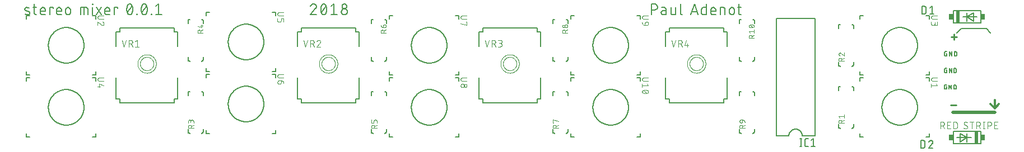
<source format=gbr>
G04 EAGLE Gerber X2 export*
%TF.Part,Single*%
%TF.FileFunction,Legend,Top,1*%
%TF.FilePolarity,Positive*%
%TF.GenerationSoftware,Autodesk,EAGLE,9.1.0*%
%TF.CreationDate,2018-10-14T09:45:26Z*%
G75*
%MOMM*%
%FSLAX34Y34*%
%LPD*%
%AMOC8*
5,1,8,0,0,1.08239X$1,22.5*%
G01*
%ADD10C,0.152400*%
%ADD11C,0.101600*%
%ADD12C,0.127000*%
%ADD13C,0.076200*%
%ADD14C,0.203200*%
%ADD15C,0.050800*%
%ADD16R,0.508000X1.870000*%
%ADD17R,0.635000X0.850000*%
%ADD18C,0.508000*%
%ADD19C,0.228600*%
%ADD20C,0.304800*%


D10*
X17244Y211018D02*
X12728Y212824D01*
X12640Y212861D01*
X12554Y212902D01*
X12469Y212946D01*
X12386Y212994D01*
X12306Y213045D01*
X12227Y213099D01*
X12151Y213157D01*
X12077Y213217D01*
X12005Y213281D01*
X11937Y213347D01*
X11871Y213417D01*
X11808Y213488D01*
X11747Y213563D01*
X11690Y213639D01*
X11637Y213718D01*
X11586Y213799D01*
X11539Y213882D01*
X11495Y213967D01*
X11455Y214054D01*
X11418Y214142D01*
X11385Y214232D01*
X11355Y214323D01*
X11330Y214415D01*
X11308Y214508D01*
X11290Y214602D01*
X11275Y214696D01*
X11265Y214791D01*
X11259Y214887D01*
X11256Y214982D01*
X11257Y215078D01*
X11263Y215173D01*
X11272Y215269D01*
X11285Y215363D01*
X11301Y215457D01*
X11322Y215551D01*
X11347Y215643D01*
X11375Y215734D01*
X11407Y215824D01*
X11442Y215913D01*
X11481Y216000D01*
X11524Y216086D01*
X11570Y216170D01*
X11620Y216251D01*
X11672Y216331D01*
X11728Y216409D01*
X11788Y216484D01*
X11850Y216556D01*
X11915Y216626D01*
X11983Y216694D01*
X12053Y216758D01*
X12126Y216820D01*
X12202Y216878D01*
X12280Y216934D01*
X12360Y216986D01*
X12442Y217035D01*
X12526Y217080D01*
X12612Y217122D01*
X12699Y217161D01*
X12788Y217196D01*
X12879Y217227D01*
X12970Y217254D01*
X13063Y217278D01*
X13156Y217298D01*
X13250Y217314D01*
X13345Y217326D01*
X13440Y217335D01*
X13536Y217339D01*
X13631Y217340D01*
X13878Y217333D01*
X14124Y217321D01*
X14370Y217303D01*
X14616Y217278D01*
X14860Y217248D01*
X15104Y217212D01*
X15347Y217171D01*
X15589Y217123D01*
X15830Y217069D01*
X16069Y217010D01*
X16307Y216945D01*
X16543Y216874D01*
X16778Y216798D01*
X17011Y216716D01*
X17241Y216628D01*
X17469Y216535D01*
X17696Y216437D01*
X17244Y211017D02*
X17332Y210980D01*
X17418Y210939D01*
X17503Y210895D01*
X17586Y210847D01*
X17666Y210796D01*
X17745Y210742D01*
X17821Y210684D01*
X17895Y210624D01*
X17967Y210560D01*
X18035Y210494D01*
X18101Y210424D01*
X18164Y210353D01*
X18225Y210278D01*
X18282Y210202D01*
X18335Y210123D01*
X18386Y210042D01*
X18433Y209959D01*
X18477Y209874D01*
X18517Y209787D01*
X18554Y209699D01*
X18587Y209609D01*
X18617Y209518D01*
X18642Y209426D01*
X18664Y209333D01*
X18682Y209239D01*
X18697Y209145D01*
X18707Y209050D01*
X18713Y208954D01*
X18716Y208859D01*
X18715Y208763D01*
X18709Y208668D01*
X18700Y208572D01*
X18687Y208478D01*
X18671Y208384D01*
X18650Y208290D01*
X18625Y208198D01*
X18597Y208107D01*
X18565Y208017D01*
X18530Y207928D01*
X18491Y207841D01*
X18448Y207755D01*
X18402Y207671D01*
X18352Y207590D01*
X18300Y207510D01*
X18244Y207432D01*
X18184Y207357D01*
X18122Y207285D01*
X18057Y207215D01*
X17989Y207147D01*
X17919Y207083D01*
X17846Y207021D01*
X17770Y206963D01*
X17692Y206907D01*
X17612Y206855D01*
X17530Y206806D01*
X17446Y206761D01*
X17360Y206719D01*
X17273Y206680D01*
X17184Y206645D01*
X17093Y206614D01*
X17002Y206587D01*
X16909Y206563D01*
X16816Y206543D01*
X16722Y206527D01*
X16627Y206515D01*
X16532Y206506D01*
X16436Y206502D01*
X16341Y206501D01*
X16340Y206502D02*
X15978Y206511D01*
X15616Y206529D01*
X15255Y206556D01*
X14895Y206591D01*
X14535Y206634D01*
X14176Y206686D01*
X13819Y206747D01*
X13464Y206816D01*
X13110Y206893D01*
X12758Y206979D01*
X12408Y207073D01*
X12060Y207176D01*
X11715Y207286D01*
X11373Y207405D01*
X23623Y217339D02*
X29042Y217339D01*
X25430Y222758D02*
X25430Y209211D01*
X25432Y209110D01*
X25438Y209009D01*
X25447Y208908D01*
X25460Y208807D01*
X25477Y208707D01*
X25498Y208608D01*
X25522Y208510D01*
X25550Y208413D01*
X25582Y208316D01*
X25617Y208221D01*
X25656Y208128D01*
X25698Y208036D01*
X25744Y207945D01*
X25793Y207857D01*
X25845Y207770D01*
X25901Y207685D01*
X25959Y207602D01*
X26021Y207522D01*
X26086Y207444D01*
X26153Y207368D01*
X26223Y207295D01*
X26296Y207225D01*
X26372Y207158D01*
X26450Y207093D01*
X26530Y207031D01*
X26613Y206973D01*
X26698Y206917D01*
X26785Y206865D01*
X26873Y206816D01*
X26964Y206770D01*
X27056Y206728D01*
X27149Y206689D01*
X27244Y206654D01*
X27341Y206622D01*
X27438Y206594D01*
X27536Y206570D01*
X27635Y206549D01*
X27735Y206532D01*
X27836Y206519D01*
X27937Y206510D01*
X28038Y206504D01*
X28139Y206502D01*
X29042Y206502D01*
X37530Y206502D02*
X42045Y206502D01*
X37530Y206502D02*
X37429Y206504D01*
X37328Y206510D01*
X37227Y206519D01*
X37126Y206532D01*
X37026Y206549D01*
X36927Y206570D01*
X36829Y206594D01*
X36732Y206622D01*
X36635Y206654D01*
X36540Y206689D01*
X36447Y206728D01*
X36355Y206770D01*
X36264Y206816D01*
X36176Y206865D01*
X36089Y206917D01*
X36004Y206973D01*
X35921Y207031D01*
X35841Y207093D01*
X35763Y207158D01*
X35687Y207225D01*
X35614Y207295D01*
X35544Y207368D01*
X35477Y207444D01*
X35412Y207522D01*
X35350Y207602D01*
X35292Y207685D01*
X35236Y207770D01*
X35184Y207857D01*
X35135Y207945D01*
X35089Y208036D01*
X35047Y208128D01*
X35008Y208221D01*
X34973Y208316D01*
X34941Y208413D01*
X34913Y208510D01*
X34889Y208608D01*
X34868Y208707D01*
X34851Y208807D01*
X34838Y208908D01*
X34829Y209009D01*
X34823Y209110D01*
X34821Y209211D01*
X34820Y209211D02*
X34820Y213727D01*
X34821Y213727D02*
X34823Y213846D01*
X34829Y213966D01*
X34839Y214085D01*
X34853Y214203D01*
X34870Y214322D01*
X34892Y214439D01*
X34917Y214556D01*
X34947Y214671D01*
X34980Y214786D01*
X35017Y214900D01*
X35057Y215012D01*
X35102Y215123D01*
X35150Y215232D01*
X35201Y215340D01*
X35256Y215446D01*
X35315Y215550D01*
X35377Y215652D01*
X35442Y215752D01*
X35511Y215850D01*
X35583Y215946D01*
X35658Y216039D01*
X35735Y216129D01*
X35816Y216217D01*
X35900Y216302D01*
X35987Y216384D01*
X36076Y216464D01*
X36168Y216540D01*
X36262Y216614D01*
X36359Y216684D01*
X36457Y216751D01*
X36558Y216815D01*
X36662Y216875D01*
X36767Y216932D01*
X36874Y216985D01*
X36982Y217035D01*
X37092Y217081D01*
X37204Y217123D01*
X37317Y217162D01*
X37431Y217197D01*
X37546Y217228D01*
X37663Y217256D01*
X37780Y217279D01*
X37897Y217299D01*
X38016Y217315D01*
X38135Y217327D01*
X38254Y217335D01*
X38373Y217339D01*
X38493Y217339D01*
X38612Y217335D01*
X38731Y217327D01*
X38850Y217315D01*
X38969Y217299D01*
X39086Y217279D01*
X39203Y217256D01*
X39320Y217228D01*
X39435Y217197D01*
X39549Y217162D01*
X39662Y217123D01*
X39774Y217081D01*
X39884Y217035D01*
X39992Y216985D01*
X40099Y216932D01*
X40204Y216875D01*
X40308Y216815D01*
X40409Y216751D01*
X40507Y216684D01*
X40604Y216614D01*
X40698Y216540D01*
X40790Y216464D01*
X40879Y216384D01*
X40966Y216302D01*
X41050Y216217D01*
X41131Y216129D01*
X41208Y216039D01*
X41283Y215946D01*
X41355Y215850D01*
X41424Y215752D01*
X41489Y215652D01*
X41551Y215550D01*
X41610Y215446D01*
X41665Y215340D01*
X41716Y215232D01*
X41764Y215123D01*
X41809Y215012D01*
X41849Y214900D01*
X41886Y214786D01*
X41919Y214671D01*
X41949Y214556D01*
X41974Y214439D01*
X41996Y214322D01*
X42013Y214203D01*
X42027Y214085D01*
X42037Y213966D01*
X42043Y213846D01*
X42045Y213727D01*
X42045Y211921D01*
X34820Y211921D01*
X48973Y206502D02*
X48973Y217339D01*
X54392Y217339D01*
X54392Y215533D01*
X62019Y206502D02*
X66534Y206502D01*
X62019Y206502D02*
X61918Y206504D01*
X61817Y206510D01*
X61716Y206519D01*
X61615Y206532D01*
X61515Y206549D01*
X61416Y206570D01*
X61318Y206594D01*
X61221Y206622D01*
X61124Y206654D01*
X61029Y206689D01*
X60936Y206728D01*
X60844Y206770D01*
X60753Y206816D01*
X60665Y206865D01*
X60578Y206917D01*
X60493Y206973D01*
X60410Y207031D01*
X60330Y207093D01*
X60252Y207158D01*
X60176Y207225D01*
X60103Y207295D01*
X60033Y207368D01*
X59966Y207444D01*
X59901Y207522D01*
X59839Y207602D01*
X59781Y207685D01*
X59725Y207770D01*
X59673Y207857D01*
X59624Y207945D01*
X59578Y208036D01*
X59536Y208128D01*
X59497Y208221D01*
X59462Y208316D01*
X59430Y208413D01*
X59402Y208510D01*
X59378Y208608D01*
X59357Y208707D01*
X59340Y208807D01*
X59327Y208908D01*
X59318Y209009D01*
X59312Y209110D01*
X59310Y209211D01*
X59309Y209211D02*
X59309Y213727D01*
X59310Y213727D02*
X59312Y213846D01*
X59318Y213966D01*
X59328Y214085D01*
X59342Y214203D01*
X59359Y214322D01*
X59381Y214439D01*
X59406Y214556D01*
X59436Y214671D01*
X59469Y214786D01*
X59506Y214900D01*
X59546Y215012D01*
X59591Y215123D01*
X59639Y215232D01*
X59690Y215340D01*
X59745Y215446D01*
X59804Y215550D01*
X59866Y215652D01*
X59931Y215752D01*
X60000Y215850D01*
X60072Y215946D01*
X60147Y216039D01*
X60224Y216129D01*
X60305Y216217D01*
X60389Y216302D01*
X60476Y216384D01*
X60565Y216464D01*
X60657Y216540D01*
X60751Y216614D01*
X60848Y216684D01*
X60946Y216751D01*
X61047Y216815D01*
X61151Y216875D01*
X61256Y216932D01*
X61363Y216985D01*
X61471Y217035D01*
X61581Y217081D01*
X61693Y217123D01*
X61806Y217162D01*
X61920Y217197D01*
X62035Y217228D01*
X62152Y217256D01*
X62269Y217279D01*
X62386Y217299D01*
X62505Y217315D01*
X62624Y217327D01*
X62743Y217335D01*
X62862Y217339D01*
X62982Y217339D01*
X63101Y217335D01*
X63220Y217327D01*
X63339Y217315D01*
X63458Y217299D01*
X63575Y217279D01*
X63692Y217256D01*
X63809Y217228D01*
X63924Y217197D01*
X64038Y217162D01*
X64151Y217123D01*
X64263Y217081D01*
X64373Y217035D01*
X64481Y216985D01*
X64588Y216932D01*
X64693Y216875D01*
X64797Y216815D01*
X64898Y216751D01*
X64996Y216684D01*
X65093Y216614D01*
X65187Y216540D01*
X65279Y216464D01*
X65368Y216384D01*
X65455Y216302D01*
X65539Y216217D01*
X65620Y216129D01*
X65697Y216039D01*
X65772Y215946D01*
X65844Y215850D01*
X65913Y215752D01*
X65978Y215652D01*
X66040Y215550D01*
X66099Y215446D01*
X66154Y215340D01*
X66205Y215232D01*
X66253Y215123D01*
X66298Y215012D01*
X66338Y214900D01*
X66375Y214786D01*
X66408Y214671D01*
X66438Y214556D01*
X66463Y214439D01*
X66485Y214322D01*
X66502Y214203D01*
X66516Y214085D01*
X66526Y213966D01*
X66532Y213846D01*
X66534Y213727D01*
X66534Y211921D01*
X59309Y211921D01*
X72856Y210114D02*
X72856Y213727D01*
X72857Y213727D02*
X72859Y213846D01*
X72865Y213966D01*
X72875Y214085D01*
X72889Y214203D01*
X72906Y214322D01*
X72928Y214439D01*
X72953Y214556D01*
X72983Y214671D01*
X73016Y214786D01*
X73053Y214900D01*
X73093Y215012D01*
X73138Y215123D01*
X73186Y215232D01*
X73237Y215340D01*
X73292Y215446D01*
X73351Y215550D01*
X73413Y215652D01*
X73478Y215752D01*
X73547Y215850D01*
X73619Y215946D01*
X73694Y216039D01*
X73771Y216129D01*
X73852Y216217D01*
X73936Y216302D01*
X74023Y216384D01*
X74112Y216464D01*
X74204Y216540D01*
X74298Y216614D01*
X74395Y216684D01*
X74493Y216751D01*
X74594Y216815D01*
X74698Y216875D01*
X74803Y216932D01*
X74910Y216985D01*
X75018Y217035D01*
X75128Y217081D01*
X75240Y217123D01*
X75353Y217162D01*
X75467Y217197D01*
X75582Y217228D01*
X75699Y217256D01*
X75816Y217279D01*
X75933Y217299D01*
X76052Y217315D01*
X76171Y217327D01*
X76290Y217335D01*
X76409Y217339D01*
X76529Y217339D01*
X76648Y217335D01*
X76767Y217327D01*
X76886Y217315D01*
X77005Y217299D01*
X77122Y217279D01*
X77239Y217256D01*
X77356Y217228D01*
X77471Y217197D01*
X77585Y217162D01*
X77698Y217123D01*
X77810Y217081D01*
X77920Y217035D01*
X78028Y216985D01*
X78135Y216932D01*
X78240Y216875D01*
X78344Y216815D01*
X78445Y216751D01*
X78543Y216684D01*
X78640Y216614D01*
X78734Y216540D01*
X78826Y216464D01*
X78915Y216384D01*
X79002Y216302D01*
X79086Y216217D01*
X79167Y216129D01*
X79244Y216039D01*
X79319Y215946D01*
X79391Y215850D01*
X79460Y215752D01*
X79525Y215652D01*
X79587Y215550D01*
X79646Y215446D01*
X79701Y215340D01*
X79752Y215232D01*
X79800Y215123D01*
X79845Y215012D01*
X79885Y214900D01*
X79922Y214786D01*
X79955Y214671D01*
X79985Y214556D01*
X80010Y214439D01*
X80032Y214322D01*
X80049Y214203D01*
X80063Y214085D01*
X80073Y213966D01*
X80079Y213846D01*
X80081Y213727D01*
X80081Y210114D01*
X80079Y209995D01*
X80073Y209875D01*
X80063Y209756D01*
X80049Y209638D01*
X80032Y209519D01*
X80010Y209402D01*
X79985Y209285D01*
X79955Y209170D01*
X79922Y209055D01*
X79885Y208941D01*
X79845Y208829D01*
X79800Y208718D01*
X79752Y208609D01*
X79701Y208501D01*
X79646Y208395D01*
X79587Y208291D01*
X79525Y208189D01*
X79460Y208089D01*
X79391Y207991D01*
X79319Y207895D01*
X79244Y207802D01*
X79167Y207712D01*
X79086Y207624D01*
X79002Y207539D01*
X78915Y207457D01*
X78826Y207377D01*
X78734Y207301D01*
X78640Y207227D01*
X78543Y207157D01*
X78445Y207090D01*
X78344Y207026D01*
X78240Y206966D01*
X78135Y206909D01*
X78028Y206856D01*
X77920Y206806D01*
X77810Y206760D01*
X77698Y206718D01*
X77585Y206679D01*
X77471Y206644D01*
X77356Y206613D01*
X77239Y206585D01*
X77122Y206562D01*
X77005Y206542D01*
X76886Y206526D01*
X76767Y206514D01*
X76648Y206506D01*
X76529Y206502D01*
X76409Y206502D01*
X76290Y206506D01*
X76171Y206514D01*
X76052Y206526D01*
X75933Y206542D01*
X75816Y206562D01*
X75699Y206585D01*
X75582Y206613D01*
X75467Y206644D01*
X75353Y206679D01*
X75240Y206718D01*
X75128Y206760D01*
X75018Y206806D01*
X74910Y206856D01*
X74803Y206909D01*
X74698Y206966D01*
X74594Y207026D01*
X74493Y207090D01*
X74395Y207157D01*
X74298Y207227D01*
X74204Y207301D01*
X74112Y207377D01*
X74023Y207457D01*
X73936Y207539D01*
X73852Y207624D01*
X73771Y207712D01*
X73694Y207802D01*
X73619Y207895D01*
X73547Y207991D01*
X73478Y208089D01*
X73413Y208189D01*
X73351Y208291D01*
X73292Y208395D01*
X73237Y208501D01*
X73186Y208609D01*
X73138Y208718D01*
X73093Y208829D01*
X73053Y208941D01*
X73016Y209055D01*
X72983Y209170D01*
X72953Y209285D01*
X72928Y209402D01*
X72906Y209519D01*
X72889Y209638D01*
X72875Y209756D01*
X72865Y209875D01*
X72859Y209995D01*
X72857Y210114D01*
X95539Y206502D02*
X95539Y217339D01*
X103667Y217339D01*
X103768Y217337D01*
X103869Y217331D01*
X103970Y217322D01*
X104071Y217309D01*
X104171Y217292D01*
X104270Y217271D01*
X104368Y217247D01*
X104465Y217219D01*
X104562Y217187D01*
X104657Y217152D01*
X104750Y217113D01*
X104842Y217071D01*
X104933Y217025D01*
X105022Y216976D01*
X105108Y216924D01*
X105193Y216868D01*
X105276Y216810D01*
X105356Y216748D01*
X105434Y216683D01*
X105510Y216616D01*
X105583Y216546D01*
X105653Y216473D01*
X105720Y216397D01*
X105785Y216319D01*
X105847Y216239D01*
X105905Y216156D01*
X105961Y216071D01*
X106013Y215985D01*
X106062Y215896D01*
X106108Y215805D01*
X106150Y215713D01*
X106189Y215620D01*
X106224Y215525D01*
X106256Y215428D01*
X106284Y215331D01*
X106308Y215233D01*
X106329Y215134D01*
X106346Y215034D01*
X106359Y214933D01*
X106368Y214832D01*
X106374Y214731D01*
X106376Y214630D01*
X106376Y206502D01*
X100958Y206502D02*
X100958Y217339D01*
X113463Y217339D02*
X113463Y206502D01*
X113011Y221855D02*
X113011Y222758D01*
X113914Y222758D01*
X113914Y221855D01*
X113011Y221855D01*
X126454Y217339D02*
X119229Y206502D01*
X126454Y206502D02*
X119229Y217339D01*
X134964Y206502D02*
X139480Y206502D01*
X134964Y206502D02*
X134863Y206504D01*
X134762Y206510D01*
X134661Y206519D01*
X134560Y206532D01*
X134460Y206549D01*
X134361Y206570D01*
X134263Y206594D01*
X134166Y206622D01*
X134069Y206654D01*
X133974Y206689D01*
X133881Y206728D01*
X133789Y206770D01*
X133698Y206816D01*
X133610Y206865D01*
X133523Y206917D01*
X133438Y206973D01*
X133355Y207031D01*
X133275Y207093D01*
X133197Y207158D01*
X133121Y207225D01*
X133048Y207295D01*
X132978Y207368D01*
X132911Y207444D01*
X132846Y207522D01*
X132784Y207602D01*
X132726Y207685D01*
X132670Y207770D01*
X132618Y207857D01*
X132569Y207945D01*
X132523Y208036D01*
X132481Y208128D01*
X132442Y208221D01*
X132407Y208316D01*
X132375Y208413D01*
X132347Y208510D01*
X132323Y208608D01*
X132302Y208707D01*
X132285Y208807D01*
X132272Y208908D01*
X132263Y209009D01*
X132257Y209110D01*
X132255Y209211D01*
X132255Y213727D01*
X132257Y213846D01*
X132263Y213966D01*
X132273Y214085D01*
X132287Y214203D01*
X132304Y214322D01*
X132326Y214439D01*
X132351Y214556D01*
X132381Y214671D01*
X132414Y214786D01*
X132451Y214900D01*
X132491Y215012D01*
X132536Y215123D01*
X132584Y215232D01*
X132635Y215340D01*
X132690Y215446D01*
X132749Y215550D01*
X132811Y215652D01*
X132876Y215752D01*
X132945Y215850D01*
X133017Y215946D01*
X133092Y216039D01*
X133169Y216129D01*
X133250Y216217D01*
X133334Y216302D01*
X133421Y216384D01*
X133510Y216464D01*
X133602Y216540D01*
X133696Y216614D01*
X133793Y216684D01*
X133891Y216751D01*
X133992Y216815D01*
X134096Y216875D01*
X134201Y216932D01*
X134308Y216985D01*
X134416Y217035D01*
X134526Y217081D01*
X134638Y217123D01*
X134751Y217162D01*
X134865Y217197D01*
X134980Y217228D01*
X135097Y217256D01*
X135214Y217279D01*
X135331Y217299D01*
X135450Y217315D01*
X135569Y217327D01*
X135688Y217335D01*
X135807Y217339D01*
X135927Y217339D01*
X136046Y217335D01*
X136165Y217327D01*
X136284Y217315D01*
X136403Y217299D01*
X136520Y217279D01*
X136637Y217256D01*
X136754Y217228D01*
X136869Y217197D01*
X136983Y217162D01*
X137096Y217123D01*
X137208Y217081D01*
X137318Y217035D01*
X137426Y216985D01*
X137533Y216932D01*
X137638Y216875D01*
X137742Y216815D01*
X137843Y216751D01*
X137941Y216684D01*
X138038Y216614D01*
X138132Y216540D01*
X138224Y216464D01*
X138313Y216384D01*
X138400Y216302D01*
X138484Y216217D01*
X138565Y216129D01*
X138642Y216039D01*
X138717Y215946D01*
X138789Y215850D01*
X138858Y215752D01*
X138923Y215652D01*
X138985Y215550D01*
X139044Y215446D01*
X139099Y215340D01*
X139150Y215232D01*
X139198Y215123D01*
X139243Y215012D01*
X139283Y214900D01*
X139320Y214786D01*
X139353Y214671D01*
X139383Y214556D01*
X139408Y214439D01*
X139430Y214322D01*
X139447Y214203D01*
X139461Y214085D01*
X139471Y213966D01*
X139477Y213846D01*
X139479Y213727D01*
X139480Y213727D02*
X139480Y211921D01*
X132255Y211921D01*
X146408Y206502D02*
X146408Y217339D01*
X151827Y217339D01*
X151827Y215533D01*
X165220Y214630D02*
X165224Y214950D01*
X165235Y215269D01*
X165254Y215589D01*
X165281Y215907D01*
X165315Y216225D01*
X165357Y216542D01*
X165407Y216858D01*
X165464Y217173D01*
X165528Y217486D01*
X165600Y217798D01*
X165679Y218108D01*
X165766Y218415D01*
X165860Y218721D01*
X165961Y219024D01*
X166070Y219325D01*
X166185Y219623D01*
X166308Y219919D01*
X166438Y220211D01*
X166575Y220500D01*
X166574Y220501D02*
X166613Y220609D01*
X166656Y220716D01*
X166702Y220821D01*
X166753Y220925D01*
X166806Y221027D01*
X166863Y221127D01*
X166924Y221225D01*
X166988Y221320D01*
X167055Y221414D01*
X167126Y221505D01*
X167199Y221594D01*
X167276Y221680D01*
X167355Y221763D01*
X167437Y221844D01*
X167522Y221922D01*
X167610Y221996D01*
X167700Y222068D01*
X167792Y222136D01*
X167887Y222202D01*
X167984Y222264D01*
X168083Y222322D01*
X168185Y222378D01*
X168287Y222429D01*
X168392Y222477D01*
X168498Y222522D01*
X168606Y222563D01*
X168715Y222600D01*
X168825Y222633D01*
X168937Y222662D01*
X169049Y222688D01*
X169162Y222710D01*
X169276Y222727D01*
X169390Y222741D01*
X169505Y222751D01*
X169620Y222757D01*
X169735Y222759D01*
X169735Y222758D02*
X169850Y222756D01*
X169965Y222750D01*
X170080Y222740D01*
X170194Y222726D01*
X170308Y222709D01*
X170421Y222687D01*
X170533Y222661D01*
X170645Y222632D01*
X170755Y222599D01*
X170864Y222562D01*
X170972Y222521D01*
X171078Y222476D01*
X171183Y222428D01*
X171285Y222377D01*
X171386Y222321D01*
X171486Y222263D01*
X171583Y222201D01*
X171677Y222136D01*
X171770Y222067D01*
X171860Y221995D01*
X171948Y221921D01*
X172033Y221843D01*
X172115Y221762D01*
X172194Y221679D01*
X172271Y221593D01*
X172344Y221504D01*
X172415Y221413D01*
X172482Y221319D01*
X172546Y221224D01*
X172607Y221126D01*
X172664Y221026D01*
X172717Y220924D01*
X172768Y220820D01*
X172814Y220715D01*
X172857Y220608D01*
X172896Y220500D01*
X172895Y220500D02*
X173032Y220211D01*
X173162Y219919D01*
X173285Y219623D01*
X173400Y219325D01*
X173509Y219024D01*
X173610Y218721D01*
X173704Y218415D01*
X173791Y218108D01*
X173870Y217798D01*
X173942Y217486D01*
X174006Y217173D01*
X174063Y216858D01*
X174113Y216542D01*
X174155Y216225D01*
X174189Y215907D01*
X174216Y215589D01*
X174235Y215269D01*
X174246Y214950D01*
X174250Y214630D01*
X165220Y214630D02*
X165224Y214310D01*
X165235Y213991D01*
X165254Y213671D01*
X165281Y213353D01*
X165315Y213035D01*
X165357Y212718D01*
X165407Y212402D01*
X165464Y212087D01*
X165528Y211774D01*
X165600Y211462D01*
X165679Y211152D01*
X165766Y210845D01*
X165860Y210539D01*
X165961Y210236D01*
X166070Y209935D01*
X166185Y209637D01*
X166308Y209341D01*
X166438Y209049D01*
X166575Y208760D01*
X166574Y208760D02*
X166613Y208652D01*
X166656Y208545D01*
X166702Y208440D01*
X166753Y208336D01*
X166806Y208234D01*
X166863Y208134D01*
X166924Y208036D01*
X166988Y207941D01*
X167055Y207847D01*
X167126Y207756D01*
X167199Y207667D01*
X167276Y207581D01*
X167355Y207498D01*
X167437Y207417D01*
X167522Y207339D01*
X167610Y207265D01*
X167700Y207193D01*
X167793Y207124D01*
X167887Y207059D01*
X167984Y206997D01*
X168084Y206939D01*
X168185Y206883D01*
X168287Y206832D01*
X168392Y206784D01*
X168498Y206739D01*
X168606Y206698D01*
X168715Y206661D01*
X168825Y206628D01*
X168937Y206599D01*
X169049Y206573D01*
X169162Y206551D01*
X169276Y206534D01*
X169390Y206520D01*
X169505Y206510D01*
X169620Y206504D01*
X169735Y206502D01*
X172895Y208760D02*
X173032Y209049D01*
X173162Y209341D01*
X173285Y209637D01*
X173400Y209935D01*
X173509Y210236D01*
X173610Y210539D01*
X173704Y210845D01*
X173791Y211152D01*
X173870Y211462D01*
X173942Y211774D01*
X174006Y212087D01*
X174063Y212402D01*
X174113Y212718D01*
X174155Y213035D01*
X174189Y213353D01*
X174216Y213671D01*
X174235Y213991D01*
X174246Y214310D01*
X174250Y214630D01*
X172896Y208760D02*
X172857Y208652D01*
X172814Y208545D01*
X172768Y208440D01*
X172717Y208336D01*
X172664Y208234D01*
X172607Y208134D01*
X172546Y208036D01*
X172482Y207941D01*
X172415Y207847D01*
X172344Y207756D01*
X172271Y207667D01*
X172194Y207581D01*
X172115Y207498D01*
X172033Y207417D01*
X171948Y207339D01*
X171860Y207265D01*
X171770Y207193D01*
X171677Y207124D01*
X171583Y207059D01*
X171486Y206997D01*
X171386Y206939D01*
X171285Y206883D01*
X171182Y206832D01*
X171078Y206784D01*
X170972Y206739D01*
X170864Y206698D01*
X170755Y206661D01*
X170645Y206628D01*
X170533Y206599D01*
X170421Y206573D01*
X170308Y206551D01*
X170194Y206534D01*
X170080Y206520D01*
X169965Y206510D01*
X169850Y206504D01*
X169735Y206502D01*
X166123Y210114D02*
X173347Y219146D01*
X180225Y207405D02*
X180225Y206502D01*
X180225Y207405D02*
X181128Y207405D01*
X181128Y206502D01*
X180225Y206502D01*
X187103Y214630D02*
X187107Y214950D01*
X187118Y215269D01*
X187137Y215589D01*
X187164Y215907D01*
X187198Y216225D01*
X187240Y216542D01*
X187290Y216858D01*
X187347Y217173D01*
X187411Y217486D01*
X187483Y217798D01*
X187562Y218108D01*
X187649Y218415D01*
X187743Y218721D01*
X187844Y219024D01*
X187953Y219325D01*
X188068Y219623D01*
X188191Y219919D01*
X188321Y220211D01*
X188458Y220500D01*
X188458Y220501D02*
X188497Y220609D01*
X188540Y220716D01*
X188586Y220821D01*
X188637Y220925D01*
X188690Y221027D01*
X188747Y221127D01*
X188808Y221225D01*
X188872Y221320D01*
X188939Y221414D01*
X189010Y221505D01*
X189083Y221594D01*
X189160Y221680D01*
X189239Y221763D01*
X189321Y221844D01*
X189406Y221922D01*
X189494Y221996D01*
X189584Y222068D01*
X189676Y222136D01*
X189771Y222202D01*
X189868Y222264D01*
X189967Y222322D01*
X190069Y222378D01*
X190171Y222429D01*
X190276Y222477D01*
X190382Y222522D01*
X190490Y222563D01*
X190599Y222600D01*
X190709Y222633D01*
X190821Y222662D01*
X190933Y222688D01*
X191046Y222710D01*
X191160Y222727D01*
X191274Y222741D01*
X191389Y222751D01*
X191504Y222757D01*
X191619Y222759D01*
X191619Y222758D02*
X191734Y222756D01*
X191849Y222750D01*
X191964Y222740D01*
X192078Y222726D01*
X192192Y222709D01*
X192305Y222687D01*
X192417Y222661D01*
X192529Y222632D01*
X192639Y222599D01*
X192748Y222562D01*
X192856Y222521D01*
X192962Y222476D01*
X193067Y222428D01*
X193169Y222377D01*
X193270Y222321D01*
X193370Y222263D01*
X193467Y222201D01*
X193561Y222136D01*
X193654Y222067D01*
X193744Y221995D01*
X193832Y221921D01*
X193917Y221843D01*
X193999Y221762D01*
X194078Y221679D01*
X194155Y221593D01*
X194228Y221504D01*
X194299Y221413D01*
X194366Y221319D01*
X194430Y221224D01*
X194491Y221126D01*
X194548Y221026D01*
X194601Y220924D01*
X194652Y220820D01*
X194698Y220715D01*
X194741Y220608D01*
X194780Y220500D01*
X194779Y220500D02*
X194916Y220211D01*
X195046Y219919D01*
X195169Y219623D01*
X195284Y219325D01*
X195393Y219024D01*
X195494Y218721D01*
X195588Y218415D01*
X195675Y218108D01*
X195754Y217798D01*
X195826Y217486D01*
X195890Y217173D01*
X195947Y216858D01*
X195997Y216542D01*
X196039Y216225D01*
X196073Y215907D01*
X196100Y215589D01*
X196119Y215269D01*
X196130Y214950D01*
X196134Y214630D01*
X187103Y214630D02*
X187107Y214310D01*
X187118Y213991D01*
X187137Y213671D01*
X187164Y213353D01*
X187198Y213035D01*
X187240Y212718D01*
X187290Y212402D01*
X187347Y212087D01*
X187411Y211774D01*
X187483Y211462D01*
X187562Y211152D01*
X187649Y210845D01*
X187743Y210539D01*
X187844Y210236D01*
X187953Y209935D01*
X188068Y209637D01*
X188191Y209341D01*
X188321Y209049D01*
X188458Y208760D01*
X188497Y208652D01*
X188540Y208545D01*
X188586Y208440D01*
X188637Y208336D01*
X188690Y208234D01*
X188747Y208134D01*
X188808Y208036D01*
X188872Y207941D01*
X188939Y207847D01*
X189010Y207756D01*
X189083Y207667D01*
X189160Y207581D01*
X189239Y207498D01*
X189321Y207417D01*
X189406Y207339D01*
X189494Y207265D01*
X189584Y207193D01*
X189677Y207124D01*
X189771Y207059D01*
X189868Y206997D01*
X189968Y206939D01*
X190069Y206883D01*
X190171Y206832D01*
X190276Y206784D01*
X190382Y206739D01*
X190490Y206698D01*
X190599Y206661D01*
X190709Y206628D01*
X190821Y206599D01*
X190933Y206573D01*
X191046Y206551D01*
X191160Y206534D01*
X191274Y206520D01*
X191389Y206510D01*
X191504Y206504D01*
X191619Y206502D01*
X194779Y208760D02*
X194916Y209049D01*
X195046Y209341D01*
X195169Y209637D01*
X195284Y209935D01*
X195393Y210236D01*
X195494Y210539D01*
X195588Y210845D01*
X195675Y211152D01*
X195754Y211462D01*
X195826Y211774D01*
X195890Y212087D01*
X195947Y212402D01*
X195997Y212718D01*
X196039Y213035D01*
X196073Y213353D01*
X196100Y213671D01*
X196119Y213991D01*
X196130Y214310D01*
X196134Y214630D01*
X194780Y208760D02*
X194741Y208652D01*
X194698Y208545D01*
X194652Y208440D01*
X194601Y208336D01*
X194548Y208234D01*
X194491Y208134D01*
X194430Y208036D01*
X194366Y207941D01*
X194299Y207847D01*
X194228Y207756D01*
X194155Y207667D01*
X194078Y207581D01*
X193999Y207498D01*
X193917Y207417D01*
X193832Y207339D01*
X193744Y207265D01*
X193654Y207193D01*
X193561Y207124D01*
X193467Y207059D01*
X193370Y206997D01*
X193270Y206939D01*
X193169Y206883D01*
X193066Y206832D01*
X192962Y206784D01*
X192856Y206739D01*
X192748Y206698D01*
X192639Y206661D01*
X192529Y206628D01*
X192417Y206599D01*
X192305Y206573D01*
X192192Y206551D01*
X192078Y206534D01*
X191964Y206520D01*
X191849Y206510D01*
X191734Y206504D01*
X191619Y206502D01*
X188006Y210114D02*
X195231Y219146D01*
X202109Y207405D02*
X202109Y206502D01*
X202109Y207405D02*
X203012Y207405D01*
X203012Y206502D01*
X202109Y206502D01*
X208987Y219146D02*
X213502Y222758D01*
X213502Y206502D01*
X208987Y206502D02*
X218018Y206502D01*
X447689Y222758D02*
X447814Y222756D01*
X447939Y222750D01*
X448064Y222741D01*
X448188Y222727D01*
X448312Y222710D01*
X448436Y222689D01*
X448558Y222664D01*
X448680Y222635D01*
X448801Y222603D01*
X448921Y222567D01*
X449040Y222527D01*
X449157Y222484D01*
X449273Y222437D01*
X449388Y222386D01*
X449500Y222332D01*
X449612Y222274D01*
X449721Y222214D01*
X449828Y222149D01*
X449934Y222082D01*
X450037Y222011D01*
X450138Y221937D01*
X450237Y221860D01*
X450333Y221780D01*
X450427Y221697D01*
X450518Y221612D01*
X450607Y221523D01*
X450692Y221432D01*
X450775Y221338D01*
X450855Y221242D01*
X450932Y221143D01*
X451006Y221042D01*
X451077Y220939D01*
X451144Y220833D01*
X451209Y220726D01*
X451269Y220617D01*
X451327Y220505D01*
X451381Y220393D01*
X451432Y220278D01*
X451479Y220162D01*
X451522Y220045D01*
X451562Y219926D01*
X451598Y219806D01*
X451630Y219685D01*
X451659Y219563D01*
X451684Y219441D01*
X451705Y219317D01*
X451722Y219193D01*
X451736Y219069D01*
X451745Y218944D01*
X451751Y218819D01*
X451753Y218694D01*
X447689Y222758D02*
X447546Y222756D01*
X447404Y222750D01*
X447261Y222740D01*
X447119Y222727D01*
X446978Y222709D01*
X446836Y222688D01*
X446696Y222663D01*
X446556Y222634D01*
X446417Y222601D01*
X446279Y222564D01*
X446142Y222524D01*
X446007Y222480D01*
X445872Y222432D01*
X445739Y222380D01*
X445607Y222325D01*
X445477Y222266D01*
X445349Y222204D01*
X445222Y222138D01*
X445097Y222069D01*
X444974Y221997D01*
X444854Y221921D01*
X444735Y221842D01*
X444618Y221759D01*
X444504Y221674D01*
X444392Y221585D01*
X444283Y221494D01*
X444176Y221399D01*
X444071Y221302D01*
X443970Y221201D01*
X443871Y221098D01*
X443775Y220993D01*
X443682Y220884D01*
X443592Y220773D01*
X443505Y220660D01*
X443421Y220545D01*
X443341Y220427D01*
X443263Y220307D01*
X443189Y220185D01*
X443119Y220061D01*
X443051Y219935D01*
X442988Y219807D01*
X442927Y219678D01*
X442870Y219547D01*
X442817Y219415D01*
X442768Y219281D01*
X442722Y219146D01*
X450398Y215533D02*
X450492Y215625D01*
X450582Y215719D01*
X450670Y215816D01*
X450755Y215916D01*
X450837Y216018D01*
X450916Y216123D01*
X450991Y216230D01*
X451063Y216339D01*
X451132Y216450D01*
X451198Y216564D01*
X451260Y216679D01*
X451319Y216796D01*
X451374Y216915D01*
X451425Y217035D01*
X451473Y217157D01*
X451518Y217280D01*
X451558Y217404D01*
X451595Y217530D01*
X451628Y217657D01*
X451657Y217784D01*
X451683Y217913D01*
X451704Y218042D01*
X451722Y218172D01*
X451735Y218302D01*
X451745Y218432D01*
X451751Y218563D01*
X451753Y218694D01*
X450398Y215533D02*
X442722Y206502D01*
X451753Y206502D01*
X458353Y214630D02*
X458357Y214950D01*
X458368Y215269D01*
X458387Y215589D01*
X458414Y215907D01*
X458448Y216225D01*
X458490Y216542D01*
X458540Y216858D01*
X458597Y217173D01*
X458661Y217486D01*
X458733Y217798D01*
X458812Y218108D01*
X458899Y218415D01*
X458993Y218721D01*
X459094Y219024D01*
X459203Y219325D01*
X459318Y219623D01*
X459441Y219919D01*
X459571Y220211D01*
X459708Y220500D01*
X459708Y220501D02*
X459747Y220609D01*
X459790Y220716D01*
X459836Y220821D01*
X459887Y220925D01*
X459940Y221027D01*
X459997Y221127D01*
X460058Y221225D01*
X460122Y221320D01*
X460189Y221414D01*
X460260Y221505D01*
X460333Y221594D01*
X460410Y221680D01*
X460489Y221763D01*
X460571Y221844D01*
X460656Y221922D01*
X460744Y221996D01*
X460834Y222068D01*
X460926Y222136D01*
X461021Y222202D01*
X461118Y222264D01*
X461217Y222322D01*
X461319Y222378D01*
X461421Y222429D01*
X461526Y222477D01*
X461632Y222522D01*
X461740Y222563D01*
X461849Y222600D01*
X461959Y222633D01*
X462071Y222662D01*
X462183Y222688D01*
X462296Y222710D01*
X462410Y222727D01*
X462524Y222741D01*
X462639Y222751D01*
X462754Y222757D01*
X462869Y222759D01*
X462869Y222758D02*
X462984Y222756D01*
X463099Y222750D01*
X463214Y222740D01*
X463328Y222726D01*
X463442Y222709D01*
X463555Y222687D01*
X463667Y222661D01*
X463779Y222632D01*
X463889Y222599D01*
X463998Y222562D01*
X464106Y222521D01*
X464212Y222476D01*
X464317Y222428D01*
X464419Y222377D01*
X464520Y222321D01*
X464620Y222263D01*
X464717Y222201D01*
X464811Y222136D01*
X464904Y222067D01*
X464994Y221995D01*
X465082Y221921D01*
X465167Y221843D01*
X465249Y221762D01*
X465328Y221679D01*
X465405Y221593D01*
X465478Y221504D01*
X465549Y221413D01*
X465616Y221319D01*
X465680Y221224D01*
X465741Y221126D01*
X465798Y221026D01*
X465851Y220924D01*
X465902Y220820D01*
X465948Y220715D01*
X465991Y220608D01*
X466030Y220500D01*
X466029Y220500D02*
X466166Y220211D01*
X466296Y219919D01*
X466419Y219623D01*
X466534Y219325D01*
X466643Y219024D01*
X466744Y218721D01*
X466838Y218415D01*
X466925Y218108D01*
X467004Y217798D01*
X467076Y217486D01*
X467140Y217173D01*
X467197Y216858D01*
X467247Y216542D01*
X467289Y216225D01*
X467323Y215907D01*
X467350Y215589D01*
X467369Y215269D01*
X467380Y214950D01*
X467384Y214630D01*
X458354Y214630D02*
X458358Y214310D01*
X458369Y213991D01*
X458388Y213671D01*
X458415Y213353D01*
X458449Y213035D01*
X458491Y212718D01*
X458541Y212402D01*
X458598Y212087D01*
X458662Y211774D01*
X458734Y211462D01*
X458813Y211152D01*
X458900Y210845D01*
X458994Y210539D01*
X459095Y210236D01*
X459204Y209935D01*
X459319Y209637D01*
X459442Y209341D01*
X459572Y209049D01*
X459709Y208760D01*
X459708Y208760D02*
X459747Y208652D01*
X459790Y208545D01*
X459836Y208440D01*
X459887Y208336D01*
X459940Y208234D01*
X459997Y208134D01*
X460058Y208036D01*
X460122Y207941D01*
X460189Y207847D01*
X460260Y207756D01*
X460333Y207667D01*
X460410Y207581D01*
X460489Y207498D01*
X460571Y207417D01*
X460656Y207339D01*
X460744Y207265D01*
X460834Y207193D01*
X460927Y207124D01*
X461021Y207059D01*
X461118Y206997D01*
X461218Y206939D01*
X461319Y206883D01*
X461421Y206832D01*
X461526Y206784D01*
X461632Y206739D01*
X461740Y206698D01*
X461849Y206661D01*
X461959Y206628D01*
X462071Y206599D01*
X462183Y206573D01*
X462296Y206551D01*
X462410Y206534D01*
X462524Y206520D01*
X462639Y206510D01*
X462754Y206504D01*
X462869Y206502D01*
X466029Y208760D02*
X466166Y209049D01*
X466296Y209341D01*
X466419Y209637D01*
X466534Y209935D01*
X466643Y210236D01*
X466744Y210539D01*
X466838Y210845D01*
X466925Y211152D01*
X467004Y211462D01*
X467076Y211774D01*
X467140Y212087D01*
X467197Y212402D01*
X467247Y212718D01*
X467289Y213035D01*
X467323Y213353D01*
X467350Y213671D01*
X467369Y213991D01*
X467380Y214310D01*
X467384Y214630D01*
X466030Y208760D02*
X465991Y208652D01*
X465948Y208545D01*
X465902Y208440D01*
X465851Y208336D01*
X465798Y208234D01*
X465741Y208134D01*
X465680Y208036D01*
X465616Y207941D01*
X465549Y207847D01*
X465478Y207756D01*
X465405Y207667D01*
X465328Y207581D01*
X465249Y207498D01*
X465167Y207417D01*
X465082Y207339D01*
X464994Y207265D01*
X464904Y207193D01*
X464811Y207124D01*
X464717Y207059D01*
X464620Y206997D01*
X464520Y206939D01*
X464419Y206883D01*
X464316Y206832D01*
X464212Y206784D01*
X464106Y206739D01*
X463998Y206698D01*
X463889Y206661D01*
X463779Y206628D01*
X463667Y206599D01*
X463555Y206573D01*
X463442Y206551D01*
X463328Y206534D01*
X463214Y206520D01*
X463099Y206510D01*
X462984Y206504D01*
X462869Y206502D01*
X459256Y210114D02*
X466481Y219146D01*
X473984Y219146D02*
X478500Y222758D01*
X478500Y206502D01*
X473984Y206502D02*
X483016Y206502D01*
X489615Y211018D02*
X489617Y211151D01*
X489623Y211283D01*
X489633Y211415D01*
X489646Y211547D01*
X489664Y211679D01*
X489685Y211809D01*
X489710Y211940D01*
X489739Y212069D01*
X489772Y212197D01*
X489808Y212325D01*
X489848Y212451D01*
X489892Y212576D01*
X489940Y212700D01*
X489991Y212822D01*
X490046Y212943D01*
X490104Y213062D01*
X490166Y213180D01*
X490231Y213295D01*
X490300Y213409D01*
X490371Y213520D01*
X490447Y213629D01*
X490525Y213736D01*
X490606Y213841D01*
X490691Y213943D01*
X490778Y214043D01*
X490868Y214140D01*
X490961Y214235D01*
X491057Y214326D01*
X491155Y214415D01*
X491256Y214501D01*
X491360Y214584D01*
X491466Y214664D01*
X491574Y214740D01*
X491684Y214814D01*
X491797Y214884D01*
X491911Y214951D01*
X492028Y215014D01*
X492146Y215074D01*
X492266Y215131D01*
X492388Y215184D01*
X492511Y215233D01*
X492635Y215279D01*
X492761Y215321D01*
X492888Y215359D01*
X493016Y215394D01*
X493145Y215425D01*
X493274Y215452D01*
X493405Y215475D01*
X493536Y215495D01*
X493668Y215510D01*
X493800Y215522D01*
X493932Y215530D01*
X494065Y215534D01*
X494197Y215534D01*
X494330Y215530D01*
X494462Y215522D01*
X494594Y215510D01*
X494726Y215495D01*
X494857Y215475D01*
X494988Y215452D01*
X495117Y215425D01*
X495246Y215394D01*
X495374Y215359D01*
X495501Y215321D01*
X495627Y215279D01*
X495751Y215233D01*
X495874Y215184D01*
X495996Y215131D01*
X496116Y215074D01*
X496234Y215014D01*
X496351Y214951D01*
X496465Y214884D01*
X496578Y214814D01*
X496688Y214740D01*
X496796Y214664D01*
X496902Y214584D01*
X497006Y214501D01*
X497107Y214415D01*
X497205Y214326D01*
X497301Y214235D01*
X497394Y214140D01*
X497484Y214043D01*
X497571Y213943D01*
X497656Y213841D01*
X497737Y213736D01*
X497815Y213629D01*
X497891Y213520D01*
X497962Y213409D01*
X498031Y213295D01*
X498096Y213180D01*
X498158Y213062D01*
X498216Y212943D01*
X498271Y212822D01*
X498322Y212700D01*
X498370Y212576D01*
X498414Y212451D01*
X498454Y212325D01*
X498490Y212197D01*
X498523Y212069D01*
X498552Y211940D01*
X498577Y211809D01*
X498598Y211679D01*
X498616Y211547D01*
X498629Y211415D01*
X498639Y211283D01*
X498645Y211151D01*
X498647Y211018D01*
X498645Y210885D01*
X498639Y210753D01*
X498629Y210621D01*
X498616Y210489D01*
X498598Y210357D01*
X498577Y210227D01*
X498552Y210096D01*
X498523Y209967D01*
X498490Y209839D01*
X498454Y209711D01*
X498414Y209585D01*
X498370Y209460D01*
X498322Y209336D01*
X498271Y209214D01*
X498216Y209093D01*
X498158Y208974D01*
X498096Y208856D01*
X498031Y208741D01*
X497962Y208627D01*
X497891Y208516D01*
X497815Y208407D01*
X497737Y208300D01*
X497656Y208195D01*
X497571Y208093D01*
X497484Y207993D01*
X497394Y207896D01*
X497301Y207801D01*
X497205Y207710D01*
X497107Y207621D01*
X497006Y207535D01*
X496902Y207452D01*
X496796Y207372D01*
X496688Y207296D01*
X496578Y207222D01*
X496465Y207152D01*
X496351Y207085D01*
X496234Y207022D01*
X496116Y206962D01*
X495996Y206905D01*
X495874Y206852D01*
X495751Y206803D01*
X495627Y206757D01*
X495501Y206715D01*
X495374Y206677D01*
X495246Y206642D01*
X495117Y206611D01*
X494988Y206584D01*
X494857Y206561D01*
X494726Y206541D01*
X494594Y206526D01*
X494462Y206514D01*
X494330Y206506D01*
X494197Y206502D01*
X494065Y206502D01*
X493932Y206506D01*
X493800Y206514D01*
X493668Y206526D01*
X493536Y206541D01*
X493405Y206561D01*
X493274Y206584D01*
X493145Y206611D01*
X493016Y206642D01*
X492888Y206677D01*
X492761Y206715D01*
X492635Y206757D01*
X492511Y206803D01*
X492388Y206852D01*
X492266Y206905D01*
X492146Y206962D01*
X492028Y207022D01*
X491911Y207085D01*
X491797Y207152D01*
X491684Y207222D01*
X491574Y207296D01*
X491466Y207372D01*
X491360Y207452D01*
X491256Y207535D01*
X491155Y207621D01*
X491057Y207710D01*
X490961Y207801D01*
X490868Y207896D01*
X490778Y207993D01*
X490691Y208093D01*
X490606Y208195D01*
X490525Y208300D01*
X490447Y208407D01*
X490371Y208516D01*
X490300Y208627D01*
X490231Y208741D01*
X490166Y208856D01*
X490104Y208974D01*
X490046Y209093D01*
X489991Y209214D01*
X489940Y209336D01*
X489892Y209460D01*
X489848Y209585D01*
X489808Y209711D01*
X489772Y209839D01*
X489739Y209967D01*
X489710Y210096D01*
X489685Y210227D01*
X489664Y210357D01*
X489646Y210489D01*
X489633Y210621D01*
X489623Y210753D01*
X489617Y210885D01*
X489615Y211018D01*
X490519Y219146D02*
X490521Y219265D01*
X490527Y219385D01*
X490537Y219504D01*
X490551Y219622D01*
X490568Y219741D01*
X490590Y219858D01*
X490615Y219975D01*
X490645Y220090D01*
X490678Y220205D01*
X490715Y220319D01*
X490755Y220431D01*
X490800Y220542D01*
X490848Y220651D01*
X490899Y220759D01*
X490954Y220865D01*
X491013Y220969D01*
X491075Y221071D01*
X491140Y221171D01*
X491209Y221269D01*
X491281Y221365D01*
X491356Y221458D01*
X491433Y221548D01*
X491514Y221636D01*
X491598Y221721D01*
X491685Y221803D01*
X491774Y221883D01*
X491866Y221959D01*
X491960Y222033D01*
X492057Y222103D01*
X492155Y222170D01*
X492256Y222234D01*
X492360Y222294D01*
X492465Y222351D01*
X492572Y222404D01*
X492680Y222454D01*
X492790Y222500D01*
X492902Y222542D01*
X493015Y222581D01*
X493129Y222616D01*
X493244Y222647D01*
X493361Y222675D01*
X493478Y222698D01*
X493595Y222718D01*
X493714Y222734D01*
X493833Y222746D01*
X493952Y222754D01*
X494071Y222758D01*
X494191Y222758D01*
X494310Y222754D01*
X494429Y222746D01*
X494548Y222734D01*
X494667Y222718D01*
X494784Y222698D01*
X494901Y222675D01*
X495018Y222647D01*
X495133Y222616D01*
X495247Y222581D01*
X495360Y222542D01*
X495472Y222500D01*
X495582Y222454D01*
X495690Y222404D01*
X495797Y222351D01*
X495902Y222294D01*
X496006Y222234D01*
X496107Y222170D01*
X496205Y222103D01*
X496302Y222033D01*
X496396Y221959D01*
X496488Y221883D01*
X496577Y221803D01*
X496664Y221721D01*
X496748Y221636D01*
X496829Y221548D01*
X496906Y221458D01*
X496981Y221365D01*
X497053Y221269D01*
X497122Y221171D01*
X497187Y221071D01*
X497249Y220969D01*
X497308Y220865D01*
X497363Y220759D01*
X497414Y220651D01*
X497462Y220542D01*
X497507Y220431D01*
X497547Y220319D01*
X497584Y220205D01*
X497617Y220090D01*
X497647Y219975D01*
X497672Y219858D01*
X497694Y219741D01*
X497711Y219622D01*
X497725Y219504D01*
X497735Y219385D01*
X497741Y219265D01*
X497743Y219146D01*
X497741Y219027D01*
X497735Y218907D01*
X497725Y218788D01*
X497711Y218670D01*
X497694Y218551D01*
X497672Y218434D01*
X497647Y218317D01*
X497617Y218202D01*
X497584Y218087D01*
X497547Y217973D01*
X497507Y217861D01*
X497462Y217750D01*
X497414Y217641D01*
X497363Y217533D01*
X497308Y217427D01*
X497249Y217323D01*
X497187Y217221D01*
X497122Y217121D01*
X497053Y217023D01*
X496981Y216927D01*
X496906Y216834D01*
X496829Y216744D01*
X496748Y216656D01*
X496664Y216571D01*
X496577Y216489D01*
X496488Y216409D01*
X496396Y216333D01*
X496302Y216259D01*
X496205Y216189D01*
X496107Y216122D01*
X496006Y216058D01*
X495902Y215998D01*
X495797Y215941D01*
X495690Y215888D01*
X495582Y215838D01*
X495472Y215792D01*
X495360Y215750D01*
X495247Y215711D01*
X495133Y215676D01*
X495018Y215645D01*
X494901Y215617D01*
X494784Y215594D01*
X494667Y215574D01*
X494548Y215558D01*
X494429Y215546D01*
X494310Y215538D01*
X494191Y215534D01*
X494071Y215534D01*
X493952Y215538D01*
X493833Y215546D01*
X493714Y215558D01*
X493595Y215574D01*
X493478Y215594D01*
X493361Y215617D01*
X493244Y215645D01*
X493129Y215676D01*
X493015Y215711D01*
X492902Y215750D01*
X492790Y215792D01*
X492680Y215838D01*
X492572Y215888D01*
X492465Y215941D01*
X492360Y215998D01*
X492256Y216058D01*
X492155Y216122D01*
X492057Y216189D01*
X491960Y216259D01*
X491866Y216333D01*
X491774Y216409D01*
X491685Y216489D01*
X491598Y216571D01*
X491514Y216656D01*
X491433Y216744D01*
X491356Y216834D01*
X491281Y216927D01*
X491209Y217023D01*
X491140Y217121D01*
X491075Y217221D01*
X491013Y217323D01*
X490954Y217427D01*
X490899Y217533D01*
X490848Y217641D01*
X490800Y217750D01*
X490755Y217861D01*
X490715Y217973D01*
X490678Y218087D01*
X490645Y218202D01*
X490615Y218317D01*
X490590Y218434D01*
X490568Y218551D01*
X490551Y218670D01*
X490537Y218788D01*
X490527Y218907D01*
X490521Y219027D01*
X490519Y219146D01*
X958342Y222758D02*
X958342Y206502D01*
X958342Y222758D02*
X962858Y222758D01*
X962991Y222756D01*
X963123Y222750D01*
X963255Y222740D01*
X963387Y222727D01*
X963519Y222709D01*
X963649Y222688D01*
X963780Y222663D01*
X963909Y222634D01*
X964037Y222601D01*
X964165Y222565D01*
X964291Y222525D01*
X964416Y222481D01*
X964540Y222433D01*
X964662Y222382D01*
X964783Y222327D01*
X964902Y222269D01*
X965020Y222207D01*
X965135Y222142D01*
X965249Y222073D01*
X965360Y222002D01*
X965469Y221926D01*
X965576Y221848D01*
X965681Y221767D01*
X965783Y221682D01*
X965883Y221595D01*
X965980Y221505D01*
X966075Y221412D01*
X966166Y221316D01*
X966255Y221218D01*
X966341Y221117D01*
X966424Y221013D01*
X966504Y220907D01*
X966580Y220799D01*
X966654Y220689D01*
X966724Y220576D01*
X966791Y220462D01*
X966854Y220345D01*
X966914Y220227D01*
X966971Y220107D01*
X967024Y219985D01*
X967073Y219862D01*
X967119Y219738D01*
X967161Y219612D01*
X967199Y219485D01*
X967234Y219357D01*
X967265Y219228D01*
X967292Y219099D01*
X967315Y218968D01*
X967335Y218837D01*
X967350Y218705D01*
X967362Y218573D01*
X967370Y218441D01*
X967374Y218308D01*
X967374Y218176D01*
X967370Y218043D01*
X967362Y217911D01*
X967350Y217779D01*
X967335Y217647D01*
X967315Y217516D01*
X967292Y217385D01*
X967265Y217256D01*
X967234Y217127D01*
X967199Y216999D01*
X967161Y216872D01*
X967119Y216746D01*
X967073Y216622D01*
X967024Y216499D01*
X966971Y216377D01*
X966914Y216257D01*
X966854Y216139D01*
X966791Y216022D01*
X966724Y215908D01*
X966654Y215795D01*
X966580Y215685D01*
X966504Y215577D01*
X966424Y215471D01*
X966341Y215367D01*
X966255Y215266D01*
X966166Y215168D01*
X966075Y215072D01*
X965980Y214979D01*
X965883Y214889D01*
X965783Y214802D01*
X965681Y214717D01*
X965576Y214636D01*
X965469Y214558D01*
X965360Y214482D01*
X965249Y214411D01*
X965135Y214342D01*
X965020Y214277D01*
X964902Y214215D01*
X964783Y214157D01*
X964662Y214102D01*
X964540Y214051D01*
X964416Y214003D01*
X964291Y213959D01*
X964165Y213919D01*
X964037Y213883D01*
X963909Y213850D01*
X963780Y213821D01*
X963649Y213796D01*
X963519Y213775D01*
X963387Y213757D01*
X963255Y213744D01*
X963123Y213734D01*
X962991Y213728D01*
X962858Y213726D01*
X962858Y213727D02*
X958342Y213727D01*
X976190Y212824D02*
X980254Y212824D01*
X976190Y212824D02*
X976078Y212822D01*
X975967Y212816D01*
X975856Y212806D01*
X975745Y212793D01*
X975635Y212775D01*
X975526Y212753D01*
X975417Y212728D01*
X975309Y212699D01*
X975203Y212666D01*
X975097Y212629D01*
X974993Y212589D01*
X974891Y212545D01*
X974790Y212497D01*
X974691Y212446D01*
X974593Y212391D01*
X974498Y212333D01*
X974405Y212272D01*
X974314Y212207D01*
X974225Y212139D01*
X974139Y212068D01*
X974056Y211995D01*
X973975Y211918D01*
X973896Y211838D01*
X973821Y211756D01*
X973749Y211671D01*
X973679Y211584D01*
X973613Y211494D01*
X973550Y211402D01*
X973490Y211307D01*
X973434Y211211D01*
X973381Y211113D01*
X973332Y211013D01*
X973286Y210911D01*
X973244Y210808D01*
X973205Y210703D01*
X973170Y210597D01*
X973139Y210490D01*
X973112Y210382D01*
X973088Y210273D01*
X973069Y210163D01*
X973053Y210053D01*
X973041Y209942D01*
X973033Y209830D01*
X973029Y209719D01*
X973029Y209607D01*
X973033Y209496D01*
X973041Y209384D01*
X973053Y209273D01*
X973069Y209163D01*
X973088Y209053D01*
X973112Y208944D01*
X973139Y208836D01*
X973170Y208729D01*
X973205Y208623D01*
X973244Y208518D01*
X973286Y208415D01*
X973332Y208313D01*
X973381Y208213D01*
X973434Y208115D01*
X973490Y208019D01*
X973550Y207924D01*
X973613Y207832D01*
X973679Y207742D01*
X973749Y207655D01*
X973821Y207570D01*
X973896Y207488D01*
X973975Y207408D01*
X974056Y207331D01*
X974139Y207258D01*
X974225Y207187D01*
X974314Y207119D01*
X974405Y207054D01*
X974498Y206993D01*
X974593Y206935D01*
X974691Y206880D01*
X974790Y206829D01*
X974891Y206781D01*
X974993Y206737D01*
X975097Y206697D01*
X975203Y206660D01*
X975309Y206627D01*
X975417Y206598D01*
X975526Y206573D01*
X975635Y206551D01*
X975745Y206533D01*
X975856Y206520D01*
X975967Y206510D01*
X976078Y206504D01*
X976190Y206502D01*
X980254Y206502D01*
X980254Y214630D01*
X980252Y214731D01*
X980246Y214832D01*
X980237Y214933D01*
X980224Y215034D01*
X980207Y215134D01*
X980186Y215233D01*
X980162Y215331D01*
X980134Y215428D01*
X980102Y215525D01*
X980067Y215620D01*
X980028Y215713D01*
X979986Y215805D01*
X979940Y215896D01*
X979891Y215985D01*
X979839Y216071D01*
X979783Y216156D01*
X979725Y216239D01*
X979663Y216319D01*
X979598Y216397D01*
X979531Y216473D01*
X979461Y216546D01*
X979388Y216616D01*
X979312Y216683D01*
X979234Y216748D01*
X979154Y216810D01*
X979071Y216868D01*
X978986Y216924D01*
X978900Y216976D01*
X978811Y217025D01*
X978720Y217071D01*
X978628Y217113D01*
X978535Y217152D01*
X978440Y217187D01*
X978343Y217219D01*
X978246Y217247D01*
X978148Y217271D01*
X978049Y217292D01*
X977949Y217309D01*
X977848Y217322D01*
X977747Y217331D01*
X977646Y217337D01*
X977545Y217339D01*
X973932Y217339D01*
X987691Y217339D02*
X987691Y209211D01*
X987692Y209211D02*
X987694Y209110D01*
X987700Y209009D01*
X987709Y208908D01*
X987722Y208807D01*
X987739Y208707D01*
X987760Y208608D01*
X987784Y208510D01*
X987812Y208413D01*
X987844Y208316D01*
X987879Y208221D01*
X987918Y208128D01*
X987960Y208036D01*
X988006Y207945D01*
X988055Y207857D01*
X988107Y207770D01*
X988163Y207685D01*
X988221Y207602D01*
X988283Y207522D01*
X988348Y207444D01*
X988415Y207368D01*
X988485Y207295D01*
X988558Y207225D01*
X988634Y207158D01*
X988712Y207093D01*
X988792Y207031D01*
X988875Y206973D01*
X988960Y206917D01*
X989047Y206865D01*
X989135Y206816D01*
X989226Y206770D01*
X989318Y206728D01*
X989411Y206689D01*
X989506Y206654D01*
X989603Y206622D01*
X989700Y206594D01*
X989798Y206570D01*
X989897Y206549D01*
X989997Y206532D01*
X990098Y206519D01*
X990199Y206510D01*
X990300Y206504D01*
X990401Y206502D01*
X994916Y206502D01*
X994916Y217339D01*
X1001996Y222758D02*
X1001996Y209211D01*
X1001997Y209211D02*
X1001999Y209110D01*
X1002005Y209009D01*
X1002014Y208908D01*
X1002027Y208807D01*
X1002044Y208707D01*
X1002065Y208608D01*
X1002089Y208510D01*
X1002117Y208413D01*
X1002149Y208316D01*
X1002184Y208221D01*
X1002223Y208128D01*
X1002265Y208036D01*
X1002311Y207945D01*
X1002360Y207857D01*
X1002412Y207770D01*
X1002468Y207685D01*
X1002526Y207602D01*
X1002588Y207522D01*
X1002653Y207444D01*
X1002720Y207368D01*
X1002790Y207295D01*
X1002863Y207225D01*
X1002939Y207158D01*
X1003017Y207093D01*
X1003097Y207031D01*
X1003180Y206973D01*
X1003265Y206917D01*
X1003352Y206865D01*
X1003440Y206816D01*
X1003531Y206770D01*
X1003623Y206728D01*
X1003716Y206689D01*
X1003811Y206654D01*
X1003908Y206622D01*
X1004005Y206594D01*
X1004103Y206570D01*
X1004202Y206549D01*
X1004302Y206532D01*
X1004403Y206519D01*
X1004504Y206510D01*
X1004605Y206504D01*
X1004706Y206502D01*
X1017669Y206502D02*
X1023087Y222758D01*
X1028506Y206502D01*
X1027151Y210566D02*
X1019023Y210566D01*
X1041216Y206502D02*
X1041216Y222758D01*
X1041216Y206502D02*
X1036700Y206502D01*
X1036599Y206504D01*
X1036498Y206510D01*
X1036397Y206519D01*
X1036296Y206532D01*
X1036196Y206549D01*
X1036097Y206570D01*
X1035999Y206594D01*
X1035902Y206622D01*
X1035805Y206654D01*
X1035710Y206689D01*
X1035617Y206728D01*
X1035525Y206770D01*
X1035434Y206816D01*
X1035346Y206865D01*
X1035259Y206917D01*
X1035174Y206973D01*
X1035091Y207031D01*
X1035011Y207093D01*
X1034933Y207158D01*
X1034857Y207225D01*
X1034784Y207295D01*
X1034714Y207368D01*
X1034647Y207444D01*
X1034582Y207522D01*
X1034520Y207602D01*
X1034462Y207685D01*
X1034406Y207770D01*
X1034354Y207857D01*
X1034305Y207945D01*
X1034259Y208036D01*
X1034217Y208128D01*
X1034178Y208221D01*
X1034143Y208316D01*
X1034111Y208413D01*
X1034083Y208510D01*
X1034059Y208608D01*
X1034038Y208707D01*
X1034021Y208807D01*
X1034008Y208908D01*
X1033999Y209009D01*
X1033993Y209110D01*
X1033991Y209211D01*
X1033991Y214630D01*
X1033993Y214731D01*
X1033999Y214832D01*
X1034008Y214933D01*
X1034021Y215034D01*
X1034038Y215134D01*
X1034059Y215233D01*
X1034083Y215331D01*
X1034111Y215428D01*
X1034143Y215525D01*
X1034178Y215620D01*
X1034217Y215713D01*
X1034259Y215805D01*
X1034305Y215896D01*
X1034354Y215985D01*
X1034406Y216071D01*
X1034462Y216156D01*
X1034520Y216239D01*
X1034582Y216319D01*
X1034647Y216397D01*
X1034714Y216473D01*
X1034784Y216546D01*
X1034857Y216616D01*
X1034933Y216683D01*
X1035011Y216748D01*
X1035091Y216810D01*
X1035174Y216868D01*
X1035259Y216924D01*
X1035346Y216976D01*
X1035434Y217025D01*
X1035525Y217071D01*
X1035617Y217113D01*
X1035710Y217152D01*
X1035805Y217187D01*
X1035902Y217219D01*
X1035999Y217247D01*
X1036097Y217271D01*
X1036196Y217292D01*
X1036296Y217309D01*
X1036397Y217322D01*
X1036498Y217331D01*
X1036599Y217337D01*
X1036700Y217339D01*
X1041216Y217339D01*
X1050841Y206502D02*
X1055357Y206502D01*
X1050841Y206502D02*
X1050740Y206504D01*
X1050639Y206510D01*
X1050538Y206519D01*
X1050437Y206532D01*
X1050337Y206549D01*
X1050238Y206570D01*
X1050140Y206594D01*
X1050043Y206622D01*
X1049946Y206654D01*
X1049851Y206689D01*
X1049758Y206728D01*
X1049666Y206770D01*
X1049575Y206816D01*
X1049487Y206865D01*
X1049400Y206917D01*
X1049315Y206973D01*
X1049232Y207031D01*
X1049152Y207093D01*
X1049074Y207158D01*
X1048998Y207225D01*
X1048925Y207295D01*
X1048855Y207368D01*
X1048788Y207444D01*
X1048723Y207522D01*
X1048661Y207602D01*
X1048603Y207685D01*
X1048547Y207770D01*
X1048495Y207857D01*
X1048446Y207945D01*
X1048400Y208036D01*
X1048358Y208128D01*
X1048319Y208221D01*
X1048284Y208316D01*
X1048252Y208413D01*
X1048224Y208510D01*
X1048200Y208608D01*
X1048179Y208707D01*
X1048162Y208807D01*
X1048149Y208908D01*
X1048140Y209009D01*
X1048134Y209110D01*
X1048132Y209211D01*
X1048132Y213727D01*
X1048133Y213727D02*
X1048135Y213846D01*
X1048141Y213966D01*
X1048151Y214085D01*
X1048165Y214203D01*
X1048182Y214322D01*
X1048204Y214439D01*
X1048229Y214556D01*
X1048259Y214671D01*
X1048292Y214786D01*
X1048329Y214900D01*
X1048369Y215012D01*
X1048414Y215123D01*
X1048462Y215232D01*
X1048513Y215340D01*
X1048568Y215446D01*
X1048627Y215550D01*
X1048689Y215652D01*
X1048754Y215752D01*
X1048823Y215850D01*
X1048895Y215946D01*
X1048970Y216039D01*
X1049047Y216129D01*
X1049128Y216217D01*
X1049212Y216302D01*
X1049299Y216384D01*
X1049388Y216464D01*
X1049480Y216540D01*
X1049574Y216614D01*
X1049671Y216684D01*
X1049769Y216751D01*
X1049870Y216815D01*
X1049974Y216875D01*
X1050079Y216932D01*
X1050186Y216985D01*
X1050294Y217035D01*
X1050404Y217081D01*
X1050516Y217123D01*
X1050629Y217162D01*
X1050743Y217197D01*
X1050858Y217228D01*
X1050975Y217256D01*
X1051092Y217279D01*
X1051209Y217299D01*
X1051328Y217315D01*
X1051447Y217327D01*
X1051566Y217335D01*
X1051685Y217339D01*
X1051805Y217339D01*
X1051924Y217335D01*
X1052043Y217327D01*
X1052162Y217315D01*
X1052281Y217299D01*
X1052398Y217279D01*
X1052515Y217256D01*
X1052632Y217228D01*
X1052747Y217197D01*
X1052861Y217162D01*
X1052974Y217123D01*
X1053086Y217081D01*
X1053196Y217035D01*
X1053304Y216985D01*
X1053411Y216932D01*
X1053516Y216875D01*
X1053620Y216815D01*
X1053721Y216751D01*
X1053819Y216684D01*
X1053916Y216614D01*
X1054010Y216540D01*
X1054102Y216464D01*
X1054191Y216384D01*
X1054278Y216302D01*
X1054362Y216217D01*
X1054443Y216129D01*
X1054520Y216039D01*
X1054595Y215946D01*
X1054667Y215850D01*
X1054736Y215752D01*
X1054801Y215652D01*
X1054863Y215550D01*
X1054922Y215446D01*
X1054977Y215340D01*
X1055028Y215232D01*
X1055076Y215123D01*
X1055121Y215012D01*
X1055161Y214900D01*
X1055198Y214786D01*
X1055231Y214671D01*
X1055261Y214556D01*
X1055286Y214439D01*
X1055308Y214322D01*
X1055325Y214203D01*
X1055339Y214085D01*
X1055349Y213966D01*
X1055355Y213846D01*
X1055357Y213727D01*
X1055357Y211921D01*
X1048132Y211921D01*
X1062200Y206502D02*
X1062200Y217339D01*
X1066716Y217339D01*
X1066820Y217337D01*
X1066923Y217331D01*
X1067027Y217321D01*
X1067130Y217307D01*
X1067232Y217289D01*
X1067333Y217268D01*
X1067434Y217242D01*
X1067533Y217213D01*
X1067632Y217180D01*
X1067729Y217143D01*
X1067824Y217102D01*
X1067918Y217058D01*
X1068010Y217010D01*
X1068100Y216959D01*
X1068189Y216904D01*
X1068275Y216846D01*
X1068358Y216784D01*
X1068440Y216720D01*
X1068518Y216652D01*
X1068594Y216582D01*
X1068668Y216509D01*
X1068738Y216432D01*
X1068806Y216354D01*
X1068870Y216272D01*
X1068932Y216189D01*
X1068990Y216103D01*
X1069045Y216014D01*
X1069096Y215924D01*
X1069144Y215832D01*
X1069188Y215738D01*
X1069229Y215643D01*
X1069266Y215546D01*
X1069299Y215447D01*
X1069328Y215348D01*
X1069354Y215247D01*
X1069375Y215146D01*
X1069393Y215044D01*
X1069407Y214941D01*
X1069417Y214837D01*
X1069423Y214734D01*
X1069425Y214630D01*
X1069425Y206502D01*
X1076268Y210114D02*
X1076268Y213727D01*
X1076269Y213727D02*
X1076271Y213846D01*
X1076277Y213966D01*
X1076287Y214085D01*
X1076301Y214203D01*
X1076318Y214322D01*
X1076340Y214439D01*
X1076365Y214556D01*
X1076395Y214671D01*
X1076428Y214786D01*
X1076465Y214900D01*
X1076505Y215012D01*
X1076550Y215123D01*
X1076598Y215232D01*
X1076649Y215340D01*
X1076704Y215446D01*
X1076763Y215550D01*
X1076825Y215652D01*
X1076890Y215752D01*
X1076959Y215850D01*
X1077031Y215946D01*
X1077106Y216039D01*
X1077183Y216129D01*
X1077264Y216217D01*
X1077348Y216302D01*
X1077435Y216384D01*
X1077524Y216464D01*
X1077616Y216540D01*
X1077710Y216614D01*
X1077807Y216684D01*
X1077905Y216751D01*
X1078006Y216815D01*
X1078110Y216875D01*
X1078215Y216932D01*
X1078322Y216985D01*
X1078430Y217035D01*
X1078540Y217081D01*
X1078652Y217123D01*
X1078765Y217162D01*
X1078879Y217197D01*
X1078994Y217228D01*
X1079111Y217256D01*
X1079228Y217279D01*
X1079345Y217299D01*
X1079464Y217315D01*
X1079583Y217327D01*
X1079702Y217335D01*
X1079821Y217339D01*
X1079941Y217339D01*
X1080060Y217335D01*
X1080179Y217327D01*
X1080298Y217315D01*
X1080417Y217299D01*
X1080534Y217279D01*
X1080651Y217256D01*
X1080768Y217228D01*
X1080883Y217197D01*
X1080997Y217162D01*
X1081110Y217123D01*
X1081222Y217081D01*
X1081332Y217035D01*
X1081440Y216985D01*
X1081547Y216932D01*
X1081652Y216875D01*
X1081756Y216815D01*
X1081857Y216751D01*
X1081955Y216684D01*
X1082052Y216614D01*
X1082146Y216540D01*
X1082238Y216464D01*
X1082327Y216384D01*
X1082414Y216302D01*
X1082498Y216217D01*
X1082579Y216129D01*
X1082656Y216039D01*
X1082731Y215946D01*
X1082803Y215850D01*
X1082872Y215752D01*
X1082937Y215652D01*
X1082999Y215550D01*
X1083058Y215446D01*
X1083113Y215340D01*
X1083164Y215232D01*
X1083212Y215123D01*
X1083257Y215012D01*
X1083297Y214900D01*
X1083334Y214786D01*
X1083367Y214671D01*
X1083397Y214556D01*
X1083422Y214439D01*
X1083444Y214322D01*
X1083461Y214203D01*
X1083475Y214085D01*
X1083485Y213966D01*
X1083491Y213846D01*
X1083493Y213727D01*
X1083493Y210114D01*
X1083491Y209995D01*
X1083485Y209875D01*
X1083475Y209756D01*
X1083461Y209638D01*
X1083444Y209519D01*
X1083422Y209402D01*
X1083397Y209285D01*
X1083367Y209170D01*
X1083334Y209055D01*
X1083297Y208941D01*
X1083257Y208829D01*
X1083212Y208718D01*
X1083164Y208609D01*
X1083113Y208501D01*
X1083058Y208395D01*
X1082999Y208291D01*
X1082937Y208189D01*
X1082872Y208089D01*
X1082803Y207991D01*
X1082731Y207895D01*
X1082656Y207802D01*
X1082579Y207712D01*
X1082498Y207624D01*
X1082414Y207539D01*
X1082327Y207457D01*
X1082238Y207377D01*
X1082146Y207301D01*
X1082052Y207227D01*
X1081955Y207157D01*
X1081857Y207090D01*
X1081756Y207026D01*
X1081652Y206966D01*
X1081547Y206909D01*
X1081440Y206856D01*
X1081332Y206806D01*
X1081222Y206760D01*
X1081110Y206718D01*
X1080997Y206679D01*
X1080883Y206644D01*
X1080768Y206613D01*
X1080651Y206585D01*
X1080534Y206562D01*
X1080417Y206542D01*
X1080298Y206526D01*
X1080179Y206514D01*
X1080060Y206506D01*
X1079941Y206502D01*
X1079821Y206502D01*
X1079702Y206506D01*
X1079583Y206514D01*
X1079464Y206526D01*
X1079345Y206542D01*
X1079228Y206562D01*
X1079111Y206585D01*
X1078994Y206613D01*
X1078879Y206644D01*
X1078765Y206679D01*
X1078652Y206718D01*
X1078540Y206760D01*
X1078430Y206806D01*
X1078322Y206856D01*
X1078215Y206909D01*
X1078110Y206966D01*
X1078006Y207026D01*
X1077905Y207090D01*
X1077807Y207157D01*
X1077710Y207227D01*
X1077616Y207301D01*
X1077524Y207377D01*
X1077435Y207457D01*
X1077348Y207539D01*
X1077264Y207624D01*
X1077183Y207712D01*
X1077106Y207802D01*
X1077031Y207895D01*
X1076959Y207991D01*
X1076890Y208089D01*
X1076825Y208189D01*
X1076763Y208291D01*
X1076704Y208395D01*
X1076649Y208501D01*
X1076598Y208609D01*
X1076550Y208718D01*
X1076505Y208829D01*
X1076465Y208941D01*
X1076428Y209055D01*
X1076395Y209170D01*
X1076365Y209285D01*
X1076340Y209402D01*
X1076318Y209519D01*
X1076301Y209638D01*
X1076287Y209756D01*
X1076277Y209875D01*
X1076271Y209995D01*
X1076269Y210114D01*
X1088518Y217339D02*
X1093937Y217339D01*
X1090324Y222758D02*
X1090324Y209211D01*
X1090325Y209211D02*
X1090327Y209110D01*
X1090333Y209009D01*
X1090342Y208908D01*
X1090355Y208807D01*
X1090372Y208707D01*
X1090393Y208608D01*
X1090417Y208510D01*
X1090445Y208413D01*
X1090477Y208316D01*
X1090512Y208221D01*
X1090551Y208128D01*
X1090593Y208036D01*
X1090639Y207945D01*
X1090688Y207857D01*
X1090740Y207770D01*
X1090796Y207685D01*
X1090854Y207602D01*
X1090916Y207522D01*
X1090981Y207444D01*
X1091048Y207368D01*
X1091118Y207295D01*
X1091191Y207225D01*
X1091267Y207158D01*
X1091345Y207093D01*
X1091425Y207031D01*
X1091508Y206973D01*
X1091593Y206917D01*
X1091680Y206865D01*
X1091768Y206816D01*
X1091859Y206770D01*
X1091951Y206728D01*
X1092044Y206689D01*
X1092139Y206654D01*
X1092236Y206622D01*
X1092333Y206594D01*
X1092431Y206570D01*
X1092530Y206549D01*
X1092630Y206532D01*
X1092731Y206519D01*
X1092832Y206510D01*
X1092933Y206504D01*
X1093034Y206502D01*
X1093937Y206502D01*
X1240790Y36830D02*
X1240792Y36730D01*
X1240798Y36631D01*
X1240808Y36531D01*
X1240821Y36433D01*
X1240839Y36334D01*
X1240860Y36237D01*
X1240885Y36141D01*
X1240914Y36045D01*
X1240947Y35951D01*
X1240983Y35858D01*
X1241023Y35767D01*
X1241067Y35677D01*
X1241114Y35589D01*
X1241164Y35503D01*
X1241218Y35419D01*
X1241275Y35337D01*
X1241335Y35258D01*
X1241399Y35180D01*
X1241465Y35106D01*
X1241534Y35034D01*
X1241606Y34965D01*
X1241680Y34899D01*
X1241758Y34835D01*
X1241837Y34775D01*
X1241919Y34718D01*
X1242003Y34664D01*
X1242089Y34614D01*
X1242177Y34567D01*
X1242267Y34523D01*
X1242358Y34483D01*
X1242451Y34447D01*
X1242545Y34414D01*
X1242641Y34385D01*
X1242737Y34360D01*
X1242834Y34339D01*
X1242933Y34321D01*
X1243031Y34308D01*
X1243131Y34298D01*
X1243230Y34292D01*
X1243330Y34290D01*
X1261110Y34290D02*
X1261210Y34292D01*
X1261309Y34298D01*
X1261409Y34308D01*
X1261507Y34321D01*
X1261606Y34339D01*
X1261703Y34360D01*
X1261799Y34385D01*
X1261895Y34414D01*
X1261989Y34447D01*
X1262082Y34483D01*
X1262173Y34523D01*
X1262263Y34567D01*
X1262351Y34614D01*
X1262437Y34664D01*
X1262521Y34718D01*
X1262603Y34775D01*
X1262682Y34835D01*
X1262760Y34899D01*
X1262834Y34965D01*
X1262906Y35034D01*
X1262975Y35106D01*
X1263041Y35180D01*
X1263105Y35258D01*
X1263165Y35337D01*
X1263222Y35419D01*
X1263276Y35503D01*
X1263326Y35589D01*
X1263373Y35677D01*
X1263417Y35767D01*
X1263457Y35858D01*
X1263493Y35951D01*
X1263526Y36045D01*
X1263555Y36141D01*
X1263580Y36237D01*
X1263601Y36334D01*
X1263619Y36433D01*
X1263632Y36531D01*
X1263642Y36631D01*
X1263648Y36730D01*
X1263650Y36830D01*
X1263650Y95250D02*
X1263648Y95350D01*
X1263642Y95449D01*
X1263632Y95549D01*
X1263619Y95647D01*
X1263601Y95746D01*
X1263580Y95843D01*
X1263555Y95939D01*
X1263526Y96035D01*
X1263493Y96129D01*
X1263457Y96222D01*
X1263417Y96313D01*
X1263373Y96403D01*
X1263326Y96491D01*
X1263276Y96577D01*
X1263222Y96661D01*
X1263165Y96743D01*
X1263105Y96822D01*
X1263041Y96900D01*
X1262975Y96974D01*
X1262906Y97046D01*
X1262834Y97115D01*
X1262760Y97181D01*
X1262682Y97245D01*
X1262603Y97305D01*
X1262521Y97362D01*
X1262437Y97416D01*
X1262351Y97466D01*
X1262263Y97513D01*
X1262173Y97557D01*
X1262082Y97597D01*
X1261989Y97633D01*
X1261895Y97666D01*
X1261799Y97695D01*
X1261703Y97720D01*
X1261606Y97741D01*
X1261507Y97759D01*
X1261409Y97772D01*
X1261309Y97782D01*
X1261210Y97788D01*
X1261110Y97790D01*
X1243330Y97790D02*
X1243230Y97788D01*
X1243131Y97782D01*
X1243031Y97772D01*
X1242933Y97759D01*
X1242834Y97741D01*
X1242737Y97720D01*
X1242641Y97695D01*
X1242545Y97666D01*
X1242451Y97633D01*
X1242358Y97597D01*
X1242267Y97557D01*
X1242177Y97513D01*
X1242089Y97466D01*
X1242003Y97416D01*
X1241919Y97362D01*
X1241837Y97305D01*
X1241758Y97245D01*
X1241680Y97181D01*
X1241606Y97115D01*
X1241534Y97046D01*
X1241465Y96974D01*
X1241399Y96900D01*
X1241335Y96822D01*
X1241275Y96743D01*
X1241218Y96661D01*
X1241164Y96577D01*
X1241114Y96491D01*
X1241067Y96403D01*
X1241023Y96313D01*
X1240983Y96222D01*
X1240947Y96129D01*
X1240914Y96035D01*
X1240885Y95939D01*
X1240860Y95843D01*
X1240839Y95746D01*
X1240821Y95647D01*
X1240808Y95549D01*
X1240798Y95449D01*
X1240792Y95350D01*
X1240790Y95250D01*
X1240790Y40640D02*
X1240790Y36830D01*
X1263650Y36830D02*
X1263650Y40640D01*
X1240790Y91440D02*
X1240790Y95250D01*
X1263650Y95250D02*
X1263650Y91440D01*
D11*
X1249141Y42340D02*
X1241267Y42340D01*
X1241267Y44528D01*
X1241269Y44621D01*
X1241275Y44713D01*
X1241285Y44806D01*
X1241298Y44898D01*
X1241316Y44989D01*
X1241338Y45079D01*
X1241363Y45168D01*
X1241392Y45257D01*
X1241425Y45343D01*
X1241461Y45429D01*
X1241501Y45513D01*
X1241545Y45595D01*
X1241592Y45675D01*
X1241642Y45753D01*
X1241696Y45828D01*
X1241752Y45902D01*
X1241812Y45973D01*
X1241875Y46041D01*
X1241941Y46107D01*
X1242009Y46170D01*
X1242080Y46230D01*
X1242154Y46286D01*
X1242229Y46340D01*
X1242307Y46390D01*
X1242387Y46437D01*
X1242469Y46481D01*
X1242553Y46521D01*
X1242639Y46557D01*
X1242725Y46590D01*
X1242814Y46619D01*
X1242903Y46644D01*
X1242993Y46666D01*
X1243084Y46684D01*
X1243176Y46697D01*
X1243269Y46707D01*
X1243361Y46713D01*
X1243454Y46715D01*
X1243547Y46713D01*
X1243639Y46707D01*
X1243732Y46697D01*
X1243824Y46684D01*
X1243915Y46666D01*
X1244005Y46644D01*
X1244094Y46619D01*
X1244183Y46590D01*
X1244269Y46557D01*
X1244355Y46521D01*
X1244439Y46481D01*
X1244521Y46437D01*
X1244601Y46390D01*
X1244679Y46340D01*
X1244754Y46286D01*
X1244828Y46230D01*
X1244899Y46170D01*
X1244967Y46107D01*
X1245033Y46041D01*
X1245096Y45973D01*
X1245156Y45902D01*
X1245212Y45828D01*
X1245266Y45753D01*
X1245316Y45675D01*
X1245363Y45595D01*
X1245407Y45513D01*
X1245447Y45429D01*
X1245483Y45343D01*
X1245516Y45257D01*
X1245545Y45168D01*
X1245570Y45079D01*
X1245592Y44989D01*
X1245610Y44898D01*
X1245623Y44806D01*
X1245633Y44713D01*
X1245639Y44621D01*
X1245641Y44528D01*
X1245641Y42340D01*
X1245641Y44965D02*
X1249141Y46715D01*
X1243017Y50279D02*
X1241267Y52466D01*
X1249141Y52466D01*
X1249141Y50279D02*
X1249141Y54653D01*
D12*
X1306593Y66040D02*
X1306601Y66700D01*
X1306625Y67360D01*
X1306666Y68019D01*
X1306723Y68677D01*
X1306795Y69334D01*
X1306884Y69988D01*
X1306989Y70640D01*
X1307110Y71289D01*
X1307247Y71935D01*
X1307399Y72578D01*
X1307568Y73216D01*
X1307752Y73851D01*
X1307951Y74480D01*
X1308166Y75105D01*
X1308396Y75724D01*
X1308641Y76337D01*
X1308901Y76944D01*
X1309176Y77544D01*
X1309466Y78138D01*
X1309770Y78724D01*
X1310089Y79302D01*
X1310421Y79873D01*
X1310768Y80435D01*
X1311128Y80989D01*
X1311501Y81533D01*
X1311888Y82068D01*
X1312288Y82594D01*
X1312701Y83110D01*
X1313126Y83615D01*
X1313563Y84110D01*
X1314013Y84593D01*
X1314474Y85066D01*
X1314947Y85527D01*
X1315430Y85977D01*
X1315925Y86414D01*
X1316430Y86839D01*
X1316946Y87252D01*
X1317472Y87652D01*
X1318007Y88039D01*
X1318551Y88412D01*
X1319105Y88772D01*
X1319667Y89119D01*
X1320238Y89451D01*
X1320816Y89770D01*
X1321402Y90074D01*
X1321996Y90364D01*
X1322596Y90639D01*
X1323203Y90899D01*
X1323816Y91144D01*
X1324435Y91374D01*
X1325060Y91589D01*
X1325689Y91788D01*
X1326324Y91972D01*
X1326962Y92141D01*
X1327605Y92293D01*
X1328251Y92430D01*
X1328900Y92551D01*
X1329552Y92656D01*
X1330206Y92745D01*
X1330863Y92817D01*
X1331521Y92874D01*
X1332180Y92915D01*
X1332840Y92939D01*
X1333500Y92947D01*
X1334160Y92939D01*
X1334820Y92915D01*
X1335479Y92874D01*
X1336137Y92817D01*
X1336794Y92745D01*
X1337448Y92656D01*
X1338100Y92551D01*
X1338749Y92430D01*
X1339395Y92293D01*
X1340038Y92141D01*
X1340676Y91972D01*
X1341311Y91788D01*
X1341940Y91589D01*
X1342565Y91374D01*
X1343184Y91144D01*
X1343797Y90899D01*
X1344404Y90639D01*
X1345004Y90364D01*
X1345598Y90074D01*
X1346184Y89770D01*
X1346762Y89451D01*
X1347333Y89119D01*
X1347895Y88772D01*
X1348449Y88412D01*
X1348993Y88039D01*
X1349528Y87652D01*
X1350054Y87252D01*
X1350570Y86839D01*
X1351075Y86414D01*
X1351570Y85977D01*
X1352053Y85527D01*
X1352526Y85066D01*
X1352987Y84593D01*
X1353437Y84110D01*
X1353874Y83615D01*
X1354299Y83110D01*
X1354712Y82594D01*
X1355112Y82068D01*
X1355499Y81533D01*
X1355872Y80989D01*
X1356232Y80435D01*
X1356579Y79873D01*
X1356911Y79302D01*
X1357230Y78724D01*
X1357534Y78138D01*
X1357824Y77544D01*
X1358099Y76944D01*
X1358359Y76337D01*
X1358604Y75724D01*
X1358834Y75105D01*
X1359049Y74480D01*
X1359248Y73851D01*
X1359432Y73216D01*
X1359601Y72578D01*
X1359753Y71935D01*
X1359890Y71289D01*
X1360011Y70640D01*
X1360116Y69988D01*
X1360205Y69334D01*
X1360277Y68677D01*
X1360334Y68019D01*
X1360375Y67360D01*
X1360399Y66700D01*
X1360407Y66040D01*
X1360399Y65380D01*
X1360375Y64720D01*
X1360334Y64061D01*
X1360277Y63403D01*
X1360205Y62746D01*
X1360116Y62092D01*
X1360011Y61440D01*
X1359890Y60791D01*
X1359753Y60145D01*
X1359601Y59502D01*
X1359432Y58864D01*
X1359248Y58229D01*
X1359049Y57600D01*
X1358834Y56975D01*
X1358604Y56356D01*
X1358359Y55743D01*
X1358099Y55136D01*
X1357824Y54536D01*
X1357534Y53942D01*
X1357230Y53356D01*
X1356911Y52778D01*
X1356579Y52207D01*
X1356232Y51645D01*
X1355872Y51091D01*
X1355499Y50547D01*
X1355112Y50012D01*
X1354712Y49486D01*
X1354299Y48970D01*
X1353874Y48465D01*
X1353437Y47970D01*
X1352987Y47487D01*
X1352526Y47014D01*
X1352053Y46553D01*
X1351570Y46103D01*
X1351075Y45666D01*
X1350570Y45241D01*
X1350054Y44828D01*
X1349528Y44428D01*
X1348993Y44041D01*
X1348449Y43668D01*
X1347895Y43308D01*
X1347333Y42961D01*
X1346762Y42629D01*
X1346184Y42310D01*
X1345598Y42006D01*
X1345004Y41716D01*
X1344404Y41441D01*
X1343797Y41181D01*
X1343184Y40936D01*
X1342565Y40706D01*
X1341940Y40491D01*
X1341311Y40292D01*
X1340676Y40108D01*
X1340038Y39939D01*
X1339395Y39787D01*
X1338749Y39650D01*
X1338100Y39529D01*
X1337448Y39424D01*
X1336794Y39335D01*
X1336137Y39263D01*
X1335479Y39206D01*
X1334820Y39165D01*
X1334160Y39141D01*
X1333500Y39133D01*
X1332840Y39141D01*
X1332180Y39165D01*
X1331521Y39206D01*
X1330863Y39263D01*
X1330206Y39335D01*
X1329552Y39424D01*
X1328900Y39529D01*
X1328251Y39650D01*
X1327605Y39787D01*
X1326962Y39939D01*
X1326324Y40108D01*
X1325689Y40292D01*
X1325060Y40491D01*
X1324435Y40706D01*
X1323816Y40936D01*
X1323203Y41181D01*
X1322596Y41441D01*
X1321996Y41716D01*
X1321402Y42006D01*
X1320816Y42310D01*
X1320238Y42629D01*
X1319667Y42961D01*
X1319105Y43308D01*
X1318551Y43668D01*
X1318007Y44041D01*
X1317472Y44428D01*
X1316946Y44828D01*
X1316430Y45241D01*
X1315925Y45666D01*
X1315430Y46103D01*
X1314947Y46553D01*
X1314474Y47014D01*
X1314013Y47487D01*
X1313563Y47970D01*
X1313126Y48465D01*
X1312701Y48970D01*
X1312288Y49486D01*
X1311888Y50012D01*
X1311501Y50547D01*
X1311128Y51091D01*
X1310768Y51645D01*
X1310421Y52207D01*
X1310089Y52778D01*
X1309770Y53356D01*
X1309466Y53942D01*
X1309176Y54536D01*
X1308901Y55136D01*
X1308641Y55743D01*
X1308396Y56356D01*
X1308166Y56975D01*
X1307951Y57600D01*
X1307752Y58229D01*
X1307568Y58864D01*
X1307399Y59502D01*
X1307247Y60145D01*
X1307110Y60791D01*
X1306989Y61440D01*
X1306884Y62092D01*
X1306795Y62746D01*
X1306723Y63403D01*
X1306666Y64061D01*
X1306625Y64720D01*
X1306601Y65380D01*
X1306593Y66040D01*
D13*
X1383736Y110871D02*
X1390523Y110871D01*
X1383736Y110871D02*
X1383635Y110869D01*
X1383534Y110863D01*
X1383433Y110853D01*
X1383333Y110840D01*
X1383233Y110822D01*
X1383134Y110801D01*
X1383036Y110775D01*
X1382939Y110746D01*
X1382843Y110714D01*
X1382749Y110677D01*
X1382656Y110637D01*
X1382564Y110593D01*
X1382475Y110546D01*
X1382387Y110495D01*
X1382301Y110441D01*
X1382218Y110384D01*
X1382136Y110324D01*
X1382058Y110260D01*
X1381981Y110194D01*
X1381908Y110124D01*
X1381837Y110052D01*
X1381769Y109977D01*
X1381704Y109899D01*
X1381642Y109819D01*
X1381583Y109737D01*
X1381527Y109652D01*
X1381475Y109566D01*
X1381426Y109477D01*
X1381380Y109386D01*
X1381339Y109294D01*
X1381300Y109200D01*
X1381266Y109105D01*
X1381235Y109009D01*
X1381208Y108911D01*
X1381184Y108813D01*
X1381165Y108713D01*
X1381149Y108613D01*
X1381137Y108513D01*
X1381129Y108412D01*
X1381125Y108311D01*
X1381125Y108209D01*
X1381129Y108108D01*
X1381137Y108007D01*
X1381149Y107907D01*
X1381165Y107807D01*
X1381184Y107707D01*
X1381208Y107609D01*
X1381235Y107511D01*
X1381266Y107415D01*
X1381300Y107320D01*
X1381339Y107226D01*
X1381380Y107134D01*
X1381426Y107043D01*
X1381475Y106955D01*
X1381527Y106868D01*
X1381583Y106783D01*
X1381642Y106701D01*
X1381704Y106621D01*
X1381769Y106543D01*
X1381837Y106468D01*
X1381908Y106396D01*
X1381981Y106326D01*
X1382058Y106260D01*
X1382136Y106196D01*
X1382218Y106136D01*
X1382301Y106079D01*
X1382387Y106025D01*
X1382475Y105974D01*
X1382564Y105927D01*
X1382656Y105883D01*
X1382749Y105843D01*
X1382843Y105806D01*
X1382939Y105774D01*
X1383036Y105745D01*
X1383134Y105719D01*
X1383233Y105698D01*
X1383333Y105680D01*
X1383433Y105667D01*
X1383534Y105657D01*
X1383635Y105651D01*
X1383736Y105649D01*
X1383736Y105650D02*
X1390523Y105650D01*
X1388435Y101422D02*
X1390523Y98812D01*
X1381125Y98812D01*
X1381125Y101422D02*
X1381125Y96201D01*
D12*
X1278500Y21040D02*
X1273500Y21040D01*
X1273500Y26040D01*
X1273500Y106040D02*
X1273500Y111040D01*
X1278500Y111040D01*
X1373500Y111040D02*
X1378500Y111040D01*
X1378500Y106040D01*
X1378500Y21040D02*
X1373500Y21040D01*
X1378500Y21040D02*
X1378500Y26040D01*
X1306593Y160020D02*
X1306601Y160680D01*
X1306625Y161340D01*
X1306666Y161999D01*
X1306723Y162657D01*
X1306795Y163314D01*
X1306884Y163968D01*
X1306989Y164620D01*
X1307110Y165269D01*
X1307247Y165915D01*
X1307399Y166558D01*
X1307568Y167196D01*
X1307752Y167831D01*
X1307951Y168460D01*
X1308166Y169085D01*
X1308396Y169704D01*
X1308641Y170317D01*
X1308901Y170924D01*
X1309176Y171524D01*
X1309466Y172118D01*
X1309770Y172704D01*
X1310089Y173282D01*
X1310421Y173853D01*
X1310768Y174415D01*
X1311128Y174969D01*
X1311501Y175513D01*
X1311888Y176048D01*
X1312288Y176574D01*
X1312701Y177090D01*
X1313126Y177595D01*
X1313563Y178090D01*
X1314013Y178573D01*
X1314474Y179046D01*
X1314947Y179507D01*
X1315430Y179957D01*
X1315925Y180394D01*
X1316430Y180819D01*
X1316946Y181232D01*
X1317472Y181632D01*
X1318007Y182019D01*
X1318551Y182392D01*
X1319105Y182752D01*
X1319667Y183099D01*
X1320238Y183431D01*
X1320816Y183750D01*
X1321402Y184054D01*
X1321996Y184344D01*
X1322596Y184619D01*
X1323203Y184879D01*
X1323816Y185124D01*
X1324435Y185354D01*
X1325060Y185569D01*
X1325689Y185768D01*
X1326324Y185952D01*
X1326962Y186121D01*
X1327605Y186273D01*
X1328251Y186410D01*
X1328900Y186531D01*
X1329552Y186636D01*
X1330206Y186725D01*
X1330863Y186797D01*
X1331521Y186854D01*
X1332180Y186895D01*
X1332840Y186919D01*
X1333500Y186927D01*
X1334160Y186919D01*
X1334820Y186895D01*
X1335479Y186854D01*
X1336137Y186797D01*
X1336794Y186725D01*
X1337448Y186636D01*
X1338100Y186531D01*
X1338749Y186410D01*
X1339395Y186273D01*
X1340038Y186121D01*
X1340676Y185952D01*
X1341311Y185768D01*
X1341940Y185569D01*
X1342565Y185354D01*
X1343184Y185124D01*
X1343797Y184879D01*
X1344404Y184619D01*
X1345004Y184344D01*
X1345598Y184054D01*
X1346184Y183750D01*
X1346762Y183431D01*
X1347333Y183099D01*
X1347895Y182752D01*
X1348449Y182392D01*
X1348993Y182019D01*
X1349528Y181632D01*
X1350054Y181232D01*
X1350570Y180819D01*
X1351075Y180394D01*
X1351570Y179957D01*
X1352053Y179507D01*
X1352526Y179046D01*
X1352987Y178573D01*
X1353437Y178090D01*
X1353874Y177595D01*
X1354299Y177090D01*
X1354712Y176574D01*
X1355112Y176048D01*
X1355499Y175513D01*
X1355872Y174969D01*
X1356232Y174415D01*
X1356579Y173853D01*
X1356911Y173282D01*
X1357230Y172704D01*
X1357534Y172118D01*
X1357824Y171524D01*
X1358099Y170924D01*
X1358359Y170317D01*
X1358604Y169704D01*
X1358834Y169085D01*
X1359049Y168460D01*
X1359248Y167831D01*
X1359432Y167196D01*
X1359601Y166558D01*
X1359753Y165915D01*
X1359890Y165269D01*
X1360011Y164620D01*
X1360116Y163968D01*
X1360205Y163314D01*
X1360277Y162657D01*
X1360334Y161999D01*
X1360375Y161340D01*
X1360399Y160680D01*
X1360407Y160020D01*
X1360399Y159360D01*
X1360375Y158700D01*
X1360334Y158041D01*
X1360277Y157383D01*
X1360205Y156726D01*
X1360116Y156072D01*
X1360011Y155420D01*
X1359890Y154771D01*
X1359753Y154125D01*
X1359601Y153482D01*
X1359432Y152844D01*
X1359248Y152209D01*
X1359049Y151580D01*
X1358834Y150955D01*
X1358604Y150336D01*
X1358359Y149723D01*
X1358099Y149116D01*
X1357824Y148516D01*
X1357534Y147922D01*
X1357230Y147336D01*
X1356911Y146758D01*
X1356579Y146187D01*
X1356232Y145625D01*
X1355872Y145071D01*
X1355499Y144527D01*
X1355112Y143992D01*
X1354712Y143466D01*
X1354299Y142950D01*
X1353874Y142445D01*
X1353437Y141950D01*
X1352987Y141467D01*
X1352526Y140994D01*
X1352053Y140533D01*
X1351570Y140083D01*
X1351075Y139646D01*
X1350570Y139221D01*
X1350054Y138808D01*
X1349528Y138408D01*
X1348993Y138021D01*
X1348449Y137648D01*
X1347895Y137288D01*
X1347333Y136941D01*
X1346762Y136609D01*
X1346184Y136290D01*
X1345598Y135986D01*
X1345004Y135696D01*
X1344404Y135421D01*
X1343797Y135161D01*
X1343184Y134916D01*
X1342565Y134686D01*
X1341940Y134471D01*
X1341311Y134272D01*
X1340676Y134088D01*
X1340038Y133919D01*
X1339395Y133767D01*
X1338749Y133630D01*
X1338100Y133509D01*
X1337448Y133404D01*
X1336794Y133315D01*
X1336137Y133243D01*
X1335479Y133186D01*
X1334820Y133145D01*
X1334160Y133121D01*
X1333500Y133113D01*
X1332840Y133121D01*
X1332180Y133145D01*
X1331521Y133186D01*
X1330863Y133243D01*
X1330206Y133315D01*
X1329552Y133404D01*
X1328900Y133509D01*
X1328251Y133630D01*
X1327605Y133767D01*
X1326962Y133919D01*
X1326324Y134088D01*
X1325689Y134272D01*
X1325060Y134471D01*
X1324435Y134686D01*
X1323816Y134916D01*
X1323203Y135161D01*
X1322596Y135421D01*
X1321996Y135696D01*
X1321402Y135986D01*
X1320816Y136290D01*
X1320238Y136609D01*
X1319667Y136941D01*
X1319105Y137288D01*
X1318551Y137648D01*
X1318007Y138021D01*
X1317472Y138408D01*
X1316946Y138808D01*
X1316430Y139221D01*
X1315925Y139646D01*
X1315430Y140083D01*
X1314947Y140533D01*
X1314474Y140994D01*
X1314013Y141467D01*
X1313563Y141950D01*
X1313126Y142445D01*
X1312701Y142950D01*
X1312288Y143466D01*
X1311888Y143992D01*
X1311501Y144527D01*
X1311128Y145071D01*
X1310768Y145625D01*
X1310421Y146187D01*
X1310089Y146758D01*
X1309770Y147336D01*
X1309466Y147922D01*
X1309176Y148516D01*
X1308901Y149116D01*
X1308641Y149723D01*
X1308396Y150336D01*
X1308166Y150955D01*
X1307951Y151580D01*
X1307752Y152209D01*
X1307568Y152844D01*
X1307399Y153482D01*
X1307247Y154125D01*
X1307110Y154771D01*
X1306989Y155420D01*
X1306884Y156072D01*
X1306795Y156726D01*
X1306723Y157383D01*
X1306666Y158041D01*
X1306625Y158700D01*
X1306601Y159360D01*
X1306593Y160020D01*
D13*
X1383736Y204851D02*
X1390523Y204851D01*
X1383736Y204851D02*
X1383635Y204849D01*
X1383534Y204843D01*
X1383433Y204833D01*
X1383333Y204820D01*
X1383233Y204802D01*
X1383134Y204781D01*
X1383036Y204755D01*
X1382939Y204726D01*
X1382843Y204694D01*
X1382749Y204657D01*
X1382656Y204617D01*
X1382564Y204573D01*
X1382475Y204526D01*
X1382387Y204475D01*
X1382301Y204421D01*
X1382218Y204364D01*
X1382136Y204304D01*
X1382058Y204240D01*
X1381981Y204174D01*
X1381908Y204104D01*
X1381837Y204032D01*
X1381769Y203957D01*
X1381704Y203879D01*
X1381642Y203799D01*
X1381583Y203717D01*
X1381527Y203632D01*
X1381475Y203546D01*
X1381426Y203457D01*
X1381380Y203366D01*
X1381339Y203274D01*
X1381300Y203180D01*
X1381266Y203085D01*
X1381235Y202989D01*
X1381208Y202891D01*
X1381184Y202793D01*
X1381165Y202693D01*
X1381149Y202593D01*
X1381137Y202493D01*
X1381129Y202392D01*
X1381125Y202291D01*
X1381125Y202189D01*
X1381129Y202088D01*
X1381137Y201987D01*
X1381149Y201887D01*
X1381165Y201787D01*
X1381184Y201687D01*
X1381208Y201589D01*
X1381235Y201491D01*
X1381266Y201395D01*
X1381300Y201300D01*
X1381339Y201206D01*
X1381380Y201114D01*
X1381426Y201023D01*
X1381475Y200935D01*
X1381527Y200848D01*
X1381583Y200763D01*
X1381642Y200681D01*
X1381704Y200601D01*
X1381769Y200523D01*
X1381837Y200448D01*
X1381908Y200376D01*
X1381981Y200306D01*
X1382058Y200240D01*
X1382136Y200176D01*
X1382218Y200116D01*
X1382301Y200059D01*
X1382387Y200005D01*
X1382475Y199954D01*
X1382564Y199907D01*
X1382656Y199863D01*
X1382749Y199823D01*
X1382843Y199786D01*
X1382939Y199754D01*
X1383036Y199725D01*
X1383134Y199699D01*
X1383233Y199678D01*
X1383333Y199660D01*
X1383433Y199647D01*
X1383534Y199637D01*
X1383635Y199631D01*
X1383736Y199629D01*
X1383736Y199630D02*
X1390523Y199630D01*
X1381125Y195402D02*
X1381125Y192792D01*
X1381127Y192691D01*
X1381133Y192590D01*
X1381143Y192489D01*
X1381156Y192389D01*
X1381174Y192289D01*
X1381195Y192190D01*
X1381221Y192092D01*
X1381250Y191995D01*
X1381282Y191899D01*
X1381319Y191805D01*
X1381359Y191712D01*
X1381403Y191620D01*
X1381450Y191531D01*
X1381501Y191443D01*
X1381555Y191357D01*
X1381612Y191274D01*
X1381672Y191192D01*
X1381736Y191114D01*
X1381802Y191037D01*
X1381872Y190964D01*
X1381944Y190893D01*
X1382019Y190825D01*
X1382097Y190760D01*
X1382177Y190698D01*
X1382259Y190639D01*
X1382344Y190583D01*
X1382431Y190531D01*
X1382519Y190482D01*
X1382610Y190436D01*
X1382702Y190395D01*
X1382796Y190356D01*
X1382891Y190322D01*
X1382987Y190291D01*
X1383085Y190264D01*
X1383183Y190240D01*
X1383283Y190221D01*
X1383383Y190205D01*
X1383483Y190193D01*
X1383584Y190185D01*
X1383685Y190181D01*
X1383787Y190181D01*
X1383888Y190185D01*
X1383989Y190193D01*
X1384089Y190205D01*
X1384189Y190221D01*
X1384289Y190240D01*
X1384387Y190264D01*
X1384485Y190291D01*
X1384581Y190322D01*
X1384676Y190356D01*
X1384770Y190395D01*
X1384862Y190436D01*
X1384953Y190482D01*
X1385042Y190531D01*
X1385128Y190583D01*
X1385213Y190639D01*
X1385295Y190698D01*
X1385375Y190760D01*
X1385453Y190825D01*
X1385528Y190893D01*
X1385600Y190964D01*
X1385670Y191037D01*
X1385736Y191114D01*
X1385800Y191192D01*
X1385860Y191274D01*
X1385917Y191357D01*
X1385971Y191443D01*
X1386022Y191531D01*
X1386069Y191620D01*
X1386113Y191712D01*
X1386153Y191805D01*
X1386190Y191899D01*
X1386222Y191995D01*
X1386251Y192092D01*
X1386277Y192190D01*
X1386298Y192289D01*
X1386316Y192389D01*
X1386329Y192489D01*
X1386339Y192590D01*
X1386345Y192691D01*
X1386347Y192792D01*
X1390523Y192270D02*
X1390523Y195402D01*
X1390523Y192270D02*
X1390521Y192180D01*
X1390515Y192091D01*
X1390506Y192001D01*
X1390492Y191912D01*
X1390475Y191824D01*
X1390454Y191737D01*
X1390429Y191650D01*
X1390400Y191565D01*
X1390368Y191481D01*
X1390333Y191399D01*
X1390293Y191318D01*
X1390251Y191239D01*
X1390205Y191162D01*
X1390155Y191087D01*
X1390103Y191014D01*
X1390047Y190943D01*
X1389989Y190875D01*
X1389927Y190810D01*
X1389863Y190747D01*
X1389796Y190687D01*
X1389727Y190630D01*
X1389655Y190576D01*
X1389581Y190525D01*
X1389505Y190477D01*
X1389427Y190433D01*
X1389347Y190392D01*
X1389265Y190354D01*
X1389182Y190320D01*
X1389097Y190290D01*
X1389011Y190263D01*
X1388925Y190240D01*
X1388837Y190221D01*
X1388748Y190206D01*
X1388659Y190194D01*
X1388570Y190186D01*
X1388480Y190182D01*
X1388390Y190182D01*
X1388300Y190186D01*
X1388211Y190194D01*
X1388122Y190206D01*
X1388033Y190221D01*
X1387945Y190240D01*
X1387859Y190263D01*
X1387773Y190290D01*
X1387688Y190320D01*
X1387605Y190354D01*
X1387523Y190392D01*
X1387443Y190433D01*
X1387365Y190477D01*
X1387289Y190525D01*
X1387215Y190576D01*
X1387143Y190630D01*
X1387074Y190687D01*
X1387007Y190747D01*
X1386943Y190810D01*
X1386881Y190875D01*
X1386823Y190943D01*
X1386767Y191014D01*
X1386715Y191087D01*
X1386665Y191162D01*
X1386619Y191239D01*
X1386577Y191318D01*
X1386537Y191399D01*
X1386502Y191481D01*
X1386470Y191565D01*
X1386441Y191650D01*
X1386416Y191737D01*
X1386395Y191824D01*
X1386378Y191912D01*
X1386364Y192001D01*
X1386355Y192091D01*
X1386349Y192180D01*
X1386347Y192270D01*
X1386346Y192270D02*
X1386346Y194358D01*
D12*
X1278500Y115020D02*
X1273500Y115020D01*
X1273500Y120020D01*
X1273500Y200020D02*
X1273500Y205020D01*
X1278500Y205020D01*
X1373500Y205020D02*
X1378500Y205020D01*
X1378500Y200020D01*
X1378500Y115020D02*
X1373500Y115020D01*
X1378500Y115020D02*
X1378500Y120020D01*
D10*
X1243330Y128270D02*
X1243230Y128272D01*
X1243131Y128278D01*
X1243031Y128288D01*
X1242933Y128301D01*
X1242834Y128319D01*
X1242737Y128340D01*
X1242641Y128365D01*
X1242545Y128394D01*
X1242451Y128427D01*
X1242358Y128463D01*
X1242267Y128503D01*
X1242177Y128547D01*
X1242089Y128594D01*
X1242003Y128644D01*
X1241919Y128698D01*
X1241837Y128755D01*
X1241758Y128815D01*
X1241680Y128879D01*
X1241606Y128945D01*
X1241534Y129014D01*
X1241465Y129086D01*
X1241399Y129160D01*
X1241335Y129238D01*
X1241275Y129317D01*
X1241218Y129399D01*
X1241164Y129483D01*
X1241114Y129569D01*
X1241067Y129657D01*
X1241023Y129747D01*
X1240983Y129838D01*
X1240947Y129931D01*
X1240914Y130025D01*
X1240885Y130121D01*
X1240860Y130217D01*
X1240839Y130314D01*
X1240821Y130413D01*
X1240808Y130511D01*
X1240798Y130611D01*
X1240792Y130710D01*
X1240790Y130810D01*
X1261110Y128270D02*
X1261210Y128272D01*
X1261309Y128278D01*
X1261409Y128288D01*
X1261507Y128301D01*
X1261606Y128319D01*
X1261703Y128340D01*
X1261799Y128365D01*
X1261895Y128394D01*
X1261989Y128427D01*
X1262082Y128463D01*
X1262173Y128503D01*
X1262263Y128547D01*
X1262351Y128594D01*
X1262437Y128644D01*
X1262521Y128698D01*
X1262603Y128755D01*
X1262682Y128815D01*
X1262760Y128879D01*
X1262834Y128945D01*
X1262906Y129014D01*
X1262975Y129086D01*
X1263041Y129160D01*
X1263105Y129238D01*
X1263165Y129317D01*
X1263222Y129399D01*
X1263276Y129483D01*
X1263326Y129569D01*
X1263373Y129657D01*
X1263417Y129747D01*
X1263457Y129838D01*
X1263493Y129931D01*
X1263526Y130025D01*
X1263555Y130121D01*
X1263580Y130217D01*
X1263601Y130314D01*
X1263619Y130413D01*
X1263632Y130511D01*
X1263642Y130611D01*
X1263648Y130710D01*
X1263650Y130810D01*
X1263650Y189230D02*
X1263648Y189330D01*
X1263642Y189429D01*
X1263632Y189529D01*
X1263619Y189627D01*
X1263601Y189726D01*
X1263580Y189823D01*
X1263555Y189919D01*
X1263526Y190015D01*
X1263493Y190109D01*
X1263457Y190202D01*
X1263417Y190293D01*
X1263373Y190383D01*
X1263326Y190471D01*
X1263276Y190557D01*
X1263222Y190641D01*
X1263165Y190723D01*
X1263105Y190802D01*
X1263041Y190880D01*
X1262975Y190954D01*
X1262906Y191026D01*
X1262834Y191095D01*
X1262760Y191161D01*
X1262682Y191225D01*
X1262603Y191285D01*
X1262521Y191342D01*
X1262437Y191396D01*
X1262351Y191446D01*
X1262263Y191493D01*
X1262173Y191537D01*
X1262082Y191577D01*
X1261989Y191613D01*
X1261895Y191646D01*
X1261799Y191675D01*
X1261703Y191700D01*
X1261606Y191721D01*
X1261507Y191739D01*
X1261409Y191752D01*
X1261309Y191762D01*
X1261210Y191768D01*
X1261110Y191770D01*
X1243330Y191770D02*
X1243230Y191768D01*
X1243131Y191762D01*
X1243031Y191752D01*
X1242933Y191739D01*
X1242834Y191721D01*
X1242737Y191700D01*
X1242641Y191675D01*
X1242545Y191646D01*
X1242451Y191613D01*
X1242358Y191577D01*
X1242267Y191537D01*
X1242177Y191493D01*
X1242089Y191446D01*
X1242003Y191396D01*
X1241919Y191342D01*
X1241837Y191285D01*
X1241758Y191225D01*
X1241680Y191161D01*
X1241606Y191095D01*
X1241534Y191026D01*
X1241465Y190954D01*
X1241399Y190880D01*
X1241335Y190802D01*
X1241275Y190723D01*
X1241218Y190641D01*
X1241164Y190557D01*
X1241114Y190471D01*
X1241067Y190383D01*
X1241023Y190293D01*
X1240983Y190202D01*
X1240947Y190109D01*
X1240914Y190015D01*
X1240885Y189919D01*
X1240860Y189823D01*
X1240839Y189726D01*
X1240821Y189627D01*
X1240808Y189529D01*
X1240798Y189429D01*
X1240792Y189330D01*
X1240790Y189230D01*
X1240790Y134620D02*
X1240790Y130810D01*
X1263650Y130810D02*
X1263650Y134620D01*
X1240790Y185420D02*
X1240790Y189230D01*
X1263650Y189230D02*
X1263650Y185420D01*
D11*
X1249141Y136320D02*
X1241267Y136320D01*
X1241267Y138508D01*
X1241269Y138601D01*
X1241275Y138693D01*
X1241285Y138786D01*
X1241298Y138878D01*
X1241316Y138969D01*
X1241338Y139059D01*
X1241363Y139148D01*
X1241392Y139237D01*
X1241425Y139323D01*
X1241461Y139409D01*
X1241501Y139493D01*
X1241545Y139575D01*
X1241592Y139655D01*
X1241642Y139733D01*
X1241696Y139808D01*
X1241752Y139882D01*
X1241812Y139953D01*
X1241875Y140021D01*
X1241941Y140087D01*
X1242009Y140150D01*
X1242080Y140210D01*
X1242154Y140266D01*
X1242229Y140320D01*
X1242307Y140370D01*
X1242387Y140417D01*
X1242469Y140461D01*
X1242553Y140501D01*
X1242639Y140537D01*
X1242725Y140570D01*
X1242814Y140599D01*
X1242903Y140624D01*
X1242993Y140646D01*
X1243084Y140664D01*
X1243176Y140677D01*
X1243269Y140687D01*
X1243361Y140693D01*
X1243454Y140695D01*
X1243547Y140693D01*
X1243639Y140687D01*
X1243732Y140677D01*
X1243824Y140664D01*
X1243915Y140646D01*
X1244005Y140624D01*
X1244094Y140599D01*
X1244183Y140570D01*
X1244269Y140537D01*
X1244355Y140501D01*
X1244439Y140461D01*
X1244521Y140417D01*
X1244601Y140370D01*
X1244679Y140320D01*
X1244754Y140266D01*
X1244828Y140210D01*
X1244899Y140150D01*
X1244967Y140087D01*
X1245033Y140021D01*
X1245096Y139953D01*
X1245156Y139882D01*
X1245212Y139808D01*
X1245266Y139733D01*
X1245316Y139655D01*
X1245363Y139575D01*
X1245407Y139493D01*
X1245447Y139409D01*
X1245483Y139323D01*
X1245516Y139237D01*
X1245545Y139148D01*
X1245570Y139059D01*
X1245592Y138969D01*
X1245610Y138878D01*
X1245623Y138786D01*
X1245633Y138693D01*
X1245639Y138601D01*
X1245641Y138508D01*
X1245641Y136320D01*
X1245641Y138945D02*
X1249141Y140695D01*
X1241266Y146665D02*
X1241268Y146751D01*
X1241273Y146837D01*
X1241283Y146922D01*
X1241296Y147007D01*
X1241313Y147091D01*
X1241333Y147175D01*
X1241357Y147257D01*
X1241385Y147338D01*
X1241416Y147419D01*
X1241450Y147497D01*
X1241488Y147574D01*
X1241530Y147650D01*
X1241574Y147723D01*
X1241622Y147794D01*
X1241673Y147864D01*
X1241727Y147931D01*
X1241783Y147995D01*
X1241843Y148057D01*
X1241905Y148117D01*
X1241969Y148173D01*
X1242036Y148227D01*
X1242106Y148278D01*
X1242177Y148326D01*
X1242251Y148370D01*
X1242326Y148412D01*
X1242403Y148450D01*
X1242481Y148484D01*
X1242562Y148515D01*
X1242643Y148543D01*
X1242725Y148567D01*
X1242809Y148587D01*
X1242893Y148604D01*
X1242978Y148617D01*
X1243063Y148627D01*
X1243149Y148632D01*
X1243235Y148634D01*
X1241267Y146665D02*
X1241269Y146566D01*
X1241275Y146466D01*
X1241285Y146368D01*
X1241298Y146269D01*
X1241316Y146171D01*
X1241337Y146074D01*
X1241362Y145978D01*
X1241391Y145883D01*
X1241424Y145789D01*
X1241460Y145696D01*
X1241500Y145605D01*
X1241543Y145516D01*
X1241590Y145428D01*
X1241640Y145343D01*
X1241694Y145259D01*
X1241751Y145177D01*
X1241811Y145098D01*
X1241874Y145021D01*
X1241940Y144947D01*
X1242009Y144876D01*
X1242080Y144807D01*
X1242155Y144741D01*
X1242232Y144678D01*
X1242311Y144618D01*
X1242393Y144561D01*
X1242476Y144508D01*
X1242562Y144457D01*
X1242650Y144411D01*
X1242739Y144367D01*
X1242830Y144328D01*
X1242923Y144291D01*
X1243017Y144259D01*
X1244766Y147977D02*
X1244702Y148041D01*
X1244636Y148102D01*
X1244567Y148160D01*
X1244496Y148215D01*
X1244423Y148268D01*
X1244347Y148317D01*
X1244270Y148362D01*
X1244190Y148405D01*
X1244109Y148444D01*
X1244026Y148479D01*
X1243942Y148511D01*
X1243856Y148540D01*
X1243770Y148564D01*
X1243682Y148585D01*
X1243594Y148602D01*
X1243505Y148616D01*
X1243415Y148625D01*
X1243325Y148631D01*
X1243235Y148633D01*
X1244766Y147977D02*
X1249141Y144259D01*
X1249141Y148633D01*
D14*
X236580Y186080D02*
X154580Y186080D01*
X154580Y73080D02*
X236580Y73080D01*
X154580Y180580D02*
X149080Y180580D01*
X154580Y180580D02*
X154580Y186080D01*
X154580Y78580D02*
X154580Y73080D01*
X154580Y78580D02*
X149080Y78580D01*
X236580Y78580D02*
X242080Y78580D01*
X236580Y78580D02*
X236580Y73080D01*
X236580Y180580D02*
X236580Y186080D01*
X236580Y180580D02*
X242080Y180580D01*
X149080Y180580D02*
X149080Y158580D01*
X149080Y110580D02*
X149080Y78580D01*
X242080Y158580D02*
X242080Y180580D01*
X242080Y110580D02*
X242080Y78580D01*
D15*
X181610Y132080D02*
X181614Y132423D01*
X181627Y132765D01*
X181648Y133108D01*
X181677Y133449D01*
X181715Y133790D01*
X181761Y134130D01*
X181816Y134468D01*
X181878Y134805D01*
X181949Y135141D01*
X182029Y135474D01*
X182116Y135806D01*
X182212Y136135D01*
X182315Y136462D01*
X182427Y136786D01*
X182546Y137108D01*
X182673Y137426D01*
X182808Y137741D01*
X182951Y138053D01*
X183102Y138361D01*
X183260Y138665D01*
X183425Y138966D01*
X183598Y139262D01*
X183777Y139554D01*
X183964Y139841D01*
X184158Y140124D01*
X184359Y140402D01*
X184567Y140675D01*
X184781Y140942D01*
X185002Y141205D01*
X185229Y141462D01*
X185462Y141713D01*
X185702Y141958D01*
X185947Y142198D01*
X186198Y142431D01*
X186455Y142658D01*
X186718Y142879D01*
X186985Y143093D01*
X187258Y143301D01*
X187536Y143502D01*
X187819Y143696D01*
X188106Y143883D01*
X188398Y144062D01*
X188694Y144235D01*
X188995Y144400D01*
X189299Y144558D01*
X189607Y144709D01*
X189919Y144852D01*
X190234Y144987D01*
X190552Y145114D01*
X190874Y145233D01*
X191198Y145345D01*
X191525Y145448D01*
X191854Y145544D01*
X192186Y145631D01*
X192519Y145711D01*
X192855Y145782D01*
X193192Y145844D01*
X193530Y145899D01*
X193870Y145945D01*
X194211Y145983D01*
X194552Y146012D01*
X194895Y146033D01*
X195237Y146046D01*
X195580Y146050D01*
X195923Y146046D01*
X196265Y146033D01*
X196608Y146012D01*
X196949Y145983D01*
X197290Y145945D01*
X197630Y145899D01*
X197968Y145844D01*
X198305Y145782D01*
X198641Y145711D01*
X198974Y145631D01*
X199306Y145544D01*
X199635Y145448D01*
X199962Y145345D01*
X200286Y145233D01*
X200608Y145114D01*
X200926Y144987D01*
X201241Y144852D01*
X201553Y144709D01*
X201861Y144558D01*
X202165Y144400D01*
X202466Y144235D01*
X202762Y144062D01*
X203054Y143883D01*
X203341Y143696D01*
X203624Y143502D01*
X203902Y143301D01*
X204175Y143093D01*
X204442Y142879D01*
X204705Y142658D01*
X204962Y142431D01*
X205213Y142198D01*
X205458Y141958D01*
X205698Y141713D01*
X205931Y141462D01*
X206158Y141205D01*
X206379Y140942D01*
X206593Y140675D01*
X206801Y140402D01*
X207002Y140124D01*
X207196Y139841D01*
X207383Y139554D01*
X207562Y139262D01*
X207735Y138966D01*
X207900Y138665D01*
X208058Y138361D01*
X208209Y138053D01*
X208352Y137741D01*
X208487Y137426D01*
X208614Y137108D01*
X208733Y136786D01*
X208845Y136462D01*
X208948Y136135D01*
X209044Y135806D01*
X209131Y135474D01*
X209211Y135141D01*
X209282Y134805D01*
X209344Y134468D01*
X209399Y134130D01*
X209445Y133790D01*
X209483Y133449D01*
X209512Y133108D01*
X209533Y132765D01*
X209546Y132423D01*
X209550Y132080D01*
X209546Y131737D01*
X209533Y131395D01*
X209512Y131052D01*
X209483Y130711D01*
X209445Y130370D01*
X209399Y130030D01*
X209344Y129692D01*
X209282Y129355D01*
X209211Y129019D01*
X209131Y128686D01*
X209044Y128354D01*
X208948Y128025D01*
X208845Y127698D01*
X208733Y127374D01*
X208614Y127052D01*
X208487Y126734D01*
X208352Y126419D01*
X208209Y126107D01*
X208058Y125799D01*
X207900Y125495D01*
X207735Y125194D01*
X207562Y124898D01*
X207383Y124606D01*
X207196Y124319D01*
X207002Y124036D01*
X206801Y123758D01*
X206593Y123485D01*
X206379Y123218D01*
X206158Y122955D01*
X205931Y122698D01*
X205698Y122447D01*
X205458Y122202D01*
X205213Y121962D01*
X204962Y121729D01*
X204705Y121502D01*
X204442Y121281D01*
X204175Y121067D01*
X203902Y120859D01*
X203624Y120658D01*
X203341Y120464D01*
X203054Y120277D01*
X202762Y120098D01*
X202466Y119925D01*
X202165Y119760D01*
X201861Y119602D01*
X201553Y119451D01*
X201241Y119308D01*
X200926Y119173D01*
X200608Y119046D01*
X200286Y118927D01*
X199962Y118815D01*
X199635Y118712D01*
X199306Y118616D01*
X198974Y118529D01*
X198641Y118449D01*
X198305Y118378D01*
X197968Y118316D01*
X197630Y118261D01*
X197290Y118215D01*
X196949Y118177D01*
X196608Y118148D01*
X196265Y118127D01*
X195923Y118114D01*
X195580Y118110D01*
X195237Y118114D01*
X194895Y118127D01*
X194552Y118148D01*
X194211Y118177D01*
X193870Y118215D01*
X193530Y118261D01*
X193192Y118316D01*
X192855Y118378D01*
X192519Y118449D01*
X192186Y118529D01*
X191854Y118616D01*
X191525Y118712D01*
X191198Y118815D01*
X190874Y118927D01*
X190552Y119046D01*
X190234Y119173D01*
X189919Y119308D01*
X189607Y119451D01*
X189299Y119602D01*
X188995Y119760D01*
X188694Y119925D01*
X188398Y120098D01*
X188106Y120277D01*
X187819Y120464D01*
X187536Y120658D01*
X187258Y120859D01*
X186985Y121067D01*
X186718Y121281D01*
X186455Y121502D01*
X186198Y121729D01*
X185947Y121962D01*
X185702Y122202D01*
X185462Y122447D01*
X185229Y122698D01*
X185002Y122955D01*
X184781Y123218D01*
X184567Y123485D01*
X184359Y123758D01*
X184158Y124036D01*
X183964Y124319D01*
X183777Y124606D01*
X183598Y124898D01*
X183425Y125194D01*
X183260Y125495D01*
X183102Y125799D01*
X182951Y126107D01*
X182808Y126419D01*
X182673Y126734D01*
X182546Y127052D01*
X182427Y127374D01*
X182315Y127698D01*
X182212Y128025D01*
X182116Y128354D01*
X182029Y128686D01*
X181949Y129019D01*
X181878Y129355D01*
X181816Y129692D01*
X181761Y130030D01*
X181715Y130370D01*
X181677Y130711D01*
X181648Y131052D01*
X181627Y131395D01*
X181614Y131737D01*
X181610Y132080D01*
D13*
X161163Y157861D02*
X157861Y167767D01*
X164465Y167767D02*
X161163Y157861D01*
X168391Y157861D02*
X168391Y167767D01*
X171143Y167767D01*
X171247Y167765D01*
X171351Y167759D01*
X171455Y167749D01*
X171558Y167736D01*
X171661Y167718D01*
X171763Y167696D01*
X171864Y167671D01*
X171964Y167642D01*
X172062Y167609D01*
X172160Y167572D01*
X172256Y167532D01*
X172350Y167488D01*
X172443Y167441D01*
X172534Y167390D01*
X172623Y167335D01*
X172710Y167278D01*
X172794Y167217D01*
X172876Y167153D01*
X172956Y167085D01*
X173033Y167015D01*
X173107Y166942D01*
X173179Y166867D01*
X173247Y166788D01*
X173313Y166707D01*
X173376Y166624D01*
X173435Y166539D01*
X173491Y166451D01*
X173543Y166361D01*
X173593Y166269D01*
X173638Y166175D01*
X173681Y166080D01*
X173719Y165983D01*
X173754Y165885D01*
X173785Y165786D01*
X173812Y165685D01*
X173836Y165584D01*
X173855Y165481D01*
X173871Y165379D01*
X173883Y165275D01*
X173891Y165171D01*
X173895Y165067D01*
X173895Y164963D01*
X173891Y164859D01*
X173883Y164755D01*
X173871Y164651D01*
X173855Y164549D01*
X173836Y164446D01*
X173812Y164345D01*
X173785Y164244D01*
X173754Y164145D01*
X173719Y164047D01*
X173681Y163950D01*
X173638Y163855D01*
X173593Y163761D01*
X173543Y163669D01*
X173491Y163579D01*
X173435Y163491D01*
X173376Y163406D01*
X173313Y163323D01*
X173247Y163242D01*
X173179Y163163D01*
X173107Y163088D01*
X173033Y163015D01*
X172956Y162945D01*
X172876Y162877D01*
X172794Y162813D01*
X172710Y162752D01*
X172623Y162695D01*
X172534Y162640D01*
X172443Y162589D01*
X172350Y162542D01*
X172256Y162498D01*
X172160Y162458D01*
X172062Y162421D01*
X171964Y162388D01*
X171864Y162359D01*
X171763Y162334D01*
X171661Y162312D01*
X171558Y162294D01*
X171455Y162281D01*
X171351Y162271D01*
X171247Y162265D01*
X171143Y162263D01*
X171143Y162264D02*
X168391Y162264D01*
X171693Y162264D02*
X173894Y157861D01*
X177934Y165566D02*
X180685Y167767D01*
X180685Y157861D01*
X177934Y157861D02*
X183437Y157861D01*
D15*
X185420Y132080D02*
X185423Y132329D01*
X185432Y132579D01*
X185448Y132827D01*
X185469Y133076D01*
X185496Y133324D01*
X185530Y133571D01*
X185570Y133817D01*
X185615Y134062D01*
X185667Y134306D01*
X185724Y134549D01*
X185788Y134790D01*
X185857Y135029D01*
X185933Y135267D01*
X186014Y135503D01*
X186101Y135737D01*
X186193Y135968D01*
X186292Y136197D01*
X186395Y136424D01*
X186505Y136648D01*
X186620Y136869D01*
X186740Y137088D01*
X186865Y137303D01*
X186996Y137516D01*
X187132Y137725D01*
X187273Y137930D01*
X187419Y138132D01*
X187570Y138331D01*
X187726Y138525D01*
X187887Y138716D01*
X188052Y138903D01*
X188222Y139086D01*
X188396Y139264D01*
X188574Y139438D01*
X188757Y139608D01*
X188944Y139773D01*
X189135Y139934D01*
X189329Y140090D01*
X189528Y140241D01*
X189730Y140387D01*
X189935Y140528D01*
X190144Y140664D01*
X190357Y140795D01*
X190572Y140920D01*
X190791Y141040D01*
X191012Y141155D01*
X191236Y141265D01*
X191463Y141368D01*
X191692Y141467D01*
X191923Y141559D01*
X192157Y141646D01*
X192393Y141727D01*
X192631Y141803D01*
X192870Y141872D01*
X193111Y141936D01*
X193354Y141993D01*
X193598Y142045D01*
X193843Y142090D01*
X194089Y142130D01*
X194336Y142164D01*
X194584Y142191D01*
X194833Y142212D01*
X195081Y142228D01*
X195331Y142237D01*
X195580Y142240D01*
X195829Y142237D01*
X196079Y142228D01*
X196327Y142212D01*
X196576Y142191D01*
X196824Y142164D01*
X197071Y142130D01*
X197317Y142090D01*
X197562Y142045D01*
X197806Y141993D01*
X198049Y141936D01*
X198290Y141872D01*
X198529Y141803D01*
X198767Y141727D01*
X199003Y141646D01*
X199237Y141559D01*
X199468Y141467D01*
X199697Y141368D01*
X199924Y141265D01*
X200148Y141155D01*
X200369Y141040D01*
X200588Y140920D01*
X200803Y140795D01*
X201016Y140664D01*
X201225Y140528D01*
X201430Y140387D01*
X201632Y140241D01*
X201831Y140090D01*
X202025Y139934D01*
X202216Y139773D01*
X202403Y139608D01*
X202586Y139438D01*
X202764Y139264D01*
X202938Y139086D01*
X203108Y138903D01*
X203273Y138716D01*
X203434Y138525D01*
X203590Y138331D01*
X203741Y138132D01*
X203887Y137930D01*
X204028Y137725D01*
X204164Y137516D01*
X204295Y137303D01*
X204420Y137088D01*
X204540Y136869D01*
X204655Y136648D01*
X204765Y136424D01*
X204868Y136197D01*
X204967Y135968D01*
X205059Y135737D01*
X205146Y135503D01*
X205227Y135267D01*
X205303Y135029D01*
X205372Y134790D01*
X205436Y134549D01*
X205493Y134306D01*
X205545Y134062D01*
X205590Y133817D01*
X205630Y133571D01*
X205664Y133324D01*
X205691Y133076D01*
X205712Y132827D01*
X205728Y132579D01*
X205737Y132329D01*
X205740Y132080D01*
X205737Y131831D01*
X205728Y131581D01*
X205712Y131333D01*
X205691Y131084D01*
X205664Y130836D01*
X205630Y130589D01*
X205590Y130343D01*
X205545Y130098D01*
X205493Y129854D01*
X205436Y129611D01*
X205372Y129370D01*
X205303Y129131D01*
X205227Y128893D01*
X205146Y128657D01*
X205059Y128423D01*
X204967Y128192D01*
X204868Y127963D01*
X204765Y127736D01*
X204655Y127512D01*
X204540Y127291D01*
X204420Y127072D01*
X204295Y126857D01*
X204164Y126644D01*
X204028Y126435D01*
X203887Y126230D01*
X203741Y126028D01*
X203590Y125829D01*
X203434Y125635D01*
X203273Y125444D01*
X203108Y125257D01*
X202938Y125074D01*
X202764Y124896D01*
X202586Y124722D01*
X202403Y124552D01*
X202216Y124387D01*
X202025Y124226D01*
X201831Y124070D01*
X201632Y123919D01*
X201430Y123773D01*
X201225Y123632D01*
X201016Y123496D01*
X200803Y123365D01*
X200588Y123240D01*
X200369Y123120D01*
X200148Y123005D01*
X199924Y122895D01*
X199697Y122792D01*
X199468Y122693D01*
X199237Y122601D01*
X199003Y122514D01*
X198767Y122433D01*
X198529Y122357D01*
X198290Y122288D01*
X198049Y122224D01*
X197806Y122167D01*
X197562Y122115D01*
X197317Y122070D01*
X197071Y122030D01*
X196824Y121996D01*
X196576Y121969D01*
X196327Y121948D01*
X196079Y121932D01*
X195829Y121923D01*
X195580Y121920D01*
X195331Y121923D01*
X195081Y121932D01*
X194833Y121948D01*
X194584Y121969D01*
X194336Y121996D01*
X194089Y122030D01*
X193843Y122070D01*
X193598Y122115D01*
X193354Y122167D01*
X193111Y122224D01*
X192870Y122288D01*
X192631Y122357D01*
X192393Y122433D01*
X192157Y122514D01*
X191923Y122601D01*
X191692Y122693D01*
X191463Y122792D01*
X191236Y122895D01*
X191012Y123005D01*
X190791Y123120D01*
X190572Y123240D01*
X190357Y123365D01*
X190144Y123496D01*
X189935Y123632D01*
X189730Y123773D01*
X189528Y123919D01*
X189329Y124070D01*
X189135Y124226D01*
X188944Y124387D01*
X188757Y124552D01*
X188574Y124722D01*
X188396Y124896D01*
X188222Y125074D01*
X188052Y125257D01*
X187887Y125444D01*
X187726Y125635D01*
X187570Y125829D01*
X187419Y126028D01*
X187273Y126230D01*
X187132Y126435D01*
X186996Y126644D01*
X186865Y126857D01*
X186740Y127072D01*
X186620Y127291D01*
X186505Y127512D01*
X186395Y127736D01*
X186292Y127963D01*
X186193Y128192D01*
X186101Y128423D01*
X186014Y128657D01*
X185933Y128893D01*
X185857Y129131D01*
X185788Y129370D01*
X185724Y129611D01*
X185667Y129854D01*
X185615Y130098D01*
X185570Y130343D01*
X185530Y130589D01*
X185496Y130836D01*
X185469Y131084D01*
X185448Y131333D01*
X185432Y131581D01*
X185423Y131831D01*
X185420Y132080D01*
D12*
X46753Y160020D02*
X46761Y160680D01*
X46785Y161340D01*
X46826Y161999D01*
X46883Y162657D01*
X46955Y163314D01*
X47044Y163968D01*
X47149Y164620D01*
X47270Y165269D01*
X47407Y165915D01*
X47559Y166558D01*
X47728Y167196D01*
X47912Y167831D01*
X48111Y168460D01*
X48326Y169085D01*
X48556Y169704D01*
X48801Y170317D01*
X49061Y170924D01*
X49336Y171524D01*
X49626Y172118D01*
X49930Y172704D01*
X50249Y173282D01*
X50581Y173853D01*
X50928Y174415D01*
X51288Y174969D01*
X51661Y175513D01*
X52048Y176048D01*
X52448Y176574D01*
X52861Y177090D01*
X53286Y177595D01*
X53723Y178090D01*
X54173Y178573D01*
X54634Y179046D01*
X55107Y179507D01*
X55590Y179957D01*
X56085Y180394D01*
X56590Y180819D01*
X57106Y181232D01*
X57632Y181632D01*
X58167Y182019D01*
X58711Y182392D01*
X59265Y182752D01*
X59827Y183099D01*
X60398Y183431D01*
X60976Y183750D01*
X61562Y184054D01*
X62156Y184344D01*
X62756Y184619D01*
X63363Y184879D01*
X63976Y185124D01*
X64595Y185354D01*
X65220Y185569D01*
X65849Y185768D01*
X66484Y185952D01*
X67122Y186121D01*
X67765Y186273D01*
X68411Y186410D01*
X69060Y186531D01*
X69712Y186636D01*
X70366Y186725D01*
X71023Y186797D01*
X71681Y186854D01*
X72340Y186895D01*
X73000Y186919D01*
X73660Y186927D01*
X74320Y186919D01*
X74980Y186895D01*
X75639Y186854D01*
X76297Y186797D01*
X76954Y186725D01*
X77608Y186636D01*
X78260Y186531D01*
X78909Y186410D01*
X79555Y186273D01*
X80198Y186121D01*
X80836Y185952D01*
X81471Y185768D01*
X82100Y185569D01*
X82725Y185354D01*
X83344Y185124D01*
X83957Y184879D01*
X84564Y184619D01*
X85164Y184344D01*
X85758Y184054D01*
X86344Y183750D01*
X86922Y183431D01*
X87493Y183099D01*
X88055Y182752D01*
X88609Y182392D01*
X89153Y182019D01*
X89688Y181632D01*
X90214Y181232D01*
X90730Y180819D01*
X91235Y180394D01*
X91730Y179957D01*
X92213Y179507D01*
X92686Y179046D01*
X93147Y178573D01*
X93597Y178090D01*
X94034Y177595D01*
X94459Y177090D01*
X94872Y176574D01*
X95272Y176048D01*
X95659Y175513D01*
X96032Y174969D01*
X96392Y174415D01*
X96739Y173853D01*
X97071Y173282D01*
X97390Y172704D01*
X97694Y172118D01*
X97984Y171524D01*
X98259Y170924D01*
X98519Y170317D01*
X98764Y169704D01*
X98994Y169085D01*
X99209Y168460D01*
X99408Y167831D01*
X99592Y167196D01*
X99761Y166558D01*
X99913Y165915D01*
X100050Y165269D01*
X100171Y164620D01*
X100276Y163968D01*
X100365Y163314D01*
X100437Y162657D01*
X100494Y161999D01*
X100535Y161340D01*
X100559Y160680D01*
X100567Y160020D01*
X100559Y159360D01*
X100535Y158700D01*
X100494Y158041D01*
X100437Y157383D01*
X100365Y156726D01*
X100276Y156072D01*
X100171Y155420D01*
X100050Y154771D01*
X99913Y154125D01*
X99761Y153482D01*
X99592Y152844D01*
X99408Y152209D01*
X99209Y151580D01*
X98994Y150955D01*
X98764Y150336D01*
X98519Y149723D01*
X98259Y149116D01*
X97984Y148516D01*
X97694Y147922D01*
X97390Y147336D01*
X97071Y146758D01*
X96739Y146187D01*
X96392Y145625D01*
X96032Y145071D01*
X95659Y144527D01*
X95272Y143992D01*
X94872Y143466D01*
X94459Y142950D01*
X94034Y142445D01*
X93597Y141950D01*
X93147Y141467D01*
X92686Y140994D01*
X92213Y140533D01*
X91730Y140083D01*
X91235Y139646D01*
X90730Y139221D01*
X90214Y138808D01*
X89688Y138408D01*
X89153Y138021D01*
X88609Y137648D01*
X88055Y137288D01*
X87493Y136941D01*
X86922Y136609D01*
X86344Y136290D01*
X85758Y135986D01*
X85164Y135696D01*
X84564Y135421D01*
X83957Y135161D01*
X83344Y134916D01*
X82725Y134686D01*
X82100Y134471D01*
X81471Y134272D01*
X80836Y134088D01*
X80198Y133919D01*
X79555Y133767D01*
X78909Y133630D01*
X78260Y133509D01*
X77608Y133404D01*
X76954Y133315D01*
X76297Y133243D01*
X75639Y133186D01*
X74980Y133145D01*
X74320Y133121D01*
X73660Y133113D01*
X73000Y133121D01*
X72340Y133145D01*
X71681Y133186D01*
X71023Y133243D01*
X70366Y133315D01*
X69712Y133404D01*
X69060Y133509D01*
X68411Y133630D01*
X67765Y133767D01*
X67122Y133919D01*
X66484Y134088D01*
X65849Y134272D01*
X65220Y134471D01*
X64595Y134686D01*
X63976Y134916D01*
X63363Y135161D01*
X62756Y135421D01*
X62156Y135696D01*
X61562Y135986D01*
X60976Y136290D01*
X60398Y136609D01*
X59827Y136941D01*
X59265Y137288D01*
X58711Y137648D01*
X58167Y138021D01*
X57632Y138408D01*
X57106Y138808D01*
X56590Y139221D01*
X56085Y139646D01*
X55590Y140083D01*
X55107Y140533D01*
X54634Y140994D01*
X54173Y141467D01*
X53723Y141950D01*
X53286Y142445D01*
X52861Y142950D01*
X52448Y143466D01*
X52048Y143992D01*
X51661Y144527D01*
X51288Y145071D01*
X50928Y145625D01*
X50581Y146187D01*
X50249Y146758D01*
X49930Y147336D01*
X49626Y147922D01*
X49336Y148516D01*
X49061Y149116D01*
X48801Y149723D01*
X48556Y150336D01*
X48326Y150955D01*
X48111Y151580D01*
X47912Y152209D01*
X47728Y152844D01*
X47559Y153482D01*
X47407Y154125D01*
X47270Y154771D01*
X47149Y155420D01*
X47044Y156072D01*
X46955Y156726D01*
X46883Y157383D01*
X46826Y158041D01*
X46785Y158700D01*
X46761Y159360D01*
X46753Y160020D01*
D13*
X123896Y204851D02*
X130683Y204851D01*
X123896Y204851D02*
X123795Y204849D01*
X123694Y204843D01*
X123593Y204833D01*
X123493Y204820D01*
X123393Y204802D01*
X123294Y204781D01*
X123196Y204755D01*
X123099Y204726D01*
X123003Y204694D01*
X122909Y204657D01*
X122816Y204617D01*
X122724Y204573D01*
X122635Y204526D01*
X122547Y204475D01*
X122461Y204421D01*
X122378Y204364D01*
X122296Y204304D01*
X122218Y204240D01*
X122141Y204174D01*
X122068Y204104D01*
X121997Y204032D01*
X121929Y203957D01*
X121864Y203879D01*
X121802Y203799D01*
X121743Y203717D01*
X121687Y203632D01*
X121635Y203546D01*
X121586Y203457D01*
X121540Y203366D01*
X121499Y203274D01*
X121460Y203180D01*
X121426Y203085D01*
X121395Y202989D01*
X121368Y202891D01*
X121344Y202793D01*
X121325Y202693D01*
X121309Y202593D01*
X121297Y202493D01*
X121289Y202392D01*
X121285Y202291D01*
X121285Y202189D01*
X121289Y202088D01*
X121297Y201987D01*
X121309Y201887D01*
X121325Y201787D01*
X121344Y201687D01*
X121368Y201589D01*
X121395Y201491D01*
X121426Y201395D01*
X121460Y201300D01*
X121499Y201206D01*
X121540Y201114D01*
X121586Y201023D01*
X121635Y200935D01*
X121687Y200848D01*
X121743Y200763D01*
X121802Y200681D01*
X121864Y200601D01*
X121929Y200523D01*
X121997Y200448D01*
X122068Y200376D01*
X122141Y200306D01*
X122218Y200240D01*
X122296Y200176D01*
X122378Y200116D01*
X122461Y200059D01*
X122547Y200005D01*
X122635Y199954D01*
X122724Y199907D01*
X122816Y199863D01*
X122909Y199823D01*
X123003Y199786D01*
X123099Y199754D01*
X123196Y199725D01*
X123294Y199699D01*
X123393Y199678D01*
X123493Y199660D01*
X123593Y199647D01*
X123694Y199637D01*
X123795Y199631D01*
X123896Y199629D01*
X123896Y199630D02*
X130683Y199630D01*
X130684Y192531D02*
X130682Y192436D01*
X130676Y192342D01*
X130667Y192248D01*
X130654Y192154D01*
X130637Y192061D01*
X130616Y191969D01*
X130591Y191877D01*
X130563Y191787D01*
X130531Y191698D01*
X130496Y191610D01*
X130457Y191524D01*
X130415Y191439D01*
X130369Y191356D01*
X130320Y191275D01*
X130268Y191196D01*
X130213Y191119D01*
X130154Y191045D01*
X130093Y190973D01*
X130029Y190903D01*
X129962Y190836D01*
X129892Y190772D01*
X129820Y190711D01*
X129746Y190652D01*
X129669Y190597D01*
X129590Y190545D01*
X129509Y190496D01*
X129426Y190450D01*
X129341Y190408D01*
X129255Y190369D01*
X129167Y190334D01*
X129078Y190302D01*
X128988Y190274D01*
X128896Y190249D01*
X128804Y190228D01*
X128711Y190211D01*
X128617Y190198D01*
X128523Y190189D01*
X128429Y190183D01*
X128334Y190181D01*
X130683Y192531D02*
X130681Y192639D01*
X130675Y192748D01*
X130665Y192856D01*
X130652Y192963D01*
X130634Y193070D01*
X130613Y193177D01*
X130588Y193282D01*
X130559Y193387D01*
X130527Y193490D01*
X130490Y193592D01*
X130450Y193693D01*
X130407Y193792D01*
X130360Y193890D01*
X130309Y193986D01*
X130255Y194080D01*
X130198Y194172D01*
X130137Y194262D01*
X130073Y194350D01*
X130007Y194435D01*
X129937Y194518D01*
X129864Y194598D01*
X129788Y194676D01*
X129710Y194751D01*
X129629Y194823D01*
X129545Y194892D01*
X129459Y194958D01*
X129371Y195021D01*
X129280Y195080D01*
X129188Y195137D01*
X129093Y195190D01*
X128996Y195239D01*
X128898Y195285D01*
X128799Y195328D01*
X128697Y195367D01*
X128595Y195402D01*
X126506Y190964D02*
X126575Y190895D01*
X126646Y190829D01*
X126719Y190765D01*
X126795Y190704D01*
X126874Y190646D01*
X126954Y190592D01*
X127037Y190540D01*
X127121Y190492D01*
X127207Y190446D01*
X127295Y190405D01*
X127385Y190366D01*
X127476Y190331D01*
X127568Y190300D01*
X127661Y190272D01*
X127755Y190248D01*
X127850Y190228D01*
X127946Y190211D01*
X128043Y190198D01*
X128140Y190189D01*
X128237Y190183D01*
X128334Y190181D01*
X126506Y190964D02*
X121285Y195402D01*
X121285Y190181D01*
D12*
X18660Y115020D02*
X13660Y115020D01*
X13660Y120020D01*
X13660Y200020D02*
X13660Y205020D01*
X18660Y205020D01*
X113660Y205020D02*
X118660Y205020D01*
X118660Y200020D01*
X118660Y115020D02*
X113660Y115020D01*
X118660Y115020D02*
X118660Y120020D01*
X46753Y66040D02*
X46761Y66700D01*
X46785Y67360D01*
X46826Y68019D01*
X46883Y68677D01*
X46955Y69334D01*
X47044Y69988D01*
X47149Y70640D01*
X47270Y71289D01*
X47407Y71935D01*
X47559Y72578D01*
X47728Y73216D01*
X47912Y73851D01*
X48111Y74480D01*
X48326Y75105D01*
X48556Y75724D01*
X48801Y76337D01*
X49061Y76944D01*
X49336Y77544D01*
X49626Y78138D01*
X49930Y78724D01*
X50249Y79302D01*
X50581Y79873D01*
X50928Y80435D01*
X51288Y80989D01*
X51661Y81533D01*
X52048Y82068D01*
X52448Y82594D01*
X52861Y83110D01*
X53286Y83615D01*
X53723Y84110D01*
X54173Y84593D01*
X54634Y85066D01*
X55107Y85527D01*
X55590Y85977D01*
X56085Y86414D01*
X56590Y86839D01*
X57106Y87252D01*
X57632Y87652D01*
X58167Y88039D01*
X58711Y88412D01*
X59265Y88772D01*
X59827Y89119D01*
X60398Y89451D01*
X60976Y89770D01*
X61562Y90074D01*
X62156Y90364D01*
X62756Y90639D01*
X63363Y90899D01*
X63976Y91144D01*
X64595Y91374D01*
X65220Y91589D01*
X65849Y91788D01*
X66484Y91972D01*
X67122Y92141D01*
X67765Y92293D01*
X68411Y92430D01*
X69060Y92551D01*
X69712Y92656D01*
X70366Y92745D01*
X71023Y92817D01*
X71681Y92874D01*
X72340Y92915D01*
X73000Y92939D01*
X73660Y92947D01*
X74320Y92939D01*
X74980Y92915D01*
X75639Y92874D01*
X76297Y92817D01*
X76954Y92745D01*
X77608Y92656D01*
X78260Y92551D01*
X78909Y92430D01*
X79555Y92293D01*
X80198Y92141D01*
X80836Y91972D01*
X81471Y91788D01*
X82100Y91589D01*
X82725Y91374D01*
X83344Y91144D01*
X83957Y90899D01*
X84564Y90639D01*
X85164Y90364D01*
X85758Y90074D01*
X86344Y89770D01*
X86922Y89451D01*
X87493Y89119D01*
X88055Y88772D01*
X88609Y88412D01*
X89153Y88039D01*
X89688Y87652D01*
X90214Y87252D01*
X90730Y86839D01*
X91235Y86414D01*
X91730Y85977D01*
X92213Y85527D01*
X92686Y85066D01*
X93147Y84593D01*
X93597Y84110D01*
X94034Y83615D01*
X94459Y83110D01*
X94872Y82594D01*
X95272Y82068D01*
X95659Y81533D01*
X96032Y80989D01*
X96392Y80435D01*
X96739Y79873D01*
X97071Y79302D01*
X97390Y78724D01*
X97694Y78138D01*
X97984Y77544D01*
X98259Y76944D01*
X98519Y76337D01*
X98764Y75724D01*
X98994Y75105D01*
X99209Y74480D01*
X99408Y73851D01*
X99592Y73216D01*
X99761Y72578D01*
X99913Y71935D01*
X100050Y71289D01*
X100171Y70640D01*
X100276Y69988D01*
X100365Y69334D01*
X100437Y68677D01*
X100494Y68019D01*
X100535Y67360D01*
X100559Y66700D01*
X100567Y66040D01*
X100559Y65380D01*
X100535Y64720D01*
X100494Y64061D01*
X100437Y63403D01*
X100365Y62746D01*
X100276Y62092D01*
X100171Y61440D01*
X100050Y60791D01*
X99913Y60145D01*
X99761Y59502D01*
X99592Y58864D01*
X99408Y58229D01*
X99209Y57600D01*
X98994Y56975D01*
X98764Y56356D01*
X98519Y55743D01*
X98259Y55136D01*
X97984Y54536D01*
X97694Y53942D01*
X97390Y53356D01*
X97071Y52778D01*
X96739Y52207D01*
X96392Y51645D01*
X96032Y51091D01*
X95659Y50547D01*
X95272Y50012D01*
X94872Y49486D01*
X94459Y48970D01*
X94034Y48465D01*
X93597Y47970D01*
X93147Y47487D01*
X92686Y47014D01*
X92213Y46553D01*
X91730Y46103D01*
X91235Y45666D01*
X90730Y45241D01*
X90214Y44828D01*
X89688Y44428D01*
X89153Y44041D01*
X88609Y43668D01*
X88055Y43308D01*
X87493Y42961D01*
X86922Y42629D01*
X86344Y42310D01*
X85758Y42006D01*
X85164Y41716D01*
X84564Y41441D01*
X83957Y41181D01*
X83344Y40936D01*
X82725Y40706D01*
X82100Y40491D01*
X81471Y40292D01*
X80836Y40108D01*
X80198Y39939D01*
X79555Y39787D01*
X78909Y39650D01*
X78260Y39529D01*
X77608Y39424D01*
X76954Y39335D01*
X76297Y39263D01*
X75639Y39206D01*
X74980Y39165D01*
X74320Y39141D01*
X73660Y39133D01*
X73000Y39141D01*
X72340Y39165D01*
X71681Y39206D01*
X71023Y39263D01*
X70366Y39335D01*
X69712Y39424D01*
X69060Y39529D01*
X68411Y39650D01*
X67765Y39787D01*
X67122Y39939D01*
X66484Y40108D01*
X65849Y40292D01*
X65220Y40491D01*
X64595Y40706D01*
X63976Y40936D01*
X63363Y41181D01*
X62756Y41441D01*
X62156Y41716D01*
X61562Y42006D01*
X60976Y42310D01*
X60398Y42629D01*
X59827Y42961D01*
X59265Y43308D01*
X58711Y43668D01*
X58167Y44041D01*
X57632Y44428D01*
X57106Y44828D01*
X56590Y45241D01*
X56085Y45666D01*
X55590Y46103D01*
X55107Y46553D01*
X54634Y47014D01*
X54173Y47487D01*
X53723Y47970D01*
X53286Y48465D01*
X52861Y48970D01*
X52448Y49486D01*
X52048Y50012D01*
X51661Y50547D01*
X51288Y51091D01*
X50928Y51645D01*
X50581Y52207D01*
X50249Y52778D01*
X49930Y53356D01*
X49626Y53942D01*
X49336Y54536D01*
X49061Y55136D01*
X48801Y55743D01*
X48556Y56356D01*
X48326Y56975D01*
X48111Y57600D01*
X47912Y58229D01*
X47728Y58864D01*
X47559Y59502D01*
X47407Y60145D01*
X47270Y60791D01*
X47149Y61440D01*
X47044Y62092D01*
X46955Y62746D01*
X46883Y63403D01*
X46826Y64061D01*
X46785Y64720D01*
X46761Y65380D01*
X46753Y66040D01*
D13*
X123896Y110871D02*
X130683Y110871D01*
X123896Y110871D02*
X123795Y110869D01*
X123694Y110863D01*
X123593Y110853D01*
X123493Y110840D01*
X123393Y110822D01*
X123294Y110801D01*
X123196Y110775D01*
X123099Y110746D01*
X123003Y110714D01*
X122909Y110677D01*
X122816Y110637D01*
X122724Y110593D01*
X122635Y110546D01*
X122547Y110495D01*
X122461Y110441D01*
X122378Y110384D01*
X122296Y110324D01*
X122218Y110260D01*
X122141Y110194D01*
X122068Y110124D01*
X121997Y110052D01*
X121929Y109977D01*
X121864Y109899D01*
X121802Y109819D01*
X121743Y109737D01*
X121687Y109652D01*
X121635Y109566D01*
X121586Y109477D01*
X121540Y109386D01*
X121499Y109294D01*
X121460Y109200D01*
X121426Y109105D01*
X121395Y109009D01*
X121368Y108911D01*
X121344Y108813D01*
X121325Y108713D01*
X121309Y108613D01*
X121297Y108513D01*
X121289Y108412D01*
X121285Y108311D01*
X121285Y108209D01*
X121289Y108108D01*
X121297Y108007D01*
X121309Y107907D01*
X121325Y107807D01*
X121344Y107707D01*
X121368Y107609D01*
X121395Y107511D01*
X121426Y107415D01*
X121460Y107320D01*
X121499Y107226D01*
X121540Y107134D01*
X121586Y107043D01*
X121635Y106955D01*
X121687Y106868D01*
X121743Y106783D01*
X121802Y106701D01*
X121864Y106621D01*
X121929Y106543D01*
X121997Y106468D01*
X122068Y106396D01*
X122141Y106326D01*
X122218Y106260D01*
X122296Y106196D01*
X122378Y106136D01*
X122461Y106079D01*
X122547Y106025D01*
X122635Y105974D01*
X122724Y105927D01*
X122816Y105883D01*
X122909Y105843D01*
X123003Y105806D01*
X123099Y105774D01*
X123196Y105745D01*
X123294Y105719D01*
X123393Y105698D01*
X123493Y105680D01*
X123593Y105667D01*
X123694Y105657D01*
X123795Y105651D01*
X123896Y105649D01*
X123896Y105650D02*
X130683Y105650D01*
X130683Y99334D02*
X123373Y101422D01*
X123373Y96201D01*
X125462Y97767D02*
X121285Y97767D01*
D12*
X18660Y21040D02*
X13660Y21040D01*
X13660Y26040D01*
X13660Y106040D02*
X13660Y111040D01*
X18660Y111040D01*
X113660Y111040D02*
X118660Y111040D01*
X118660Y106040D01*
X118660Y21040D02*
X113660Y21040D01*
X118660Y21040D02*
X118660Y26040D01*
D10*
X1146810Y22860D02*
X1146810Y200660D01*
X1205230Y200660D02*
X1205230Y22860D01*
X1205230Y200660D02*
X1146810Y200660D01*
X1146810Y22860D02*
X1165860Y22860D01*
X1186180Y22860D02*
X1205230Y22860D01*
X1186180Y22860D02*
X1186177Y23107D01*
X1186168Y23355D01*
X1186153Y23602D01*
X1186132Y23848D01*
X1186105Y24094D01*
X1186072Y24339D01*
X1186033Y24584D01*
X1185988Y24827D01*
X1185937Y25069D01*
X1185880Y25310D01*
X1185818Y25549D01*
X1185749Y25787D01*
X1185675Y26023D01*
X1185595Y26257D01*
X1185510Y26489D01*
X1185418Y26719D01*
X1185322Y26947D01*
X1185219Y27172D01*
X1185112Y27395D01*
X1184998Y27615D01*
X1184880Y27832D01*
X1184756Y28047D01*
X1184627Y28258D01*
X1184493Y28466D01*
X1184354Y28671D01*
X1184210Y28872D01*
X1184062Y29070D01*
X1183908Y29264D01*
X1183750Y29454D01*
X1183587Y29640D01*
X1183420Y29822D01*
X1183248Y30000D01*
X1183072Y30174D01*
X1182892Y30344D01*
X1182707Y30509D01*
X1182519Y30669D01*
X1182327Y30825D01*
X1182131Y30977D01*
X1181932Y31123D01*
X1181729Y31265D01*
X1181522Y31401D01*
X1181313Y31533D01*
X1181100Y31659D01*
X1180884Y31780D01*
X1180666Y31896D01*
X1180444Y32006D01*
X1180220Y32111D01*
X1179994Y32211D01*
X1179765Y32305D01*
X1179534Y32393D01*
X1179300Y32476D01*
X1179065Y32553D01*
X1178828Y32624D01*
X1178590Y32690D01*
X1178350Y32749D01*
X1178108Y32803D01*
X1177865Y32851D01*
X1177622Y32893D01*
X1177377Y32929D01*
X1177131Y32959D01*
X1176885Y32983D01*
X1176638Y33001D01*
X1176391Y33013D01*
X1176144Y33019D01*
X1175896Y33019D01*
X1175649Y33013D01*
X1175402Y33001D01*
X1175155Y32983D01*
X1174909Y32959D01*
X1174663Y32929D01*
X1174418Y32893D01*
X1174175Y32851D01*
X1173932Y32803D01*
X1173690Y32749D01*
X1173450Y32690D01*
X1173212Y32624D01*
X1172975Y32553D01*
X1172740Y32476D01*
X1172506Y32393D01*
X1172275Y32305D01*
X1172046Y32211D01*
X1171820Y32111D01*
X1171596Y32006D01*
X1171374Y31896D01*
X1171156Y31780D01*
X1170940Y31659D01*
X1170727Y31533D01*
X1170518Y31401D01*
X1170311Y31265D01*
X1170108Y31123D01*
X1169909Y30977D01*
X1169713Y30825D01*
X1169521Y30669D01*
X1169333Y30509D01*
X1169148Y30344D01*
X1168968Y30174D01*
X1168792Y30000D01*
X1168620Y29822D01*
X1168453Y29640D01*
X1168290Y29454D01*
X1168132Y29264D01*
X1167978Y29070D01*
X1167830Y28872D01*
X1167686Y28671D01*
X1167547Y28466D01*
X1167413Y28258D01*
X1167284Y28047D01*
X1167160Y27832D01*
X1167042Y27615D01*
X1166928Y27395D01*
X1166821Y27172D01*
X1166718Y26947D01*
X1166622Y26719D01*
X1166530Y26489D01*
X1166445Y26257D01*
X1166365Y26023D01*
X1166291Y25787D01*
X1166222Y25549D01*
X1166160Y25310D01*
X1166103Y25069D01*
X1166052Y24827D01*
X1166007Y24584D01*
X1165968Y24339D01*
X1165935Y24094D01*
X1165908Y23848D01*
X1165887Y23602D01*
X1165872Y23355D01*
X1165863Y23107D01*
X1165860Y22860D01*
D12*
X1184021Y18415D02*
X1184021Y6985D01*
X1182751Y6985D02*
X1185291Y6985D01*
X1185291Y18415D02*
X1182751Y18415D01*
X1192493Y6985D02*
X1195033Y6985D01*
X1192493Y6985D02*
X1192393Y6987D01*
X1192294Y6993D01*
X1192194Y7003D01*
X1192096Y7016D01*
X1191997Y7034D01*
X1191900Y7055D01*
X1191804Y7080D01*
X1191708Y7109D01*
X1191614Y7142D01*
X1191521Y7178D01*
X1191430Y7218D01*
X1191340Y7262D01*
X1191252Y7309D01*
X1191166Y7359D01*
X1191082Y7413D01*
X1191000Y7470D01*
X1190921Y7530D01*
X1190843Y7594D01*
X1190769Y7660D01*
X1190697Y7729D01*
X1190628Y7801D01*
X1190562Y7875D01*
X1190498Y7953D01*
X1190438Y8032D01*
X1190381Y8114D01*
X1190327Y8198D01*
X1190277Y8284D01*
X1190230Y8372D01*
X1190186Y8462D01*
X1190146Y8553D01*
X1190110Y8646D01*
X1190077Y8740D01*
X1190048Y8836D01*
X1190023Y8932D01*
X1190002Y9029D01*
X1189984Y9128D01*
X1189971Y9226D01*
X1189961Y9326D01*
X1189955Y9425D01*
X1189953Y9525D01*
X1189953Y15875D01*
X1189955Y15975D01*
X1189961Y16074D01*
X1189971Y16174D01*
X1189984Y16272D01*
X1190002Y16371D01*
X1190023Y16468D01*
X1190048Y16564D01*
X1190077Y16660D01*
X1190110Y16754D01*
X1190146Y16847D01*
X1190186Y16938D01*
X1190230Y17028D01*
X1190277Y17116D01*
X1190327Y17202D01*
X1190381Y17286D01*
X1190438Y17368D01*
X1190498Y17447D01*
X1190562Y17525D01*
X1190628Y17599D01*
X1190697Y17671D01*
X1190769Y17740D01*
X1190843Y17806D01*
X1190921Y17870D01*
X1191000Y17930D01*
X1191082Y17987D01*
X1191166Y18041D01*
X1191252Y18091D01*
X1191340Y18138D01*
X1191430Y18182D01*
X1191521Y18222D01*
X1191614Y18258D01*
X1191708Y18291D01*
X1191804Y18320D01*
X1191900Y18345D01*
X1191997Y18366D01*
X1192096Y18384D01*
X1192194Y18397D01*
X1192294Y18407D01*
X1192393Y18413D01*
X1192493Y18415D01*
X1195033Y18415D01*
X1199515Y15875D02*
X1202690Y18415D01*
X1202690Y6985D01*
X1199515Y6985D02*
X1205865Y6985D01*
D14*
X510900Y186080D02*
X428900Y186080D01*
X428900Y73080D02*
X510900Y73080D01*
X428900Y180580D02*
X423400Y180580D01*
X428900Y180580D02*
X428900Y186080D01*
X428900Y78580D02*
X428900Y73080D01*
X428900Y78580D02*
X423400Y78580D01*
X510900Y78580D02*
X516400Y78580D01*
X510900Y78580D02*
X510900Y73080D01*
X510900Y180580D02*
X510900Y186080D01*
X510900Y180580D02*
X516400Y180580D01*
X423400Y180580D02*
X423400Y158580D01*
X423400Y110580D02*
X423400Y78580D01*
X516400Y158580D02*
X516400Y180580D01*
X516400Y110580D02*
X516400Y78580D01*
D15*
X455930Y132080D02*
X455934Y132423D01*
X455947Y132765D01*
X455968Y133108D01*
X455997Y133449D01*
X456035Y133790D01*
X456081Y134130D01*
X456136Y134468D01*
X456198Y134805D01*
X456269Y135141D01*
X456349Y135474D01*
X456436Y135806D01*
X456532Y136135D01*
X456635Y136462D01*
X456747Y136786D01*
X456866Y137108D01*
X456993Y137426D01*
X457128Y137741D01*
X457271Y138053D01*
X457422Y138361D01*
X457580Y138665D01*
X457745Y138966D01*
X457918Y139262D01*
X458097Y139554D01*
X458284Y139841D01*
X458478Y140124D01*
X458679Y140402D01*
X458887Y140675D01*
X459101Y140942D01*
X459322Y141205D01*
X459549Y141462D01*
X459782Y141713D01*
X460022Y141958D01*
X460267Y142198D01*
X460518Y142431D01*
X460775Y142658D01*
X461038Y142879D01*
X461305Y143093D01*
X461578Y143301D01*
X461856Y143502D01*
X462139Y143696D01*
X462426Y143883D01*
X462718Y144062D01*
X463014Y144235D01*
X463315Y144400D01*
X463619Y144558D01*
X463927Y144709D01*
X464239Y144852D01*
X464554Y144987D01*
X464872Y145114D01*
X465194Y145233D01*
X465518Y145345D01*
X465845Y145448D01*
X466174Y145544D01*
X466506Y145631D01*
X466839Y145711D01*
X467175Y145782D01*
X467512Y145844D01*
X467850Y145899D01*
X468190Y145945D01*
X468531Y145983D01*
X468872Y146012D01*
X469215Y146033D01*
X469557Y146046D01*
X469900Y146050D01*
X470243Y146046D01*
X470585Y146033D01*
X470928Y146012D01*
X471269Y145983D01*
X471610Y145945D01*
X471950Y145899D01*
X472288Y145844D01*
X472625Y145782D01*
X472961Y145711D01*
X473294Y145631D01*
X473626Y145544D01*
X473955Y145448D01*
X474282Y145345D01*
X474606Y145233D01*
X474928Y145114D01*
X475246Y144987D01*
X475561Y144852D01*
X475873Y144709D01*
X476181Y144558D01*
X476485Y144400D01*
X476786Y144235D01*
X477082Y144062D01*
X477374Y143883D01*
X477661Y143696D01*
X477944Y143502D01*
X478222Y143301D01*
X478495Y143093D01*
X478762Y142879D01*
X479025Y142658D01*
X479282Y142431D01*
X479533Y142198D01*
X479778Y141958D01*
X480018Y141713D01*
X480251Y141462D01*
X480478Y141205D01*
X480699Y140942D01*
X480913Y140675D01*
X481121Y140402D01*
X481322Y140124D01*
X481516Y139841D01*
X481703Y139554D01*
X481882Y139262D01*
X482055Y138966D01*
X482220Y138665D01*
X482378Y138361D01*
X482529Y138053D01*
X482672Y137741D01*
X482807Y137426D01*
X482934Y137108D01*
X483053Y136786D01*
X483165Y136462D01*
X483268Y136135D01*
X483364Y135806D01*
X483451Y135474D01*
X483531Y135141D01*
X483602Y134805D01*
X483664Y134468D01*
X483719Y134130D01*
X483765Y133790D01*
X483803Y133449D01*
X483832Y133108D01*
X483853Y132765D01*
X483866Y132423D01*
X483870Y132080D01*
X483866Y131737D01*
X483853Y131395D01*
X483832Y131052D01*
X483803Y130711D01*
X483765Y130370D01*
X483719Y130030D01*
X483664Y129692D01*
X483602Y129355D01*
X483531Y129019D01*
X483451Y128686D01*
X483364Y128354D01*
X483268Y128025D01*
X483165Y127698D01*
X483053Y127374D01*
X482934Y127052D01*
X482807Y126734D01*
X482672Y126419D01*
X482529Y126107D01*
X482378Y125799D01*
X482220Y125495D01*
X482055Y125194D01*
X481882Y124898D01*
X481703Y124606D01*
X481516Y124319D01*
X481322Y124036D01*
X481121Y123758D01*
X480913Y123485D01*
X480699Y123218D01*
X480478Y122955D01*
X480251Y122698D01*
X480018Y122447D01*
X479778Y122202D01*
X479533Y121962D01*
X479282Y121729D01*
X479025Y121502D01*
X478762Y121281D01*
X478495Y121067D01*
X478222Y120859D01*
X477944Y120658D01*
X477661Y120464D01*
X477374Y120277D01*
X477082Y120098D01*
X476786Y119925D01*
X476485Y119760D01*
X476181Y119602D01*
X475873Y119451D01*
X475561Y119308D01*
X475246Y119173D01*
X474928Y119046D01*
X474606Y118927D01*
X474282Y118815D01*
X473955Y118712D01*
X473626Y118616D01*
X473294Y118529D01*
X472961Y118449D01*
X472625Y118378D01*
X472288Y118316D01*
X471950Y118261D01*
X471610Y118215D01*
X471269Y118177D01*
X470928Y118148D01*
X470585Y118127D01*
X470243Y118114D01*
X469900Y118110D01*
X469557Y118114D01*
X469215Y118127D01*
X468872Y118148D01*
X468531Y118177D01*
X468190Y118215D01*
X467850Y118261D01*
X467512Y118316D01*
X467175Y118378D01*
X466839Y118449D01*
X466506Y118529D01*
X466174Y118616D01*
X465845Y118712D01*
X465518Y118815D01*
X465194Y118927D01*
X464872Y119046D01*
X464554Y119173D01*
X464239Y119308D01*
X463927Y119451D01*
X463619Y119602D01*
X463315Y119760D01*
X463014Y119925D01*
X462718Y120098D01*
X462426Y120277D01*
X462139Y120464D01*
X461856Y120658D01*
X461578Y120859D01*
X461305Y121067D01*
X461038Y121281D01*
X460775Y121502D01*
X460518Y121729D01*
X460267Y121962D01*
X460022Y122202D01*
X459782Y122447D01*
X459549Y122698D01*
X459322Y122955D01*
X459101Y123218D01*
X458887Y123485D01*
X458679Y123758D01*
X458478Y124036D01*
X458284Y124319D01*
X458097Y124606D01*
X457918Y124898D01*
X457745Y125194D01*
X457580Y125495D01*
X457422Y125799D01*
X457271Y126107D01*
X457128Y126419D01*
X456993Y126734D01*
X456866Y127052D01*
X456747Y127374D01*
X456635Y127698D01*
X456532Y128025D01*
X456436Y128354D01*
X456349Y128686D01*
X456269Y129019D01*
X456198Y129355D01*
X456136Y129692D01*
X456081Y130030D01*
X456035Y130370D01*
X455997Y130711D01*
X455968Y131052D01*
X455947Y131395D01*
X455934Y131737D01*
X455930Y132080D01*
D13*
X435483Y157861D02*
X432181Y167767D01*
X438785Y167767D02*
X435483Y157861D01*
X442711Y157861D02*
X442711Y167767D01*
X445463Y167767D01*
X445567Y167765D01*
X445671Y167759D01*
X445775Y167749D01*
X445878Y167736D01*
X445981Y167718D01*
X446083Y167696D01*
X446184Y167671D01*
X446284Y167642D01*
X446382Y167609D01*
X446480Y167572D01*
X446576Y167532D01*
X446670Y167488D01*
X446763Y167441D01*
X446854Y167390D01*
X446943Y167335D01*
X447030Y167278D01*
X447114Y167217D01*
X447196Y167153D01*
X447276Y167085D01*
X447353Y167015D01*
X447427Y166942D01*
X447499Y166867D01*
X447567Y166788D01*
X447633Y166707D01*
X447696Y166624D01*
X447755Y166539D01*
X447811Y166451D01*
X447863Y166361D01*
X447913Y166269D01*
X447958Y166175D01*
X448001Y166080D01*
X448039Y165983D01*
X448074Y165885D01*
X448105Y165786D01*
X448132Y165685D01*
X448156Y165584D01*
X448175Y165481D01*
X448191Y165379D01*
X448203Y165275D01*
X448211Y165171D01*
X448215Y165067D01*
X448215Y164963D01*
X448211Y164859D01*
X448203Y164755D01*
X448191Y164651D01*
X448175Y164549D01*
X448156Y164446D01*
X448132Y164345D01*
X448105Y164244D01*
X448074Y164145D01*
X448039Y164047D01*
X448001Y163950D01*
X447958Y163855D01*
X447913Y163761D01*
X447863Y163669D01*
X447811Y163579D01*
X447755Y163491D01*
X447696Y163406D01*
X447633Y163323D01*
X447567Y163242D01*
X447499Y163163D01*
X447427Y163088D01*
X447353Y163015D01*
X447276Y162945D01*
X447196Y162877D01*
X447114Y162813D01*
X447030Y162752D01*
X446943Y162695D01*
X446854Y162640D01*
X446763Y162589D01*
X446670Y162542D01*
X446576Y162498D01*
X446480Y162458D01*
X446382Y162421D01*
X446284Y162388D01*
X446184Y162359D01*
X446083Y162334D01*
X445981Y162312D01*
X445878Y162294D01*
X445775Y162281D01*
X445671Y162271D01*
X445567Y162265D01*
X445463Y162263D01*
X445463Y162264D02*
X442711Y162264D01*
X446013Y162264D02*
X448214Y157861D01*
X457758Y165291D02*
X457756Y165388D01*
X457750Y165485D01*
X457741Y165582D01*
X457728Y165678D01*
X457710Y165774D01*
X457690Y165869D01*
X457665Y165963D01*
X457637Y166056D01*
X457605Y166148D01*
X457569Y166239D01*
X457530Y166328D01*
X457488Y166416D01*
X457442Y166501D01*
X457393Y166585D01*
X457341Y166667D01*
X457285Y166747D01*
X457226Y166824D01*
X457165Y166900D01*
X457100Y166972D01*
X457033Y167043D01*
X456962Y167110D01*
X456890Y167175D01*
X456814Y167236D01*
X456737Y167295D01*
X456657Y167351D01*
X456575Y167403D01*
X456491Y167452D01*
X456406Y167498D01*
X456318Y167540D01*
X456229Y167579D01*
X456138Y167615D01*
X456046Y167647D01*
X455953Y167675D01*
X455859Y167700D01*
X455764Y167720D01*
X455668Y167738D01*
X455572Y167751D01*
X455475Y167760D01*
X455378Y167766D01*
X455281Y167768D01*
X455281Y167767D02*
X455170Y167765D01*
X455059Y167759D01*
X454948Y167750D01*
X454838Y167736D01*
X454728Y167719D01*
X454619Y167697D01*
X454511Y167672D01*
X454403Y167644D01*
X454297Y167611D01*
X454192Y167575D01*
X454088Y167535D01*
X453986Y167491D01*
X453885Y167444D01*
X453786Y167394D01*
X453689Y167340D01*
X453594Y167283D01*
X453500Y167222D01*
X453409Y167158D01*
X453321Y167091D01*
X453234Y167021D01*
X453150Y166948D01*
X453069Y166873D01*
X452991Y166794D01*
X452915Y166713D01*
X452842Y166629D01*
X452772Y166542D01*
X452705Y166453D01*
X452642Y166362D01*
X452581Y166269D01*
X452524Y166174D01*
X452470Y166077D01*
X452420Y165977D01*
X452373Y165877D01*
X452330Y165774D01*
X452290Y165671D01*
X452254Y165565D01*
X456932Y163365D02*
X457001Y163434D01*
X457068Y163505D01*
X457133Y163579D01*
X457194Y163655D01*
X457253Y163733D01*
X457309Y163813D01*
X457362Y163896D01*
X457412Y163980D01*
X457458Y164066D01*
X457502Y164154D01*
X457542Y164243D01*
X457579Y164334D01*
X457612Y164426D01*
X457643Y164519D01*
X457669Y164613D01*
X457692Y164708D01*
X457712Y164804D01*
X457728Y164901D01*
X457741Y164998D01*
X457750Y165095D01*
X457755Y165193D01*
X457757Y165291D01*
X456932Y163364D02*
X452254Y157861D01*
X457757Y157861D01*
D15*
X459740Y132080D02*
X459743Y132329D01*
X459752Y132579D01*
X459768Y132827D01*
X459789Y133076D01*
X459816Y133324D01*
X459850Y133571D01*
X459890Y133817D01*
X459935Y134062D01*
X459987Y134306D01*
X460044Y134549D01*
X460108Y134790D01*
X460177Y135029D01*
X460253Y135267D01*
X460334Y135503D01*
X460421Y135737D01*
X460513Y135968D01*
X460612Y136197D01*
X460715Y136424D01*
X460825Y136648D01*
X460940Y136869D01*
X461060Y137088D01*
X461185Y137303D01*
X461316Y137516D01*
X461452Y137725D01*
X461593Y137930D01*
X461739Y138132D01*
X461890Y138331D01*
X462046Y138525D01*
X462207Y138716D01*
X462372Y138903D01*
X462542Y139086D01*
X462716Y139264D01*
X462894Y139438D01*
X463077Y139608D01*
X463264Y139773D01*
X463455Y139934D01*
X463649Y140090D01*
X463848Y140241D01*
X464050Y140387D01*
X464255Y140528D01*
X464464Y140664D01*
X464677Y140795D01*
X464892Y140920D01*
X465111Y141040D01*
X465332Y141155D01*
X465556Y141265D01*
X465783Y141368D01*
X466012Y141467D01*
X466243Y141559D01*
X466477Y141646D01*
X466713Y141727D01*
X466951Y141803D01*
X467190Y141872D01*
X467431Y141936D01*
X467674Y141993D01*
X467918Y142045D01*
X468163Y142090D01*
X468409Y142130D01*
X468656Y142164D01*
X468904Y142191D01*
X469153Y142212D01*
X469401Y142228D01*
X469651Y142237D01*
X469900Y142240D01*
X470149Y142237D01*
X470399Y142228D01*
X470647Y142212D01*
X470896Y142191D01*
X471144Y142164D01*
X471391Y142130D01*
X471637Y142090D01*
X471882Y142045D01*
X472126Y141993D01*
X472369Y141936D01*
X472610Y141872D01*
X472849Y141803D01*
X473087Y141727D01*
X473323Y141646D01*
X473557Y141559D01*
X473788Y141467D01*
X474017Y141368D01*
X474244Y141265D01*
X474468Y141155D01*
X474689Y141040D01*
X474908Y140920D01*
X475123Y140795D01*
X475336Y140664D01*
X475545Y140528D01*
X475750Y140387D01*
X475952Y140241D01*
X476151Y140090D01*
X476345Y139934D01*
X476536Y139773D01*
X476723Y139608D01*
X476906Y139438D01*
X477084Y139264D01*
X477258Y139086D01*
X477428Y138903D01*
X477593Y138716D01*
X477754Y138525D01*
X477910Y138331D01*
X478061Y138132D01*
X478207Y137930D01*
X478348Y137725D01*
X478484Y137516D01*
X478615Y137303D01*
X478740Y137088D01*
X478860Y136869D01*
X478975Y136648D01*
X479085Y136424D01*
X479188Y136197D01*
X479287Y135968D01*
X479379Y135737D01*
X479466Y135503D01*
X479547Y135267D01*
X479623Y135029D01*
X479692Y134790D01*
X479756Y134549D01*
X479813Y134306D01*
X479865Y134062D01*
X479910Y133817D01*
X479950Y133571D01*
X479984Y133324D01*
X480011Y133076D01*
X480032Y132827D01*
X480048Y132579D01*
X480057Y132329D01*
X480060Y132080D01*
X480057Y131831D01*
X480048Y131581D01*
X480032Y131333D01*
X480011Y131084D01*
X479984Y130836D01*
X479950Y130589D01*
X479910Y130343D01*
X479865Y130098D01*
X479813Y129854D01*
X479756Y129611D01*
X479692Y129370D01*
X479623Y129131D01*
X479547Y128893D01*
X479466Y128657D01*
X479379Y128423D01*
X479287Y128192D01*
X479188Y127963D01*
X479085Y127736D01*
X478975Y127512D01*
X478860Y127291D01*
X478740Y127072D01*
X478615Y126857D01*
X478484Y126644D01*
X478348Y126435D01*
X478207Y126230D01*
X478061Y126028D01*
X477910Y125829D01*
X477754Y125635D01*
X477593Y125444D01*
X477428Y125257D01*
X477258Y125074D01*
X477084Y124896D01*
X476906Y124722D01*
X476723Y124552D01*
X476536Y124387D01*
X476345Y124226D01*
X476151Y124070D01*
X475952Y123919D01*
X475750Y123773D01*
X475545Y123632D01*
X475336Y123496D01*
X475123Y123365D01*
X474908Y123240D01*
X474689Y123120D01*
X474468Y123005D01*
X474244Y122895D01*
X474017Y122792D01*
X473788Y122693D01*
X473557Y122601D01*
X473323Y122514D01*
X473087Y122433D01*
X472849Y122357D01*
X472610Y122288D01*
X472369Y122224D01*
X472126Y122167D01*
X471882Y122115D01*
X471637Y122070D01*
X471391Y122030D01*
X471144Y121996D01*
X470896Y121969D01*
X470647Y121948D01*
X470399Y121932D01*
X470149Y121923D01*
X469900Y121920D01*
X469651Y121923D01*
X469401Y121932D01*
X469153Y121948D01*
X468904Y121969D01*
X468656Y121996D01*
X468409Y122030D01*
X468163Y122070D01*
X467918Y122115D01*
X467674Y122167D01*
X467431Y122224D01*
X467190Y122288D01*
X466951Y122357D01*
X466713Y122433D01*
X466477Y122514D01*
X466243Y122601D01*
X466012Y122693D01*
X465783Y122792D01*
X465556Y122895D01*
X465332Y123005D01*
X465111Y123120D01*
X464892Y123240D01*
X464677Y123365D01*
X464464Y123496D01*
X464255Y123632D01*
X464050Y123773D01*
X463848Y123919D01*
X463649Y124070D01*
X463455Y124226D01*
X463264Y124387D01*
X463077Y124552D01*
X462894Y124722D01*
X462716Y124896D01*
X462542Y125074D01*
X462372Y125257D01*
X462207Y125444D01*
X462046Y125635D01*
X461890Y125829D01*
X461739Y126028D01*
X461593Y126230D01*
X461452Y126435D01*
X461316Y126644D01*
X461185Y126857D01*
X461060Y127072D01*
X460940Y127291D01*
X460825Y127512D01*
X460715Y127736D01*
X460612Y127963D01*
X460513Y128192D01*
X460421Y128423D01*
X460334Y128657D01*
X460253Y128893D01*
X460177Y129131D01*
X460108Y129370D01*
X460044Y129611D01*
X459987Y129854D01*
X459935Y130098D01*
X459890Y130343D01*
X459850Y130589D01*
X459816Y130836D01*
X459789Y131084D01*
X459768Y131333D01*
X459752Y131581D01*
X459743Y131831D01*
X459740Y132080D01*
D12*
X318533Y165100D02*
X318541Y165760D01*
X318565Y166420D01*
X318606Y167079D01*
X318663Y167737D01*
X318735Y168394D01*
X318824Y169048D01*
X318929Y169700D01*
X319050Y170349D01*
X319187Y170995D01*
X319339Y171638D01*
X319508Y172276D01*
X319692Y172911D01*
X319891Y173540D01*
X320106Y174165D01*
X320336Y174784D01*
X320581Y175397D01*
X320841Y176004D01*
X321116Y176604D01*
X321406Y177198D01*
X321710Y177784D01*
X322029Y178362D01*
X322361Y178933D01*
X322708Y179495D01*
X323068Y180049D01*
X323441Y180593D01*
X323828Y181128D01*
X324228Y181654D01*
X324641Y182170D01*
X325066Y182675D01*
X325503Y183170D01*
X325953Y183653D01*
X326414Y184126D01*
X326887Y184587D01*
X327370Y185037D01*
X327865Y185474D01*
X328370Y185899D01*
X328886Y186312D01*
X329412Y186712D01*
X329947Y187099D01*
X330491Y187472D01*
X331045Y187832D01*
X331607Y188179D01*
X332178Y188511D01*
X332756Y188830D01*
X333342Y189134D01*
X333936Y189424D01*
X334536Y189699D01*
X335143Y189959D01*
X335756Y190204D01*
X336375Y190434D01*
X337000Y190649D01*
X337629Y190848D01*
X338264Y191032D01*
X338902Y191201D01*
X339545Y191353D01*
X340191Y191490D01*
X340840Y191611D01*
X341492Y191716D01*
X342146Y191805D01*
X342803Y191877D01*
X343461Y191934D01*
X344120Y191975D01*
X344780Y191999D01*
X345440Y192007D01*
X346100Y191999D01*
X346760Y191975D01*
X347419Y191934D01*
X348077Y191877D01*
X348734Y191805D01*
X349388Y191716D01*
X350040Y191611D01*
X350689Y191490D01*
X351335Y191353D01*
X351978Y191201D01*
X352616Y191032D01*
X353251Y190848D01*
X353880Y190649D01*
X354505Y190434D01*
X355124Y190204D01*
X355737Y189959D01*
X356344Y189699D01*
X356944Y189424D01*
X357538Y189134D01*
X358124Y188830D01*
X358702Y188511D01*
X359273Y188179D01*
X359835Y187832D01*
X360389Y187472D01*
X360933Y187099D01*
X361468Y186712D01*
X361994Y186312D01*
X362510Y185899D01*
X363015Y185474D01*
X363510Y185037D01*
X363993Y184587D01*
X364466Y184126D01*
X364927Y183653D01*
X365377Y183170D01*
X365814Y182675D01*
X366239Y182170D01*
X366652Y181654D01*
X367052Y181128D01*
X367439Y180593D01*
X367812Y180049D01*
X368172Y179495D01*
X368519Y178933D01*
X368851Y178362D01*
X369170Y177784D01*
X369474Y177198D01*
X369764Y176604D01*
X370039Y176004D01*
X370299Y175397D01*
X370544Y174784D01*
X370774Y174165D01*
X370989Y173540D01*
X371188Y172911D01*
X371372Y172276D01*
X371541Y171638D01*
X371693Y170995D01*
X371830Y170349D01*
X371951Y169700D01*
X372056Y169048D01*
X372145Y168394D01*
X372217Y167737D01*
X372274Y167079D01*
X372315Y166420D01*
X372339Y165760D01*
X372347Y165100D01*
X372339Y164440D01*
X372315Y163780D01*
X372274Y163121D01*
X372217Y162463D01*
X372145Y161806D01*
X372056Y161152D01*
X371951Y160500D01*
X371830Y159851D01*
X371693Y159205D01*
X371541Y158562D01*
X371372Y157924D01*
X371188Y157289D01*
X370989Y156660D01*
X370774Y156035D01*
X370544Y155416D01*
X370299Y154803D01*
X370039Y154196D01*
X369764Y153596D01*
X369474Y153002D01*
X369170Y152416D01*
X368851Y151838D01*
X368519Y151267D01*
X368172Y150705D01*
X367812Y150151D01*
X367439Y149607D01*
X367052Y149072D01*
X366652Y148546D01*
X366239Y148030D01*
X365814Y147525D01*
X365377Y147030D01*
X364927Y146547D01*
X364466Y146074D01*
X363993Y145613D01*
X363510Y145163D01*
X363015Y144726D01*
X362510Y144301D01*
X361994Y143888D01*
X361468Y143488D01*
X360933Y143101D01*
X360389Y142728D01*
X359835Y142368D01*
X359273Y142021D01*
X358702Y141689D01*
X358124Y141370D01*
X357538Y141066D01*
X356944Y140776D01*
X356344Y140501D01*
X355737Y140241D01*
X355124Y139996D01*
X354505Y139766D01*
X353880Y139551D01*
X353251Y139352D01*
X352616Y139168D01*
X351978Y138999D01*
X351335Y138847D01*
X350689Y138710D01*
X350040Y138589D01*
X349388Y138484D01*
X348734Y138395D01*
X348077Y138323D01*
X347419Y138266D01*
X346760Y138225D01*
X346100Y138201D01*
X345440Y138193D01*
X344780Y138201D01*
X344120Y138225D01*
X343461Y138266D01*
X342803Y138323D01*
X342146Y138395D01*
X341492Y138484D01*
X340840Y138589D01*
X340191Y138710D01*
X339545Y138847D01*
X338902Y138999D01*
X338264Y139168D01*
X337629Y139352D01*
X337000Y139551D01*
X336375Y139766D01*
X335756Y139996D01*
X335143Y140241D01*
X334536Y140501D01*
X333936Y140776D01*
X333342Y141066D01*
X332756Y141370D01*
X332178Y141689D01*
X331607Y142021D01*
X331045Y142368D01*
X330491Y142728D01*
X329947Y143101D01*
X329412Y143488D01*
X328886Y143888D01*
X328370Y144301D01*
X327865Y144726D01*
X327370Y145163D01*
X326887Y145613D01*
X326414Y146074D01*
X325953Y146547D01*
X325503Y147030D01*
X325066Y147525D01*
X324641Y148030D01*
X324228Y148546D01*
X323828Y149072D01*
X323441Y149607D01*
X323068Y150151D01*
X322708Y150705D01*
X322361Y151267D01*
X322029Y151838D01*
X321710Y152416D01*
X321406Y153002D01*
X321116Y153596D01*
X320841Y154196D01*
X320581Y154803D01*
X320336Y155416D01*
X320106Y156035D01*
X319891Y156660D01*
X319692Y157289D01*
X319508Y157924D01*
X319339Y158562D01*
X319187Y159205D01*
X319050Y159851D01*
X318929Y160500D01*
X318824Y161152D01*
X318735Y161806D01*
X318663Y162463D01*
X318606Y163121D01*
X318565Y163780D01*
X318541Y164440D01*
X318533Y165100D01*
D13*
X395676Y209931D02*
X402463Y209931D01*
X395676Y209931D02*
X395575Y209929D01*
X395474Y209923D01*
X395373Y209913D01*
X395273Y209900D01*
X395173Y209882D01*
X395074Y209861D01*
X394976Y209835D01*
X394879Y209806D01*
X394783Y209774D01*
X394689Y209737D01*
X394596Y209697D01*
X394504Y209653D01*
X394415Y209606D01*
X394327Y209555D01*
X394241Y209501D01*
X394158Y209444D01*
X394076Y209384D01*
X393998Y209320D01*
X393921Y209254D01*
X393848Y209184D01*
X393777Y209112D01*
X393709Y209037D01*
X393644Y208959D01*
X393582Y208879D01*
X393523Y208797D01*
X393467Y208712D01*
X393415Y208626D01*
X393366Y208537D01*
X393320Y208446D01*
X393279Y208354D01*
X393240Y208260D01*
X393206Y208165D01*
X393175Y208069D01*
X393148Y207971D01*
X393124Y207873D01*
X393105Y207773D01*
X393089Y207673D01*
X393077Y207573D01*
X393069Y207472D01*
X393065Y207371D01*
X393065Y207269D01*
X393069Y207168D01*
X393077Y207067D01*
X393089Y206967D01*
X393105Y206867D01*
X393124Y206767D01*
X393148Y206669D01*
X393175Y206571D01*
X393206Y206475D01*
X393240Y206380D01*
X393279Y206286D01*
X393320Y206194D01*
X393366Y206103D01*
X393415Y206015D01*
X393467Y205928D01*
X393523Y205843D01*
X393582Y205761D01*
X393644Y205681D01*
X393709Y205603D01*
X393777Y205528D01*
X393848Y205456D01*
X393921Y205386D01*
X393998Y205320D01*
X394076Y205256D01*
X394158Y205196D01*
X394241Y205139D01*
X394327Y205085D01*
X394415Y205034D01*
X394504Y204987D01*
X394596Y204943D01*
X394689Y204903D01*
X394783Y204866D01*
X394879Y204834D01*
X394976Y204805D01*
X395074Y204779D01*
X395173Y204758D01*
X395273Y204740D01*
X395373Y204727D01*
X395474Y204717D01*
X395575Y204711D01*
X395676Y204709D01*
X395676Y204710D02*
X402463Y204710D01*
X393065Y200482D02*
X393065Y197350D01*
X393067Y197261D01*
X393073Y197173D01*
X393082Y197085D01*
X393095Y196997D01*
X393112Y196910D01*
X393132Y196824D01*
X393157Y196739D01*
X393184Y196654D01*
X393216Y196571D01*
X393250Y196490D01*
X393289Y196410D01*
X393330Y196332D01*
X393375Y196255D01*
X393423Y196181D01*
X393474Y196108D01*
X393528Y196038D01*
X393586Y195971D01*
X393646Y195905D01*
X393708Y195843D01*
X393774Y195783D01*
X393841Y195725D01*
X393911Y195671D01*
X393984Y195620D01*
X394058Y195572D01*
X394135Y195527D01*
X394213Y195486D01*
X394293Y195447D01*
X394374Y195413D01*
X394457Y195381D01*
X394542Y195354D01*
X394627Y195329D01*
X394713Y195309D01*
X394800Y195292D01*
X394888Y195279D01*
X394976Y195270D01*
X395064Y195264D01*
X395153Y195262D01*
X395153Y195261D02*
X396198Y195261D01*
X396198Y195262D02*
X396287Y195264D01*
X396375Y195270D01*
X396463Y195279D01*
X396551Y195292D01*
X396638Y195309D01*
X396724Y195329D01*
X396809Y195354D01*
X396894Y195381D01*
X396977Y195413D01*
X397058Y195447D01*
X397138Y195486D01*
X397216Y195527D01*
X397293Y195572D01*
X397367Y195620D01*
X397440Y195671D01*
X397510Y195725D01*
X397577Y195783D01*
X397643Y195843D01*
X397705Y195905D01*
X397765Y195971D01*
X397823Y196038D01*
X397877Y196108D01*
X397928Y196181D01*
X397976Y196255D01*
X398021Y196332D01*
X398062Y196410D01*
X398101Y196490D01*
X398135Y196571D01*
X398167Y196654D01*
X398194Y196739D01*
X398219Y196824D01*
X398239Y196910D01*
X398256Y196997D01*
X398269Y197085D01*
X398278Y197173D01*
X398284Y197261D01*
X398286Y197350D01*
X398286Y200482D01*
X402463Y200482D01*
X402463Y195261D01*
D12*
X290440Y120100D02*
X285440Y120100D01*
X285440Y125100D01*
X285440Y205100D02*
X285440Y210100D01*
X290440Y210100D01*
X385440Y210100D02*
X390440Y210100D01*
X390440Y205100D01*
X390440Y120100D02*
X385440Y120100D01*
X390440Y120100D02*
X390440Y125100D01*
X318533Y71120D02*
X318541Y71780D01*
X318565Y72440D01*
X318606Y73099D01*
X318663Y73757D01*
X318735Y74414D01*
X318824Y75068D01*
X318929Y75720D01*
X319050Y76369D01*
X319187Y77015D01*
X319339Y77658D01*
X319508Y78296D01*
X319692Y78931D01*
X319891Y79560D01*
X320106Y80185D01*
X320336Y80804D01*
X320581Y81417D01*
X320841Y82024D01*
X321116Y82624D01*
X321406Y83218D01*
X321710Y83804D01*
X322029Y84382D01*
X322361Y84953D01*
X322708Y85515D01*
X323068Y86069D01*
X323441Y86613D01*
X323828Y87148D01*
X324228Y87674D01*
X324641Y88190D01*
X325066Y88695D01*
X325503Y89190D01*
X325953Y89673D01*
X326414Y90146D01*
X326887Y90607D01*
X327370Y91057D01*
X327865Y91494D01*
X328370Y91919D01*
X328886Y92332D01*
X329412Y92732D01*
X329947Y93119D01*
X330491Y93492D01*
X331045Y93852D01*
X331607Y94199D01*
X332178Y94531D01*
X332756Y94850D01*
X333342Y95154D01*
X333936Y95444D01*
X334536Y95719D01*
X335143Y95979D01*
X335756Y96224D01*
X336375Y96454D01*
X337000Y96669D01*
X337629Y96868D01*
X338264Y97052D01*
X338902Y97221D01*
X339545Y97373D01*
X340191Y97510D01*
X340840Y97631D01*
X341492Y97736D01*
X342146Y97825D01*
X342803Y97897D01*
X343461Y97954D01*
X344120Y97995D01*
X344780Y98019D01*
X345440Y98027D01*
X346100Y98019D01*
X346760Y97995D01*
X347419Y97954D01*
X348077Y97897D01*
X348734Y97825D01*
X349388Y97736D01*
X350040Y97631D01*
X350689Y97510D01*
X351335Y97373D01*
X351978Y97221D01*
X352616Y97052D01*
X353251Y96868D01*
X353880Y96669D01*
X354505Y96454D01*
X355124Y96224D01*
X355737Y95979D01*
X356344Y95719D01*
X356944Y95444D01*
X357538Y95154D01*
X358124Y94850D01*
X358702Y94531D01*
X359273Y94199D01*
X359835Y93852D01*
X360389Y93492D01*
X360933Y93119D01*
X361468Y92732D01*
X361994Y92332D01*
X362510Y91919D01*
X363015Y91494D01*
X363510Y91057D01*
X363993Y90607D01*
X364466Y90146D01*
X364927Y89673D01*
X365377Y89190D01*
X365814Y88695D01*
X366239Y88190D01*
X366652Y87674D01*
X367052Y87148D01*
X367439Y86613D01*
X367812Y86069D01*
X368172Y85515D01*
X368519Y84953D01*
X368851Y84382D01*
X369170Y83804D01*
X369474Y83218D01*
X369764Y82624D01*
X370039Y82024D01*
X370299Y81417D01*
X370544Y80804D01*
X370774Y80185D01*
X370989Y79560D01*
X371188Y78931D01*
X371372Y78296D01*
X371541Y77658D01*
X371693Y77015D01*
X371830Y76369D01*
X371951Y75720D01*
X372056Y75068D01*
X372145Y74414D01*
X372217Y73757D01*
X372274Y73099D01*
X372315Y72440D01*
X372339Y71780D01*
X372347Y71120D01*
X372339Y70460D01*
X372315Y69800D01*
X372274Y69141D01*
X372217Y68483D01*
X372145Y67826D01*
X372056Y67172D01*
X371951Y66520D01*
X371830Y65871D01*
X371693Y65225D01*
X371541Y64582D01*
X371372Y63944D01*
X371188Y63309D01*
X370989Y62680D01*
X370774Y62055D01*
X370544Y61436D01*
X370299Y60823D01*
X370039Y60216D01*
X369764Y59616D01*
X369474Y59022D01*
X369170Y58436D01*
X368851Y57858D01*
X368519Y57287D01*
X368172Y56725D01*
X367812Y56171D01*
X367439Y55627D01*
X367052Y55092D01*
X366652Y54566D01*
X366239Y54050D01*
X365814Y53545D01*
X365377Y53050D01*
X364927Y52567D01*
X364466Y52094D01*
X363993Y51633D01*
X363510Y51183D01*
X363015Y50746D01*
X362510Y50321D01*
X361994Y49908D01*
X361468Y49508D01*
X360933Y49121D01*
X360389Y48748D01*
X359835Y48388D01*
X359273Y48041D01*
X358702Y47709D01*
X358124Y47390D01*
X357538Y47086D01*
X356944Y46796D01*
X356344Y46521D01*
X355737Y46261D01*
X355124Y46016D01*
X354505Y45786D01*
X353880Y45571D01*
X353251Y45372D01*
X352616Y45188D01*
X351978Y45019D01*
X351335Y44867D01*
X350689Y44730D01*
X350040Y44609D01*
X349388Y44504D01*
X348734Y44415D01*
X348077Y44343D01*
X347419Y44286D01*
X346760Y44245D01*
X346100Y44221D01*
X345440Y44213D01*
X344780Y44221D01*
X344120Y44245D01*
X343461Y44286D01*
X342803Y44343D01*
X342146Y44415D01*
X341492Y44504D01*
X340840Y44609D01*
X340191Y44730D01*
X339545Y44867D01*
X338902Y45019D01*
X338264Y45188D01*
X337629Y45372D01*
X337000Y45571D01*
X336375Y45786D01*
X335756Y46016D01*
X335143Y46261D01*
X334536Y46521D01*
X333936Y46796D01*
X333342Y47086D01*
X332756Y47390D01*
X332178Y47709D01*
X331607Y48041D01*
X331045Y48388D01*
X330491Y48748D01*
X329947Y49121D01*
X329412Y49508D01*
X328886Y49908D01*
X328370Y50321D01*
X327865Y50746D01*
X327370Y51183D01*
X326887Y51633D01*
X326414Y52094D01*
X325953Y52567D01*
X325503Y53050D01*
X325066Y53545D01*
X324641Y54050D01*
X324228Y54566D01*
X323828Y55092D01*
X323441Y55627D01*
X323068Y56171D01*
X322708Y56725D01*
X322361Y57287D01*
X322029Y57858D01*
X321710Y58436D01*
X321406Y59022D01*
X321116Y59616D01*
X320841Y60216D01*
X320581Y60823D01*
X320336Y61436D01*
X320106Y62055D01*
X319891Y62680D01*
X319692Y63309D01*
X319508Y63944D01*
X319339Y64582D01*
X319187Y65225D01*
X319050Y65871D01*
X318929Y66520D01*
X318824Y67172D01*
X318735Y67826D01*
X318663Y68483D01*
X318606Y69141D01*
X318565Y69800D01*
X318541Y70460D01*
X318533Y71120D01*
D13*
X395676Y115951D02*
X402463Y115951D01*
X395676Y115951D02*
X395575Y115949D01*
X395474Y115943D01*
X395373Y115933D01*
X395273Y115920D01*
X395173Y115902D01*
X395074Y115881D01*
X394976Y115855D01*
X394879Y115826D01*
X394783Y115794D01*
X394689Y115757D01*
X394596Y115717D01*
X394504Y115673D01*
X394415Y115626D01*
X394327Y115575D01*
X394241Y115521D01*
X394158Y115464D01*
X394076Y115404D01*
X393998Y115340D01*
X393921Y115274D01*
X393848Y115204D01*
X393777Y115132D01*
X393709Y115057D01*
X393644Y114979D01*
X393582Y114899D01*
X393523Y114817D01*
X393467Y114732D01*
X393415Y114646D01*
X393366Y114557D01*
X393320Y114466D01*
X393279Y114374D01*
X393240Y114280D01*
X393206Y114185D01*
X393175Y114089D01*
X393148Y113991D01*
X393124Y113893D01*
X393105Y113793D01*
X393089Y113693D01*
X393077Y113593D01*
X393069Y113492D01*
X393065Y113391D01*
X393065Y113289D01*
X393069Y113188D01*
X393077Y113087D01*
X393089Y112987D01*
X393105Y112887D01*
X393124Y112787D01*
X393148Y112689D01*
X393175Y112591D01*
X393206Y112495D01*
X393240Y112400D01*
X393279Y112306D01*
X393320Y112214D01*
X393366Y112123D01*
X393415Y112035D01*
X393467Y111948D01*
X393523Y111863D01*
X393582Y111781D01*
X393644Y111701D01*
X393709Y111623D01*
X393777Y111548D01*
X393848Y111476D01*
X393921Y111406D01*
X393998Y111340D01*
X394076Y111276D01*
X394158Y111216D01*
X394241Y111159D01*
X394327Y111105D01*
X394415Y111054D01*
X394504Y111007D01*
X394596Y110963D01*
X394689Y110923D01*
X394783Y110886D01*
X394879Y110854D01*
X394976Y110825D01*
X395074Y110799D01*
X395173Y110778D01*
X395273Y110760D01*
X395373Y110747D01*
X395474Y110737D01*
X395575Y110731D01*
X395676Y110729D01*
X395676Y110730D02*
X402463Y110730D01*
X398286Y106502D02*
X398286Y103370D01*
X398284Y103281D01*
X398278Y103193D01*
X398269Y103105D01*
X398256Y103017D01*
X398239Y102930D01*
X398219Y102844D01*
X398194Y102759D01*
X398167Y102674D01*
X398135Y102591D01*
X398101Y102510D01*
X398062Y102430D01*
X398021Y102352D01*
X397976Y102275D01*
X397928Y102201D01*
X397877Y102128D01*
X397823Y102058D01*
X397765Y101991D01*
X397705Y101925D01*
X397643Y101863D01*
X397577Y101803D01*
X397510Y101745D01*
X397440Y101691D01*
X397367Y101640D01*
X397293Y101592D01*
X397216Y101547D01*
X397138Y101506D01*
X397058Y101467D01*
X396977Y101433D01*
X396894Y101401D01*
X396809Y101374D01*
X396724Y101349D01*
X396638Y101329D01*
X396551Y101312D01*
X396463Y101299D01*
X396375Y101290D01*
X396287Y101284D01*
X396198Y101282D01*
X396198Y101281D02*
X395676Y101281D01*
X395575Y101283D01*
X395474Y101289D01*
X395373Y101299D01*
X395273Y101312D01*
X395173Y101330D01*
X395074Y101351D01*
X394976Y101377D01*
X394879Y101406D01*
X394783Y101438D01*
X394689Y101475D01*
X394596Y101515D01*
X394504Y101559D01*
X394415Y101606D01*
X394327Y101657D01*
X394241Y101711D01*
X394158Y101768D01*
X394076Y101828D01*
X393998Y101892D01*
X393921Y101958D01*
X393848Y102028D01*
X393777Y102100D01*
X393709Y102175D01*
X393644Y102253D01*
X393582Y102333D01*
X393523Y102415D01*
X393467Y102500D01*
X393415Y102587D01*
X393366Y102675D01*
X393320Y102766D01*
X393279Y102858D01*
X393240Y102952D01*
X393206Y103047D01*
X393175Y103143D01*
X393148Y103241D01*
X393124Y103339D01*
X393105Y103439D01*
X393089Y103539D01*
X393077Y103639D01*
X393069Y103740D01*
X393065Y103841D01*
X393065Y103943D01*
X393069Y104044D01*
X393077Y104145D01*
X393089Y104245D01*
X393105Y104345D01*
X393124Y104445D01*
X393148Y104543D01*
X393175Y104641D01*
X393206Y104737D01*
X393240Y104832D01*
X393279Y104926D01*
X393320Y105018D01*
X393366Y105109D01*
X393415Y105198D01*
X393467Y105284D01*
X393523Y105369D01*
X393582Y105451D01*
X393644Y105531D01*
X393709Y105609D01*
X393777Y105684D01*
X393848Y105756D01*
X393921Y105826D01*
X393998Y105892D01*
X394076Y105956D01*
X394158Y106016D01*
X394241Y106073D01*
X394327Y106127D01*
X394415Y106178D01*
X394504Y106225D01*
X394596Y106269D01*
X394689Y106309D01*
X394783Y106346D01*
X394879Y106378D01*
X394976Y106407D01*
X395074Y106433D01*
X395173Y106454D01*
X395273Y106472D01*
X395373Y106485D01*
X395474Y106495D01*
X395575Y106501D01*
X395676Y106503D01*
X395676Y106502D02*
X398286Y106502D01*
X398415Y106500D01*
X398543Y106494D01*
X398671Y106484D01*
X398799Y106470D01*
X398927Y106453D01*
X399054Y106431D01*
X399180Y106405D01*
X399305Y106376D01*
X399429Y106343D01*
X399552Y106305D01*
X399674Y106265D01*
X399795Y106220D01*
X399914Y106172D01*
X400032Y106120D01*
X400148Y106064D01*
X400262Y106005D01*
X400374Y105942D01*
X400485Y105876D01*
X400593Y105807D01*
X400699Y105734D01*
X400803Y105658D01*
X400905Y105579D01*
X401004Y105497D01*
X401100Y105412D01*
X401194Y105324D01*
X401285Y105233D01*
X401373Y105139D01*
X401458Y105043D01*
X401540Y104944D01*
X401619Y104842D01*
X401695Y104738D01*
X401768Y104632D01*
X401837Y104524D01*
X401903Y104414D01*
X401966Y104301D01*
X402025Y104187D01*
X402081Y104071D01*
X402133Y103953D01*
X402181Y103834D01*
X402226Y103713D01*
X402266Y103591D01*
X402304Y103468D01*
X402337Y103344D01*
X402366Y103219D01*
X402392Y103093D01*
X402414Y102966D01*
X402431Y102838D01*
X402445Y102710D01*
X402455Y102582D01*
X402461Y102454D01*
X402463Y102325D01*
D12*
X290440Y26120D02*
X285440Y26120D01*
X285440Y31120D01*
X285440Y111120D02*
X285440Y116120D01*
X290440Y116120D01*
X385440Y116120D02*
X390440Y116120D01*
X390440Y111120D01*
X390440Y26120D02*
X385440Y26120D01*
X390440Y26120D02*
X390440Y31120D01*
D14*
X703220Y186080D02*
X785220Y186080D01*
X785220Y73080D02*
X703220Y73080D01*
X703220Y180580D02*
X697720Y180580D01*
X703220Y180580D02*
X703220Y186080D01*
X703220Y78580D02*
X703220Y73080D01*
X703220Y78580D02*
X697720Y78580D01*
X785220Y78580D02*
X790720Y78580D01*
X785220Y78580D02*
X785220Y73080D01*
X785220Y180580D02*
X785220Y186080D01*
X785220Y180580D02*
X790720Y180580D01*
X697720Y180580D02*
X697720Y158580D01*
X697720Y110580D02*
X697720Y78580D01*
X790720Y158580D02*
X790720Y180580D01*
X790720Y110580D02*
X790720Y78580D01*
D15*
X730250Y132080D02*
X730254Y132423D01*
X730267Y132765D01*
X730288Y133108D01*
X730317Y133449D01*
X730355Y133790D01*
X730401Y134130D01*
X730456Y134468D01*
X730518Y134805D01*
X730589Y135141D01*
X730669Y135474D01*
X730756Y135806D01*
X730852Y136135D01*
X730955Y136462D01*
X731067Y136786D01*
X731186Y137108D01*
X731313Y137426D01*
X731448Y137741D01*
X731591Y138053D01*
X731742Y138361D01*
X731900Y138665D01*
X732065Y138966D01*
X732238Y139262D01*
X732417Y139554D01*
X732604Y139841D01*
X732798Y140124D01*
X732999Y140402D01*
X733207Y140675D01*
X733421Y140942D01*
X733642Y141205D01*
X733869Y141462D01*
X734102Y141713D01*
X734342Y141958D01*
X734587Y142198D01*
X734838Y142431D01*
X735095Y142658D01*
X735358Y142879D01*
X735625Y143093D01*
X735898Y143301D01*
X736176Y143502D01*
X736459Y143696D01*
X736746Y143883D01*
X737038Y144062D01*
X737334Y144235D01*
X737635Y144400D01*
X737939Y144558D01*
X738247Y144709D01*
X738559Y144852D01*
X738874Y144987D01*
X739192Y145114D01*
X739514Y145233D01*
X739838Y145345D01*
X740165Y145448D01*
X740494Y145544D01*
X740826Y145631D01*
X741159Y145711D01*
X741495Y145782D01*
X741832Y145844D01*
X742170Y145899D01*
X742510Y145945D01*
X742851Y145983D01*
X743192Y146012D01*
X743535Y146033D01*
X743877Y146046D01*
X744220Y146050D01*
X744563Y146046D01*
X744905Y146033D01*
X745248Y146012D01*
X745589Y145983D01*
X745930Y145945D01*
X746270Y145899D01*
X746608Y145844D01*
X746945Y145782D01*
X747281Y145711D01*
X747614Y145631D01*
X747946Y145544D01*
X748275Y145448D01*
X748602Y145345D01*
X748926Y145233D01*
X749248Y145114D01*
X749566Y144987D01*
X749881Y144852D01*
X750193Y144709D01*
X750501Y144558D01*
X750805Y144400D01*
X751106Y144235D01*
X751402Y144062D01*
X751694Y143883D01*
X751981Y143696D01*
X752264Y143502D01*
X752542Y143301D01*
X752815Y143093D01*
X753082Y142879D01*
X753345Y142658D01*
X753602Y142431D01*
X753853Y142198D01*
X754098Y141958D01*
X754338Y141713D01*
X754571Y141462D01*
X754798Y141205D01*
X755019Y140942D01*
X755233Y140675D01*
X755441Y140402D01*
X755642Y140124D01*
X755836Y139841D01*
X756023Y139554D01*
X756202Y139262D01*
X756375Y138966D01*
X756540Y138665D01*
X756698Y138361D01*
X756849Y138053D01*
X756992Y137741D01*
X757127Y137426D01*
X757254Y137108D01*
X757373Y136786D01*
X757485Y136462D01*
X757588Y136135D01*
X757684Y135806D01*
X757771Y135474D01*
X757851Y135141D01*
X757922Y134805D01*
X757984Y134468D01*
X758039Y134130D01*
X758085Y133790D01*
X758123Y133449D01*
X758152Y133108D01*
X758173Y132765D01*
X758186Y132423D01*
X758190Y132080D01*
X758186Y131737D01*
X758173Y131395D01*
X758152Y131052D01*
X758123Y130711D01*
X758085Y130370D01*
X758039Y130030D01*
X757984Y129692D01*
X757922Y129355D01*
X757851Y129019D01*
X757771Y128686D01*
X757684Y128354D01*
X757588Y128025D01*
X757485Y127698D01*
X757373Y127374D01*
X757254Y127052D01*
X757127Y126734D01*
X756992Y126419D01*
X756849Y126107D01*
X756698Y125799D01*
X756540Y125495D01*
X756375Y125194D01*
X756202Y124898D01*
X756023Y124606D01*
X755836Y124319D01*
X755642Y124036D01*
X755441Y123758D01*
X755233Y123485D01*
X755019Y123218D01*
X754798Y122955D01*
X754571Y122698D01*
X754338Y122447D01*
X754098Y122202D01*
X753853Y121962D01*
X753602Y121729D01*
X753345Y121502D01*
X753082Y121281D01*
X752815Y121067D01*
X752542Y120859D01*
X752264Y120658D01*
X751981Y120464D01*
X751694Y120277D01*
X751402Y120098D01*
X751106Y119925D01*
X750805Y119760D01*
X750501Y119602D01*
X750193Y119451D01*
X749881Y119308D01*
X749566Y119173D01*
X749248Y119046D01*
X748926Y118927D01*
X748602Y118815D01*
X748275Y118712D01*
X747946Y118616D01*
X747614Y118529D01*
X747281Y118449D01*
X746945Y118378D01*
X746608Y118316D01*
X746270Y118261D01*
X745930Y118215D01*
X745589Y118177D01*
X745248Y118148D01*
X744905Y118127D01*
X744563Y118114D01*
X744220Y118110D01*
X743877Y118114D01*
X743535Y118127D01*
X743192Y118148D01*
X742851Y118177D01*
X742510Y118215D01*
X742170Y118261D01*
X741832Y118316D01*
X741495Y118378D01*
X741159Y118449D01*
X740826Y118529D01*
X740494Y118616D01*
X740165Y118712D01*
X739838Y118815D01*
X739514Y118927D01*
X739192Y119046D01*
X738874Y119173D01*
X738559Y119308D01*
X738247Y119451D01*
X737939Y119602D01*
X737635Y119760D01*
X737334Y119925D01*
X737038Y120098D01*
X736746Y120277D01*
X736459Y120464D01*
X736176Y120658D01*
X735898Y120859D01*
X735625Y121067D01*
X735358Y121281D01*
X735095Y121502D01*
X734838Y121729D01*
X734587Y121962D01*
X734342Y122202D01*
X734102Y122447D01*
X733869Y122698D01*
X733642Y122955D01*
X733421Y123218D01*
X733207Y123485D01*
X732999Y123758D01*
X732798Y124036D01*
X732604Y124319D01*
X732417Y124606D01*
X732238Y124898D01*
X732065Y125194D01*
X731900Y125495D01*
X731742Y125799D01*
X731591Y126107D01*
X731448Y126419D01*
X731313Y126734D01*
X731186Y127052D01*
X731067Y127374D01*
X730955Y127698D01*
X730852Y128025D01*
X730756Y128354D01*
X730669Y128686D01*
X730589Y129019D01*
X730518Y129355D01*
X730456Y129692D01*
X730401Y130030D01*
X730355Y130370D01*
X730317Y130711D01*
X730288Y131052D01*
X730267Y131395D01*
X730254Y131737D01*
X730250Y132080D01*
D13*
X709803Y157861D02*
X706501Y167767D01*
X713105Y167767D02*
X709803Y157861D01*
X717031Y157861D02*
X717031Y167767D01*
X719783Y167767D01*
X719887Y167765D01*
X719991Y167759D01*
X720095Y167749D01*
X720198Y167736D01*
X720301Y167718D01*
X720403Y167696D01*
X720504Y167671D01*
X720604Y167642D01*
X720702Y167609D01*
X720800Y167572D01*
X720896Y167532D01*
X720990Y167488D01*
X721083Y167441D01*
X721174Y167390D01*
X721263Y167335D01*
X721350Y167278D01*
X721434Y167217D01*
X721516Y167153D01*
X721596Y167085D01*
X721673Y167015D01*
X721747Y166942D01*
X721819Y166867D01*
X721887Y166788D01*
X721953Y166707D01*
X722016Y166624D01*
X722075Y166539D01*
X722131Y166451D01*
X722183Y166361D01*
X722233Y166269D01*
X722278Y166175D01*
X722321Y166080D01*
X722359Y165983D01*
X722394Y165885D01*
X722425Y165786D01*
X722452Y165685D01*
X722476Y165584D01*
X722495Y165481D01*
X722511Y165379D01*
X722523Y165275D01*
X722531Y165171D01*
X722535Y165067D01*
X722535Y164963D01*
X722531Y164859D01*
X722523Y164755D01*
X722511Y164651D01*
X722495Y164549D01*
X722476Y164446D01*
X722452Y164345D01*
X722425Y164244D01*
X722394Y164145D01*
X722359Y164047D01*
X722321Y163950D01*
X722278Y163855D01*
X722233Y163761D01*
X722183Y163669D01*
X722131Y163579D01*
X722075Y163491D01*
X722016Y163406D01*
X721953Y163323D01*
X721887Y163242D01*
X721819Y163163D01*
X721747Y163088D01*
X721673Y163015D01*
X721596Y162945D01*
X721516Y162877D01*
X721434Y162813D01*
X721350Y162752D01*
X721263Y162695D01*
X721174Y162640D01*
X721083Y162589D01*
X720990Y162542D01*
X720896Y162498D01*
X720800Y162458D01*
X720702Y162421D01*
X720604Y162388D01*
X720504Y162359D01*
X720403Y162334D01*
X720301Y162312D01*
X720198Y162294D01*
X720095Y162281D01*
X719991Y162271D01*
X719887Y162265D01*
X719783Y162263D01*
X719783Y162264D02*
X717031Y162264D01*
X720333Y162264D02*
X722534Y157861D01*
X726574Y157861D02*
X729325Y157861D01*
X729429Y157863D01*
X729533Y157869D01*
X729637Y157879D01*
X729740Y157892D01*
X729843Y157910D01*
X729945Y157932D01*
X730046Y157957D01*
X730146Y157986D01*
X730244Y158019D01*
X730342Y158056D01*
X730438Y158096D01*
X730532Y158140D01*
X730625Y158187D01*
X730716Y158238D01*
X730805Y158293D01*
X730892Y158350D01*
X730976Y158411D01*
X731058Y158475D01*
X731138Y158543D01*
X731215Y158613D01*
X731289Y158686D01*
X731361Y158761D01*
X731429Y158840D01*
X731495Y158921D01*
X731558Y159004D01*
X731617Y159089D01*
X731673Y159177D01*
X731725Y159267D01*
X731775Y159359D01*
X731820Y159453D01*
X731863Y159548D01*
X731901Y159645D01*
X731936Y159743D01*
X731967Y159842D01*
X731994Y159943D01*
X732018Y160044D01*
X732037Y160147D01*
X732053Y160249D01*
X732065Y160353D01*
X732073Y160457D01*
X732077Y160561D01*
X732077Y160665D01*
X732073Y160769D01*
X732065Y160873D01*
X732053Y160977D01*
X732037Y161079D01*
X732018Y161182D01*
X731994Y161283D01*
X731967Y161384D01*
X731936Y161483D01*
X731901Y161581D01*
X731863Y161678D01*
X731820Y161773D01*
X731775Y161867D01*
X731725Y161959D01*
X731673Y162049D01*
X731617Y162137D01*
X731558Y162222D01*
X731495Y162305D01*
X731429Y162386D01*
X731361Y162465D01*
X731289Y162540D01*
X731215Y162613D01*
X731138Y162683D01*
X731058Y162751D01*
X730976Y162815D01*
X730892Y162876D01*
X730805Y162933D01*
X730716Y162988D01*
X730625Y163039D01*
X730532Y163086D01*
X730438Y163130D01*
X730342Y163170D01*
X730244Y163207D01*
X730146Y163240D01*
X730046Y163269D01*
X729945Y163294D01*
X729843Y163316D01*
X729740Y163334D01*
X729637Y163347D01*
X729533Y163357D01*
X729429Y163363D01*
X729325Y163365D01*
X729876Y167767D02*
X726574Y167767D01*
X729876Y167767D02*
X729968Y167765D01*
X730060Y167759D01*
X730152Y167750D01*
X730243Y167736D01*
X730334Y167719D01*
X730423Y167698D01*
X730512Y167673D01*
X730600Y167645D01*
X730686Y167612D01*
X730771Y167577D01*
X730855Y167537D01*
X730936Y167495D01*
X731016Y167449D01*
X731094Y167399D01*
X731170Y167347D01*
X731243Y167291D01*
X731314Y167232D01*
X731383Y167170D01*
X731449Y167106D01*
X731512Y167039D01*
X731572Y166969D01*
X731629Y166897D01*
X731683Y166822D01*
X731734Y166745D01*
X731782Y166667D01*
X731827Y166586D01*
X731868Y166503D01*
X731905Y166419D01*
X731939Y166333D01*
X731969Y166246D01*
X731996Y166158D01*
X732019Y166069D01*
X732038Y165978D01*
X732053Y165888D01*
X732065Y165796D01*
X732073Y165704D01*
X732077Y165612D01*
X732077Y165520D01*
X732073Y165428D01*
X732065Y165336D01*
X732053Y165244D01*
X732038Y165154D01*
X732019Y165063D01*
X731996Y164974D01*
X731969Y164886D01*
X731939Y164799D01*
X731905Y164713D01*
X731868Y164629D01*
X731827Y164546D01*
X731782Y164466D01*
X731734Y164387D01*
X731683Y164310D01*
X731629Y164235D01*
X731572Y164163D01*
X731512Y164093D01*
X731449Y164026D01*
X731383Y163962D01*
X731314Y163900D01*
X731243Y163841D01*
X731170Y163785D01*
X731094Y163733D01*
X731016Y163683D01*
X730936Y163637D01*
X730855Y163595D01*
X730771Y163555D01*
X730686Y163520D01*
X730600Y163487D01*
X730512Y163459D01*
X730423Y163434D01*
X730334Y163413D01*
X730243Y163396D01*
X730152Y163382D01*
X730060Y163373D01*
X729968Y163367D01*
X729876Y163365D01*
X729876Y163364D02*
X727674Y163364D01*
D15*
X734060Y132080D02*
X734063Y132329D01*
X734072Y132579D01*
X734088Y132827D01*
X734109Y133076D01*
X734136Y133324D01*
X734170Y133571D01*
X734210Y133817D01*
X734255Y134062D01*
X734307Y134306D01*
X734364Y134549D01*
X734428Y134790D01*
X734497Y135029D01*
X734573Y135267D01*
X734654Y135503D01*
X734741Y135737D01*
X734833Y135968D01*
X734932Y136197D01*
X735035Y136424D01*
X735145Y136648D01*
X735260Y136869D01*
X735380Y137088D01*
X735505Y137303D01*
X735636Y137516D01*
X735772Y137725D01*
X735913Y137930D01*
X736059Y138132D01*
X736210Y138331D01*
X736366Y138525D01*
X736527Y138716D01*
X736692Y138903D01*
X736862Y139086D01*
X737036Y139264D01*
X737214Y139438D01*
X737397Y139608D01*
X737584Y139773D01*
X737775Y139934D01*
X737969Y140090D01*
X738168Y140241D01*
X738370Y140387D01*
X738575Y140528D01*
X738784Y140664D01*
X738997Y140795D01*
X739212Y140920D01*
X739431Y141040D01*
X739652Y141155D01*
X739876Y141265D01*
X740103Y141368D01*
X740332Y141467D01*
X740563Y141559D01*
X740797Y141646D01*
X741033Y141727D01*
X741271Y141803D01*
X741510Y141872D01*
X741751Y141936D01*
X741994Y141993D01*
X742238Y142045D01*
X742483Y142090D01*
X742729Y142130D01*
X742976Y142164D01*
X743224Y142191D01*
X743473Y142212D01*
X743721Y142228D01*
X743971Y142237D01*
X744220Y142240D01*
X744469Y142237D01*
X744719Y142228D01*
X744967Y142212D01*
X745216Y142191D01*
X745464Y142164D01*
X745711Y142130D01*
X745957Y142090D01*
X746202Y142045D01*
X746446Y141993D01*
X746689Y141936D01*
X746930Y141872D01*
X747169Y141803D01*
X747407Y141727D01*
X747643Y141646D01*
X747877Y141559D01*
X748108Y141467D01*
X748337Y141368D01*
X748564Y141265D01*
X748788Y141155D01*
X749009Y141040D01*
X749228Y140920D01*
X749443Y140795D01*
X749656Y140664D01*
X749865Y140528D01*
X750070Y140387D01*
X750272Y140241D01*
X750471Y140090D01*
X750665Y139934D01*
X750856Y139773D01*
X751043Y139608D01*
X751226Y139438D01*
X751404Y139264D01*
X751578Y139086D01*
X751748Y138903D01*
X751913Y138716D01*
X752074Y138525D01*
X752230Y138331D01*
X752381Y138132D01*
X752527Y137930D01*
X752668Y137725D01*
X752804Y137516D01*
X752935Y137303D01*
X753060Y137088D01*
X753180Y136869D01*
X753295Y136648D01*
X753405Y136424D01*
X753508Y136197D01*
X753607Y135968D01*
X753699Y135737D01*
X753786Y135503D01*
X753867Y135267D01*
X753943Y135029D01*
X754012Y134790D01*
X754076Y134549D01*
X754133Y134306D01*
X754185Y134062D01*
X754230Y133817D01*
X754270Y133571D01*
X754304Y133324D01*
X754331Y133076D01*
X754352Y132827D01*
X754368Y132579D01*
X754377Y132329D01*
X754380Y132080D01*
X754377Y131831D01*
X754368Y131581D01*
X754352Y131333D01*
X754331Y131084D01*
X754304Y130836D01*
X754270Y130589D01*
X754230Y130343D01*
X754185Y130098D01*
X754133Y129854D01*
X754076Y129611D01*
X754012Y129370D01*
X753943Y129131D01*
X753867Y128893D01*
X753786Y128657D01*
X753699Y128423D01*
X753607Y128192D01*
X753508Y127963D01*
X753405Y127736D01*
X753295Y127512D01*
X753180Y127291D01*
X753060Y127072D01*
X752935Y126857D01*
X752804Y126644D01*
X752668Y126435D01*
X752527Y126230D01*
X752381Y126028D01*
X752230Y125829D01*
X752074Y125635D01*
X751913Y125444D01*
X751748Y125257D01*
X751578Y125074D01*
X751404Y124896D01*
X751226Y124722D01*
X751043Y124552D01*
X750856Y124387D01*
X750665Y124226D01*
X750471Y124070D01*
X750272Y123919D01*
X750070Y123773D01*
X749865Y123632D01*
X749656Y123496D01*
X749443Y123365D01*
X749228Y123240D01*
X749009Y123120D01*
X748788Y123005D01*
X748564Y122895D01*
X748337Y122792D01*
X748108Y122693D01*
X747877Y122601D01*
X747643Y122514D01*
X747407Y122433D01*
X747169Y122357D01*
X746930Y122288D01*
X746689Y122224D01*
X746446Y122167D01*
X746202Y122115D01*
X745957Y122070D01*
X745711Y122030D01*
X745464Y121996D01*
X745216Y121969D01*
X744967Y121948D01*
X744719Y121932D01*
X744469Y121923D01*
X744220Y121920D01*
X743971Y121923D01*
X743721Y121932D01*
X743473Y121948D01*
X743224Y121969D01*
X742976Y121996D01*
X742729Y122030D01*
X742483Y122070D01*
X742238Y122115D01*
X741994Y122167D01*
X741751Y122224D01*
X741510Y122288D01*
X741271Y122357D01*
X741033Y122433D01*
X740797Y122514D01*
X740563Y122601D01*
X740332Y122693D01*
X740103Y122792D01*
X739876Y122895D01*
X739652Y123005D01*
X739431Y123120D01*
X739212Y123240D01*
X738997Y123365D01*
X738784Y123496D01*
X738575Y123632D01*
X738370Y123773D01*
X738168Y123919D01*
X737969Y124070D01*
X737775Y124226D01*
X737584Y124387D01*
X737397Y124552D01*
X737214Y124722D01*
X737036Y124896D01*
X736862Y125074D01*
X736692Y125257D01*
X736527Y125444D01*
X736366Y125635D01*
X736210Y125829D01*
X736059Y126028D01*
X735913Y126230D01*
X735772Y126435D01*
X735636Y126644D01*
X735505Y126857D01*
X735380Y127072D01*
X735260Y127291D01*
X735145Y127512D01*
X735035Y127736D01*
X734932Y127963D01*
X734833Y128192D01*
X734741Y128423D01*
X734654Y128657D01*
X734573Y128893D01*
X734497Y129131D01*
X734428Y129370D01*
X734364Y129611D01*
X734307Y129854D01*
X734255Y130098D01*
X734210Y130343D01*
X734170Y130589D01*
X734136Y130836D01*
X734109Y131084D01*
X734088Y131333D01*
X734072Y131581D01*
X734063Y131831D01*
X734060Y132080D01*
D12*
X595393Y160020D02*
X595401Y160680D01*
X595425Y161340D01*
X595466Y161999D01*
X595523Y162657D01*
X595595Y163314D01*
X595684Y163968D01*
X595789Y164620D01*
X595910Y165269D01*
X596047Y165915D01*
X596199Y166558D01*
X596368Y167196D01*
X596552Y167831D01*
X596751Y168460D01*
X596966Y169085D01*
X597196Y169704D01*
X597441Y170317D01*
X597701Y170924D01*
X597976Y171524D01*
X598266Y172118D01*
X598570Y172704D01*
X598889Y173282D01*
X599221Y173853D01*
X599568Y174415D01*
X599928Y174969D01*
X600301Y175513D01*
X600688Y176048D01*
X601088Y176574D01*
X601501Y177090D01*
X601926Y177595D01*
X602363Y178090D01*
X602813Y178573D01*
X603274Y179046D01*
X603747Y179507D01*
X604230Y179957D01*
X604725Y180394D01*
X605230Y180819D01*
X605746Y181232D01*
X606272Y181632D01*
X606807Y182019D01*
X607351Y182392D01*
X607905Y182752D01*
X608467Y183099D01*
X609038Y183431D01*
X609616Y183750D01*
X610202Y184054D01*
X610796Y184344D01*
X611396Y184619D01*
X612003Y184879D01*
X612616Y185124D01*
X613235Y185354D01*
X613860Y185569D01*
X614489Y185768D01*
X615124Y185952D01*
X615762Y186121D01*
X616405Y186273D01*
X617051Y186410D01*
X617700Y186531D01*
X618352Y186636D01*
X619006Y186725D01*
X619663Y186797D01*
X620321Y186854D01*
X620980Y186895D01*
X621640Y186919D01*
X622300Y186927D01*
X622960Y186919D01*
X623620Y186895D01*
X624279Y186854D01*
X624937Y186797D01*
X625594Y186725D01*
X626248Y186636D01*
X626900Y186531D01*
X627549Y186410D01*
X628195Y186273D01*
X628838Y186121D01*
X629476Y185952D01*
X630111Y185768D01*
X630740Y185569D01*
X631365Y185354D01*
X631984Y185124D01*
X632597Y184879D01*
X633204Y184619D01*
X633804Y184344D01*
X634398Y184054D01*
X634984Y183750D01*
X635562Y183431D01*
X636133Y183099D01*
X636695Y182752D01*
X637249Y182392D01*
X637793Y182019D01*
X638328Y181632D01*
X638854Y181232D01*
X639370Y180819D01*
X639875Y180394D01*
X640370Y179957D01*
X640853Y179507D01*
X641326Y179046D01*
X641787Y178573D01*
X642237Y178090D01*
X642674Y177595D01*
X643099Y177090D01*
X643512Y176574D01*
X643912Y176048D01*
X644299Y175513D01*
X644672Y174969D01*
X645032Y174415D01*
X645379Y173853D01*
X645711Y173282D01*
X646030Y172704D01*
X646334Y172118D01*
X646624Y171524D01*
X646899Y170924D01*
X647159Y170317D01*
X647404Y169704D01*
X647634Y169085D01*
X647849Y168460D01*
X648048Y167831D01*
X648232Y167196D01*
X648401Y166558D01*
X648553Y165915D01*
X648690Y165269D01*
X648811Y164620D01*
X648916Y163968D01*
X649005Y163314D01*
X649077Y162657D01*
X649134Y161999D01*
X649175Y161340D01*
X649199Y160680D01*
X649207Y160020D01*
X649199Y159360D01*
X649175Y158700D01*
X649134Y158041D01*
X649077Y157383D01*
X649005Y156726D01*
X648916Y156072D01*
X648811Y155420D01*
X648690Y154771D01*
X648553Y154125D01*
X648401Y153482D01*
X648232Y152844D01*
X648048Y152209D01*
X647849Y151580D01*
X647634Y150955D01*
X647404Y150336D01*
X647159Y149723D01*
X646899Y149116D01*
X646624Y148516D01*
X646334Y147922D01*
X646030Y147336D01*
X645711Y146758D01*
X645379Y146187D01*
X645032Y145625D01*
X644672Y145071D01*
X644299Y144527D01*
X643912Y143992D01*
X643512Y143466D01*
X643099Y142950D01*
X642674Y142445D01*
X642237Y141950D01*
X641787Y141467D01*
X641326Y140994D01*
X640853Y140533D01*
X640370Y140083D01*
X639875Y139646D01*
X639370Y139221D01*
X638854Y138808D01*
X638328Y138408D01*
X637793Y138021D01*
X637249Y137648D01*
X636695Y137288D01*
X636133Y136941D01*
X635562Y136609D01*
X634984Y136290D01*
X634398Y135986D01*
X633804Y135696D01*
X633204Y135421D01*
X632597Y135161D01*
X631984Y134916D01*
X631365Y134686D01*
X630740Y134471D01*
X630111Y134272D01*
X629476Y134088D01*
X628838Y133919D01*
X628195Y133767D01*
X627549Y133630D01*
X626900Y133509D01*
X626248Y133404D01*
X625594Y133315D01*
X624937Y133243D01*
X624279Y133186D01*
X623620Y133145D01*
X622960Y133121D01*
X622300Y133113D01*
X621640Y133121D01*
X620980Y133145D01*
X620321Y133186D01*
X619663Y133243D01*
X619006Y133315D01*
X618352Y133404D01*
X617700Y133509D01*
X617051Y133630D01*
X616405Y133767D01*
X615762Y133919D01*
X615124Y134088D01*
X614489Y134272D01*
X613860Y134471D01*
X613235Y134686D01*
X612616Y134916D01*
X612003Y135161D01*
X611396Y135421D01*
X610796Y135696D01*
X610202Y135986D01*
X609616Y136290D01*
X609038Y136609D01*
X608467Y136941D01*
X607905Y137288D01*
X607351Y137648D01*
X606807Y138021D01*
X606272Y138408D01*
X605746Y138808D01*
X605230Y139221D01*
X604725Y139646D01*
X604230Y140083D01*
X603747Y140533D01*
X603274Y140994D01*
X602813Y141467D01*
X602363Y141950D01*
X601926Y142445D01*
X601501Y142950D01*
X601088Y143466D01*
X600688Y143992D01*
X600301Y144527D01*
X599928Y145071D01*
X599568Y145625D01*
X599221Y146187D01*
X598889Y146758D01*
X598570Y147336D01*
X598266Y147922D01*
X597976Y148516D01*
X597701Y149116D01*
X597441Y149723D01*
X597196Y150336D01*
X596966Y150955D01*
X596751Y151580D01*
X596552Y152209D01*
X596368Y152844D01*
X596199Y153482D01*
X596047Y154125D01*
X595910Y154771D01*
X595789Y155420D01*
X595684Y156072D01*
X595595Y156726D01*
X595523Y157383D01*
X595466Y158041D01*
X595425Y158700D01*
X595401Y159360D01*
X595393Y160020D01*
D13*
X672536Y204851D02*
X679323Y204851D01*
X672536Y204851D02*
X672435Y204849D01*
X672334Y204843D01*
X672233Y204833D01*
X672133Y204820D01*
X672033Y204802D01*
X671934Y204781D01*
X671836Y204755D01*
X671739Y204726D01*
X671643Y204694D01*
X671549Y204657D01*
X671456Y204617D01*
X671364Y204573D01*
X671275Y204526D01*
X671187Y204475D01*
X671101Y204421D01*
X671018Y204364D01*
X670936Y204304D01*
X670858Y204240D01*
X670781Y204174D01*
X670708Y204104D01*
X670637Y204032D01*
X670569Y203957D01*
X670504Y203879D01*
X670442Y203799D01*
X670383Y203717D01*
X670327Y203632D01*
X670275Y203546D01*
X670226Y203457D01*
X670180Y203366D01*
X670139Y203274D01*
X670100Y203180D01*
X670066Y203085D01*
X670035Y202989D01*
X670008Y202891D01*
X669984Y202793D01*
X669965Y202693D01*
X669949Y202593D01*
X669937Y202493D01*
X669929Y202392D01*
X669925Y202291D01*
X669925Y202189D01*
X669929Y202088D01*
X669937Y201987D01*
X669949Y201887D01*
X669965Y201787D01*
X669984Y201687D01*
X670008Y201589D01*
X670035Y201491D01*
X670066Y201395D01*
X670100Y201300D01*
X670139Y201206D01*
X670180Y201114D01*
X670226Y201023D01*
X670275Y200935D01*
X670327Y200848D01*
X670383Y200763D01*
X670442Y200681D01*
X670504Y200601D01*
X670569Y200523D01*
X670637Y200448D01*
X670708Y200376D01*
X670781Y200306D01*
X670858Y200240D01*
X670936Y200176D01*
X671018Y200116D01*
X671101Y200059D01*
X671187Y200005D01*
X671275Y199954D01*
X671364Y199907D01*
X671456Y199863D01*
X671549Y199823D01*
X671643Y199786D01*
X671739Y199754D01*
X671836Y199725D01*
X671934Y199699D01*
X672033Y199678D01*
X672133Y199660D01*
X672233Y199647D01*
X672334Y199637D01*
X672435Y199631D01*
X672536Y199629D01*
X672536Y199630D02*
X679323Y199630D01*
X679323Y195402D02*
X678279Y195402D01*
X679323Y195402D02*
X679323Y190181D01*
X669925Y192792D01*
D12*
X567300Y115020D02*
X562300Y115020D01*
X562300Y120020D01*
X562300Y200020D02*
X562300Y205020D01*
X567300Y205020D01*
X662300Y205020D02*
X667300Y205020D01*
X667300Y200020D01*
X667300Y115020D02*
X662300Y115020D01*
X667300Y115020D02*
X667300Y120020D01*
X595393Y66040D02*
X595401Y66700D01*
X595425Y67360D01*
X595466Y68019D01*
X595523Y68677D01*
X595595Y69334D01*
X595684Y69988D01*
X595789Y70640D01*
X595910Y71289D01*
X596047Y71935D01*
X596199Y72578D01*
X596368Y73216D01*
X596552Y73851D01*
X596751Y74480D01*
X596966Y75105D01*
X597196Y75724D01*
X597441Y76337D01*
X597701Y76944D01*
X597976Y77544D01*
X598266Y78138D01*
X598570Y78724D01*
X598889Y79302D01*
X599221Y79873D01*
X599568Y80435D01*
X599928Y80989D01*
X600301Y81533D01*
X600688Y82068D01*
X601088Y82594D01*
X601501Y83110D01*
X601926Y83615D01*
X602363Y84110D01*
X602813Y84593D01*
X603274Y85066D01*
X603747Y85527D01*
X604230Y85977D01*
X604725Y86414D01*
X605230Y86839D01*
X605746Y87252D01*
X606272Y87652D01*
X606807Y88039D01*
X607351Y88412D01*
X607905Y88772D01*
X608467Y89119D01*
X609038Y89451D01*
X609616Y89770D01*
X610202Y90074D01*
X610796Y90364D01*
X611396Y90639D01*
X612003Y90899D01*
X612616Y91144D01*
X613235Y91374D01*
X613860Y91589D01*
X614489Y91788D01*
X615124Y91972D01*
X615762Y92141D01*
X616405Y92293D01*
X617051Y92430D01*
X617700Y92551D01*
X618352Y92656D01*
X619006Y92745D01*
X619663Y92817D01*
X620321Y92874D01*
X620980Y92915D01*
X621640Y92939D01*
X622300Y92947D01*
X622960Y92939D01*
X623620Y92915D01*
X624279Y92874D01*
X624937Y92817D01*
X625594Y92745D01*
X626248Y92656D01*
X626900Y92551D01*
X627549Y92430D01*
X628195Y92293D01*
X628838Y92141D01*
X629476Y91972D01*
X630111Y91788D01*
X630740Y91589D01*
X631365Y91374D01*
X631984Y91144D01*
X632597Y90899D01*
X633204Y90639D01*
X633804Y90364D01*
X634398Y90074D01*
X634984Y89770D01*
X635562Y89451D01*
X636133Y89119D01*
X636695Y88772D01*
X637249Y88412D01*
X637793Y88039D01*
X638328Y87652D01*
X638854Y87252D01*
X639370Y86839D01*
X639875Y86414D01*
X640370Y85977D01*
X640853Y85527D01*
X641326Y85066D01*
X641787Y84593D01*
X642237Y84110D01*
X642674Y83615D01*
X643099Y83110D01*
X643512Y82594D01*
X643912Y82068D01*
X644299Y81533D01*
X644672Y80989D01*
X645032Y80435D01*
X645379Y79873D01*
X645711Y79302D01*
X646030Y78724D01*
X646334Y78138D01*
X646624Y77544D01*
X646899Y76944D01*
X647159Y76337D01*
X647404Y75724D01*
X647634Y75105D01*
X647849Y74480D01*
X648048Y73851D01*
X648232Y73216D01*
X648401Y72578D01*
X648553Y71935D01*
X648690Y71289D01*
X648811Y70640D01*
X648916Y69988D01*
X649005Y69334D01*
X649077Y68677D01*
X649134Y68019D01*
X649175Y67360D01*
X649199Y66700D01*
X649207Y66040D01*
X649199Y65380D01*
X649175Y64720D01*
X649134Y64061D01*
X649077Y63403D01*
X649005Y62746D01*
X648916Y62092D01*
X648811Y61440D01*
X648690Y60791D01*
X648553Y60145D01*
X648401Y59502D01*
X648232Y58864D01*
X648048Y58229D01*
X647849Y57600D01*
X647634Y56975D01*
X647404Y56356D01*
X647159Y55743D01*
X646899Y55136D01*
X646624Y54536D01*
X646334Y53942D01*
X646030Y53356D01*
X645711Y52778D01*
X645379Y52207D01*
X645032Y51645D01*
X644672Y51091D01*
X644299Y50547D01*
X643912Y50012D01*
X643512Y49486D01*
X643099Y48970D01*
X642674Y48465D01*
X642237Y47970D01*
X641787Y47487D01*
X641326Y47014D01*
X640853Y46553D01*
X640370Y46103D01*
X639875Y45666D01*
X639370Y45241D01*
X638854Y44828D01*
X638328Y44428D01*
X637793Y44041D01*
X637249Y43668D01*
X636695Y43308D01*
X636133Y42961D01*
X635562Y42629D01*
X634984Y42310D01*
X634398Y42006D01*
X633804Y41716D01*
X633204Y41441D01*
X632597Y41181D01*
X631984Y40936D01*
X631365Y40706D01*
X630740Y40491D01*
X630111Y40292D01*
X629476Y40108D01*
X628838Y39939D01*
X628195Y39787D01*
X627549Y39650D01*
X626900Y39529D01*
X626248Y39424D01*
X625594Y39335D01*
X624937Y39263D01*
X624279Y39206D01*
X623620Y39165D01*
X622960Y39141D01*
X622300Y39133D01*
X621640Y39141D01*
X620980Y39165D01*
X620321Y39206D01*
X619663Y39263D01*
X619006Y39335D01*
X618352Y39424D01*
X617700Y39529D01*
X617051Y39650D01*
X616405Y39787D01*
X615762Y39939D01*
X615124Y40108D01*
X614489Y40292D01*
X613860Y40491D01*
X613235Y40706D01*
X612616Y40936D01*
X612003Y41181D01*
X611396Y41441D01*
X610796Y41716D01*
X610202Y42006D01*
X609616Y42310D01*
X609038Y42629D01*
X608467Y42961D01*
X607905Y43308D01*
X607351Y43668D01*
X606807Y44041D01*
X606272Y44428D01*
X605746Y44828D01*
X605230Y45241D01*
X604725Y45666D01*
X604230Y46103D01*
X603747Y46553D01*
X603274Y47014D01*
X602813Y47487D01*
X602363Y47970D01*
X601926Y48465D01*
X601501Y48970D01*
X601088Y49486D01*
X600688Y50012D01*
X600301Y50547D01*
X599928Y51091D01*
X599568Y51645D01*
X599221Y52207D01*
X598889Y52778D01*
X598570Y53356D01*
X598266Y53942D01*
X597976Y54536D01*
X597701Y55136D01*
X597441Y55743D01*
X597196Y56356D01*
X596966Y56975D01*
X596751Y57600D01*
X596552Y58229D01*
X596368Y58864D01*
X596199Y59502D01*
X596047Y60145D01*
X595910Y60791D01*
X595789Y61440D01*
X595684Y62092D01*
X595595Y62746D01*
X595523Y63403D01*
X595466Y64061D01*
X595425Y64720D01*
X595401Y65380D01*
X595393Y66040D01*
D13*
X672536Y110871D02*
X679323Y110871D01*
X672536Y110871D02*
X672435Y110869D01*
X672334Y110863D01*
X672233Y110853D01*
X672133Y110840D01*
X672033Y110822D01*
X671934Y110801D01*
X671836Y110775D01*
X671739Y110746D01*
X671643Y110714D01*
X671549Y110677D01*
X671456Y110637D01*
X671364Y110593D01*
X671275Y110546D01*
X671187Y110495D01*
X671101Y110441D01*
X671018Y110384D01*
X670936Y110324D01*
X670858Y110260D01*
X670781Y110194D01*
X670708Y110124D01*
X670637Y110052D01*
X670569Y109977D01*
X670504Y109899D01*
X670442Y109819D01*
X670383Y109737D01*
X670327Y109652D01*
X670275Y109566D01*
X670226Y109477D01*
X670180Y109386D01*
X670139Y109294D01*
X670100Y109200D01*
X670066Y109105D01*
X670035Y109009D01*
X670008Y108911D01*
X669984Y108813D01*
X669965Y108713D01*
X669949Y108613D01*
X669937Y108513D01*
X669929Y108412D01*
X669925Y108311D01*
X669925Y108209D01*
X669929Y108108D01*
X669937Y108007D01*
X669949Y107907D01*
X669965Y107807D01*
X669984Y107707D01*
X670008Y107609D01*
X670035Y107511D01*
X670066Y107415D01*
X670100Y107320D01*
X670139Y107226D01*
X670180Y107134D01*
X670226Y107043D01*
X670275Y106955D01*
X670327Y106868D01*
X670383Y106783D01*
X670442Y106701D01*
X670504Y106621D01*
X670569Y106543D01*
X670637Y106468D01*
X670708Y106396D01*
X670781Y106326D01*
X670858Y106260D01*
X670936Y106196D01*
X671018Y106136D01*
X671101Y106079D01*
X671187Y106025D01*
X671275Y105974D01*
X671364Y105927D01*
X671456Y105883D01*
X671549Y105843D01*
X671643Y105806D01*
X671739Y105774D01*
X671836Y105745D01*
X671934Y105719D01*
X672033Y105698D01*
X672133Y105680D01*
X672233Y105667D01*
X672334Y105657D01*
X672435Y105651D01*
X672536Y105649D01*
X672536Y105650D02*
X679323Y105650D01*
X672536Y101423D02*
X672637Y101421D01*
X672738Y101415D01*
X672839Y101405D01*
X672939Y101392D01*
X673039Y101374D01*
X673138Y101353D01*
X673236Y101327D01*
X673333Y101298D01*
X673429Y101266D01*
X673523Y101229D01*
X673616Y101189D01*
X673708Y101145D01*
X673797Y101098D01*
X673885Y101047D01*
X673971Y100993D01*
X674054Y100936D01*
X674136Y100876D01*
X674214Y100812D01*
X674291Y100746D01*
X674364Y100676D01*
X674435Y100604D01*
X674503Y100529D01*
X674568Y100451D01*
X674630Y100371D01*
X674689Y100289D01*
X674745Y100204D01*
X674797Y100117D01*
X674846Y100029D01*
X674892Y99938D01*
X674933Y99846D01*
X674972Y99752D01*
X675006Y99657D01*
X675037Y99561D01*
X675064Y99463D01*
X675088Y99365D01*
X675107Y99265D01*
X675123Y99165D01*
X675135Y99065D01*
X675143Y98964D01*
X675147Y98863D01*
X675147Y98761D01*
X675143Y98660D01*
X675135Y98559D01*
X675123Y98459D01*
X675107Y98359D01*
X675088Y98259D01*
X675064Y98161D01*
X675037Y98063D01*
X675006Y97967D01*
X674972Y97872D01*
X674933Y97778D01*
X674892Y97686D01*
X674846Y97595D01*
X674797Y97506D01*
X674745Y97420D01*
X674689Y97335D01*
X674630Y97253D01*
X674568Y97173D01*
X674503Y97095D01*
X674435Y97020D01*
X674364Y96948D01*
X674291Y96878D01*
X674214Y96812D01*
X674136Y96748D01*
X674054Y96688D01*
X673971Y96631D01*
X673885Y96577D01*
X673797Y96526D01*
X673708Y96479D01*
X673616Y96435D01*
X673523Y96395D01*
X673429Y96358D01*
X673333Y96326D01*
X673236Y96297D01*
X673138Y96271D01*
X673039Y96250D01*
X672939Y96232D01*
X672839Y96219D01*
X672738Y96209D01*
X672637Y96203D01*
X672536Y96201D01*
X672435Y96203D01*
X672334Y96209D01*
X672233Y96219D01*
X672133Y96232D01*
X672033Y96250D01*
X671934Y96271D01*
X671836Y96297D01*
X671739Y96326D01*
X671643Y96358D01*
X671549Y96395D01*
X671456Y96435D01*
X671364Y96479D01*
X671275Y96526D01*
X671187Y96577D01*
X671101Y96631D01*
X671018Y96688D01*
X670936Y96748D01*
X670858Y96812D01*
X670781Y96878D01*
X670708Y96948D01*
X670637Y97020D01*
X670569Y97095D01*
X670504Y97173D01*
X670442Y97253D01*
X670383Y97335D01*
X670327Y97420D01*
X670275Y97507D01*
X670226Y97595D01*
X670180Y97686D01*
X670139Y97778D01*
X670100Y97872D01*
X670066Y97967D01*
X670035Y98063D01*
X670008Y98161D01*
X669984Y98259D01*
X669965Y98359D01*
X669949Y98459D01*
X669937Y98559D01*
X669929Y98660D01*
X669925Y98761D01*
X669925Y98863D01*
X669929Y98964D01*
X669937Y99065D01*
X669949Y99165D01*
X669965Y99265D01*
X669984Y99365D01*
X670008Y99463D01*
X670035Y99561D01*
X670066Y99657D01*
X670100Y99752D01*
X670139Y99846D01*
X670180Y99938D01*
X670226Y100029D01*
X670275Y100118D01*
X670327Y100204D01*
X670383Y100289D01*
X670442Y100371D01*
X670504Y100451D01*
X670569Y100529D01*
X670637Y100604D01*
X670708Y100676D01*
X670781Y100746D01*
X670858Y100812D01*
X670936Y100876D01*
X671018Y100936D01*
X671101Y100993D01*
X671187Y101047D01*
X671275Y101098D01*
X671364Y101145D01*
X671456Y101189D01*
X671549Y101229D01*
X671643Y101266D01*
X671739Y101298D01*
X671836Y101327D01*
X671934Y101353D01*
X672033Y101374D01*
X672133Y101392D01*
X672233Y101405D01*
X672334Y101415D01*
X672435Y101421D01*
X672536Y101423D01*
X677235Y100900D02*
X677325Y100898D01*
X677414Y100892D01*
X677504Y100883D01*
X677593Y100869D01*
X677681Y100852D01*
X677768Y100831D01*
X677855Y100806D01*
X677940Y100777D01*
X678024Y100745D01*
X678106Y100710D01*
X678187Y100670D01*
X678266Y100628D01*
X678343Y100582D01*
X678418Y100532D01*
X678491Y100480D01*
X678562Y100424D01*
X678630Y100366D01*
X678695Y100304D01*
X678758Y100240D01*
X678818Y100173D01*
X678875Y100104D01*
X678929Y100032D01*
X678980Y99958D01*
X679028Y99882D01*
X679072Y99804D01*
X679113Y99724D01*
X679151Y99642D01*
X679185Y99559D01*
X679215Y99474D01*
X679242Y99388D01*
X679265Y99302D01*
X679284Y99214D01*
X679299Y99125D01*
X679311Y99036D01*
X679319Y98947D01*
X679323Y98857D01*
X679323Y98767D01*
X679319Y98677D01*
X679311Y98588D01*
X679299Y98499D01*
X679284Y98410D01*
X679265Y98322D01*
X679242Y98236D01*
X679215Y98150D01*
X679185Y98065D01*
X679151Y97982D01*
X679113Y97900D01*
X679072Y97820D01*
X679028Y97742D01*
X678980Y97666D01*
X678929Y97592D01*
X678875Y97520D01*
X678818Y97451D01*
X678758Y97384D01*
X678695Y97320D01*
X678630Y97258D01*
X678562Y97200D01*
X678491Y97144D01*
X678418Y97092D01*
X678343Y97042D01*
X678266Y96996D01*
X678187Y96954D01*
X678106Y96914D01*
X678024Y96879D01*
X677940Y96847D01*
X677855Y96818D01*
X677768Y96793D01*
X677681Y96772D01*
X677593Y96755D01*
X677504Y96741D01*
X677414Y96732D01*
X677325Y96726D01*
X677235Y96724D01*
X677145Y96726D01*
X677056Y96732D01*
X676966Y96741D01*
X676877Y96755D01*
X676789Y96772D01*
X676702Y96793D01*
X676615Y96818D01*
X676530Y96847D01*
X676446Y96879D01*
X676364Y96914D01*
X676283Y96954D01*
X676204Y96996D01*
X676127Y97042D01*
X676052Y97092D01*
X675979Y97144D01*
X675908Y97200D01*
X675840Y97258D01*
X675775Y97320D01*
X675712Y97384D01*
X675652Y97451D01*
X675595Y97520D01*
X675541Y97592D01*
X675490Y97666D01*
X675442Y97742D01*
X675398Y97820D01*
X675357Y97900D01*
X675319Y97982D01*
X675285Y98065D01*
X675255Y98150D01*
X675228Y98236D01*
X675205Y98322D01*
X675186Y98410D01*
X675171Y98499D01*
X675159Y98588D01*
X675151Y98677D01*
X675147Y98767D01*
X675147Y98857D01*
X675151Y98947D01*
X675159Y99036D01*
X675171Y99125D01*
X675186Y99214D01*
X675205Y99302D01*
X675228Y99388D01*
X675255Y99474D01*
X675285Y99559D01*
X675319Y99642D01*
X675357Y99724D01*
X675398Y99804D01*
X675442Y99882D01*
X675490Y99958D01*
X675541Y100032D01*
X675595Y100104D01*
X675652Y100173D01*
X675712Y100240D01*
X675775Y100304D01*
X675840Y100366D01*
X675908Y100424D01*
X675979Y100480D01*
X676052Y100532D01*
X676127Y100582D01*
X676204Y100628D01*
X676283Y100670D01*
X676364Y100710D01*
X676446Y100745D01*
X676530Y100777D01*
X676615Y100806D01*
X676702Y100831D01*
X676789Y100852D01*
X676877Y100869D01*
X676966Y100883D01*
X677056Y100892D01*
X677145Y100898D01*
X677235Y100900D01*
D12*
X567300Y21040D02*
X562300Y21040D01*
X562300Y26040D01*
X562300Y106040D02*
X562300Y111040D01*
X567300Y111040D01*
X662300Y111040D02*
X667300Y111040D01*
X667300Y106040D01*
X667300Y21040D02*
X662300Y21040D01*
X667300Y21040D02*
X667300Y26040D01*
D14*
X985160Y186080D02*
X1067160Y186080D01*
X1067160Y73080D02*
X985160Y73080D01*
X985160Y180580D02*
X979660Y180580D01*
X985160Y180580D02*
X985160Y186080D01*
X985160Y78580D02*
X985160Y73080D01*
X985160Y78580D02*
X979660Y78580D01*
X1067160Y78580D02*
X1072660Y78580D01*
X1067160Y78580D02*
X1067160Y73080D01*
X1067160Y180580D02*
X1067160Y186080D01*
X1067160Y180580D02*
X1072660Y180580D01*
X979660Y180580D02*
X979660Y158580D01*
X979660Y110580D02*
X979660Y78580D01*
X1072660Y158580D02*
X1072660Y180580D01*
X1072660Y110580D02*
X1072660Y78580D01*
D15*
X1012190Y132080D02*
X1012194Y132423D01*
X1012207Y132765D01*
X1012228Y133108D01*
X1012257Y133449D01*
X1012295Y133790D01*
X1012341Y134130D01*
X1012396Y134468D01*
X1012458Y134805D01*
X1012529Y135141D01*
X1012609Y135474D01*
X1012696Y135806D01*
X1012792Y136135D01*
X1012895Y136462D01*
X1013007Y136786D01*
X1013126Y137108D01*
X1013253Y137426D01*
X1013388Y137741D01*
X1013531Y138053D01*
X1013682Y138361D01*
X1013840Y138665D01*
X1014005Y138966D01*
X1014178Y139262D01*
X1014357Y139554D01*
X1014544Y139841D01*
X1014738Y140124D01*
X1014939Y140402D01*
X1015147Y140675D01*
X1015361Y140942D01*
X1015582Y141205D01*
X1015809Y141462D01*
X1016042Y141713D01*
X1016282Y141958D01*
X1016527Y142198D01*
X1016778Y142431D01*
X1017035Y142658D01*
X1017298Y142879D01*
X1017565Y143093D01*
X1017838Y143301D01*
X1018116Y143502D01*
X1018399Y143696D01*
X1018686Y143883D01*
X1018978Y144062D01*
X1019274Y144235D01*
X1019575Y144400D01*
X1019879Y144558D01*
X1020187Y144709D01*
X1020499Y144852D01*
X1020814Y144987D01*
X1021132Y145114D01*
X1021454Y145233D01*
X1021778Y145345D01*
X1022105Y145448D01*
X1022434Y145544D01*
X1022766Y145631D01*
X1023099Y145711D01*
X1023435Y145782D01*
X1023772Y145844D01*
X1024110Y145899D01*
X1024450Y145945D01*
X1024791Y145983D01*
X1025132Y146012D01*
X1025475Y146033D01*
X1025817Y146046D01*
X1026160Y146050D01*
X1026503Y146046D01*
X1026845Y146033D01*
X1027188Y146012D01*
X1027529Y145983D01*
X1027870Y145945D01*
X1028210Y145899D01*
X1028548Y145844D01*
X1028885Y145782D01*
X1029221Y145711D01*
X1029554Y145631D01*
X1029886Y145544D01*
X1030215Y145448D01*
X1030542Y145345D01*
X1030866Y145233D01*
X1031188Y145114D01*
X1031506Y144987D01*
X1031821Y144852D01*
X1032133Y144709D01*
X1032441Y144558D01*
X1032745Y144400D01*
X1033046Y144235D01*
X1033342Y144062D01*
X1033634Y143883D01*
X1033921Y143696D01*
X1034204Y143502D01*
X1034482Y143301D01*
X1034755Y143093D01*
X1035022Y142879D01*
X1035285Y142658D01*
X1035542Y142431D01*
X1035793Y142198D01*
X1036038Y141958D01*
X1036278Y141713D01*
X1036511Y141462D01*
X1036738Y141205D01*
X1036959Y140942D01*
X1037173Y140675D01*
X1037381Y140402D01*
X1037582Y140124D01*
X1037776Y139841D01*
X1037963Y139554D01*
X1038142Y139262D01*
X1038315Y138966D01*
X1038480Y138665D01*
X1038638Y138361D01*
X1038789Y138053D01*
X1038932Y137741D01*
X1039067Y137426D01*
X1039194Y137108D01*
X1039313Y136786D01*
X1039425Y136462D01*
X1039528Y136135D01*
X1039624Y135806D01*
X1039711Y135474D01*
X1039791Y135141D01*
X1039862Y134805D01*
X1039924Y134468D01*
X1039979Y134130D01*
X1040025Y133790D01*
X1040063Y133449D01*
X1040092Y133108D01*
X1040113Y132765D01*
X1040126Y132423D01*
X1040130Y132080D01*
X1040126Y131737D01*
X1040113Y131395D01*
X1040092Y131052D01*
X1040063Y130711D01*
X1040025Y130370D01*
X1039979Y130030D01*
X1039924Y129692D01*
X1039862Y129355D01*
X1039791Y129019D01*
X1039711Y128686D01*
X1039624Y128354D01*
X1039528Y128025D01*
X1039425Y127698D01*
X1039313Y127374D01*
X1039194Y127052D01*
X1039067Y126734D01*
X1038932Y126419D01*
X1038789Y126107D01*
X1038638Y125799D01*
X1038480Y125495D01*
X1038315Y125194D01*
X1038142Y124898D01*
X1037963Y124606D01*
X1037776Y124319D01*
X1037582Y124036D01*
X1037381Y123758D01*
X1037173Y123485D01*
X1036959Y123218D01*
X1036738Y122955D01*
X1036511Y122698D01*
X1036278Y122447D01*
X1036038Y122202D01*
X1035793Y121962D01*
X1035542Y121729D01*
X1035285Y121502D01*
X1035022Y121281D01*
X1034755Y121067D01*
X1034482Y120859D01*
X1034204Y120658D01*
X1033921Y120464D01*
X1033634Y120277D01*
X1033342Y120098D01*
X1033046Y119925D01*
X1032745Y119760D01*
X1032441Y119602D01*
X1032133Y119451D01*
X1031821Y119308D01*
X1031506Y119173D01*
X1031188Y119046D01*
X1030866Y118927D01*
X1030542Y118815D01*
X1030215Y118712D01*
X1029886Y118616D01*
X1029554Y118529D01*
X1029221Y118449D01*
X1028885Y118378D01*
X1028548Y118316D01*
X1028210Y118261D01*
X1027870Y118215D01*
X1027529Y118177D01*
X1027188Y118148D01*
X1026845Y118127D01*
X1026503Y118114D01*
X1026160Y118110D01*
X1025817Y118114D01*
X1025475Y118127D01*
X1025132Y118148D01*
X1024791Y118177D01*
X1024450Y118215D01*
X1024110Y118261D01*
X1023772Y118316D01*
X1023435Y118378D01*
X1023099Y118449D01*
X1022766Y118529D01*
X1022434Y118616D01*
X1022105Y118712D01*
X1021778Y118815D01*
X1021454Y118927D01*
X1021132Y119046D01*
X1020814Y119173D01*
X1020499Y119308D01*
X1020187Y119451D01*
X1019879Y119602D01*
X1019575Y119760D01*
X1019274Y119925D01*
X1018978Y120098D01*
X1018686Y120277D01*
X1018399Y120464D01*
X1018116Y120658D01*
X1017838Y120859D01*
X1017565Y121067D01*
X1017298Y121281D01*
X1017035Y121502D01*
X1016778Y121729D01*
X1016527Y121962D01*
X1016282Y122202D01*
X1016042Y122447D01*
X1015809Y122698D01*
X1015582Y122955D01*
X1015361Y123218D01*
X1015147Y123485D01*
X1014939Y123758D01*
X1014738Y124036D01*
X1014544Y124319D01*
X1014357Y124606D01*
X1014178Y124898D01*
X1014005Y125194D01*
X1013840Y125495D01*
X1013682Y125799D01*
X1013531Y126107D01*
X1013388Y126419D01*
X1013253Y126734D01*
X1013126Y127052D01*
X1013007Y127374D01*
X1012895Y127698D01*
X1012792Y128025D01*
X1012696Y128354D01*
X1012609Y128686D01*
X1012529Y129019D01*
X1012458Y129355D01*
X1012396Y129692D01*
X1012341Y130030D01*
X1012295Y130370D01*
X1012257Y130711D01*
X1012228Y131052D01*
X1012207Y131395D01*
X1012194Y131737D01*
X1012190Y132080D01*
D13*
X991743Y157861D02*
X988441Y167767D01*
X995045Y167767D02*
X991743Y157861D01*
X998971Y157861D02*
X998971Y167767D01*
X1001723Y167767D01*
X1001827Y167765D01*
X1001931Y167759D01*
X1002035Y167749D01*
X1002138Y167736D01*
X1002241Y167718D01*
X1002343Y167696D01*
X1002444Y167671D01*
X1002544Y167642D01*
X1002642Y167609D01*
X1002740Y167572D01*
X1002836Y167532D01*
X1002930Y167488D01*
X1003023Y167441D01*
X1003114Y167390D01*
X1003203Y167335D01*
X1003290Y167278D01*
X1003374Y167217D01*
X1003456Y167153D01*
X1003536Y167085D01*
X1003613Y167015D01*
X1003687Y166942D01*
X1003759Y166867D01*
X1003827Y166788D01*
X1003893Y166707D01*
X1003956Y166624D01*
X1004015Y166539D01*
X1004071Y166451D01*
X1004123Y166361D01*
X1004173Y166269D01*
X1004218Y166175D01*
X1004261Y166080D01*
X1004299Y165983D01*
X1004334Y165885D01*
X1004365Y165786D01*
X1004392Y165685D01*
X1004416Y165584D01*
X1004435Y165481D01*
X1004451Y165379D01*
X1004463Y165275D01*
X1004471Y165171D01*
X1004475Y165067D01*
X1004475Y164963D01*
X1004471Y164859D01*
X1004463Y164755D01*
X1004451Y164651D01*
X1004435Y164549D01*
X1004416Y164446D01*
X1004392Y164345D01*
X1004365Y164244D01*
X1004334Y164145D01*
X1004299Y164047D01*
X1004261Y163950D01*
X1004218Y163855D01*
X1004173Y163761D01*
X1004123Y163669D01*
X1004071Y163579D01*
X1004015Y163491D01*
X1003956Y163406D01*
X1003893Y163323D01*
X1003827Y163242D01*
X1003759Y163163D01*
X1003687Y163088D01*
X1003613Y163015D01*
X1003536Y162945D01*
X1003456Y162877D01*
X1003374Y162813D01*
X1003290Y162752D01*
X1003203Y162695D01*
X1003114Y162640D01*
X1003023Y162589D01*
X1002930Y162542D01*
X1002836Y162498D01*
X1002740Y162458D01*
X1002642Y162421D01*
X1002544Y162388D01*
X1002444Y162359D01*
X1002343Y162334D01*
X1002241Y162312D01*
X1002138Y162294D01*
X1002035Y162281D01*
X1001931Y162271D01*
X1001827Y162265D01*
X1001723Y162263D01*
X1001723Y162264D02*
X998971Y162264D01*
X1002273Y162264D02*
X1004474Y157861D01*
X1008514Y160062D02*
X1010715Y167767D01*
X1008514Y160062D02*
X1014017Y160062D01*
X1012366Y157861D02*
X1012366Y162264D01*
D15*
X1016000Y132080D02*
X1016003Y132329D01*
X1016012Y132579D01*
X1016028Y132827D01*
X1016049Y133076D01*
X1016076Y133324D01*
X1016110Y133571D01*
X1016150Y133817D01*
X1016195Y134062D01*
X1016247Y134306D01*
X1016304Y134549D01*
X1016368Y134790D01*
X1016437Y135029D01*
X1016513Y135267D01*
X1016594Y135503D01*
X1016681Y135737D01*
X1016773Y135968D01*
X1016872Y136197D01*
X1016975Y136424D01*
X1017085Y136648D01*
X1017200Y136869D01*
X1017320Y137088D01*
X1017445Y137303D01*
X1017576Y137516D01*
X1017712Y137725D01*
X1017853Y137930D01*
X1017999Y138132D01*
X1018150Y138331D01*
X1018306Y138525D01*
X1018467Y138716D01*
X1018632Y138903D01*
X1018802Y139086D01*
X1018976Y139264D01*
X1019154Y139438D01*
X1019337Y139608D01*
X1019524Y139773D01*
X1019715Y139934D01*
X1019909Y140090D01*
X1020108Y140241D01*
X1020310Y140387D01*
X1020515Y140528D01*
X1020724Y140664D01*
X1020937Y140795D01*
X1021152Y140920D01*
X1021371Y141040D01*
X1021592Y141155D01*
X1021816Y141265D01*
X1022043Y141368D01*
X1022272Y141467D01*
X1022503Y141559D01*
X1022737Y141646D01*
X1022973Y141727D01*
X1023211Y141803D01*
X1023450Y141872D01*
X1023691Y141936D01*
X1023934Y141993D01*
X1024178Y142045D01*
X1024423Y142090D01*
X1024669Y142130D01*
X1024916Y142164D01*
X1025164Y142191D01*
X1025413Y142212D01*
X1025661Y142228D01*
X1025911Y142237D01*
X1026160Y142240D01*
X1026409Y142237D01*
X1026659Y142228D01*
X1026907Y142212D01*
X1027156Y142191D01*
X1027404Y142164D01*
X1027651Y142130D01*
X1027897Y142090D01*
X1028142Y142045D01*
X1028386Y141993D01*
X1028629Y141936D01*
X1028870Y141872D01*
X1029109Y141803D01*
X1029347Y141727D01*
X1029583Y141646D01*
X1029817Y141559D01*
X1030048Y141467D01*
X1030277Y141368D01*
X1030504Y141265D01*
X1030728Y141155D01*
X1030949Y141040D01*
X1031168Y140920D01*
X1031383Y140795D01*
X1031596Y140664D01*
X1031805Y140528D01*
X1032010Y140387D01*
X1032212Y140241D01*
X1032411Y140090D01*
X1032605Y139934D01*
X1032796Y139773D01*
X1032983Y139608D01*
X1033166Y139438D01*
X1033344Y139264D01*
X1033518Y139086D01*
X1033688Y138903D01*
X1033853Y138716D01*
X1034014Y138525D01*
X1034170Y138331D01*
X1034321Y138132D01*
X1034467Y137930D01*
X1034608Y137725D01*
X1034744Y137516D01*
X1034875Y137303D01*
X1035000Y137088D01*
X1035120Y136869D01*
X1035235Y136648D01*
X1035345Y136424D01*
X1035448Y136197D01*
X1035547Y135968D01*
X1035639Y135737D01*
X1035726Y135503D01*
X1035807Y135267D01*
X1035883Y135029D01*
X1035952Y134790D01*
X1036016Y134549D01*
X1036073Y134306D01*
X1036125Y134062D01*
X1036170Y133817D01*
X1036210Y133571D01*
X1036244Y133324D01*
X1036271Y133076D01*
X1036292Y132827D01*
X1036308Y132579D01*
X1036317Y132329D01*
X1036320Y132080D01*
X1036317Y131831D01*
X1036308Y131581D01*
X1036292Y131333D01*
X1036271Y131084D01*
X1036244Y130836D01*
X1036210Y130589D01*
X1036170Y130343D01*
X1036125Y130098D01*
X1036073Y129854D01*
X1036016Y129611D01*
X1035952Y129370D01*
X1035883Y129131D01*
X1035807Y128893D01*
X1035726Y128657D01*
X1035639Y128423D01*
X1035547Y128192D01*
X1035448Y127963D01*
X1035345Y127736D01*
X1035235Y127512D01*
X1035120Y127291D01*
X1035000Y127072D01*
X1034875Y126857D01*
X1034744Y126644D01*
X1034608Y126435D01*
X1034467Y126230D01*
X1034321Y126028D01*
X1034170Y125829D01*
X1034014Y125635D01*
X1033853Y125444D01*
X1033688Y125257D01*
X1033518Y125074D01*
X1033344Y124896D01*
X1033166Y124722D01*
X1032983Y124552D01*
X1032796Y124387D01*
X1032605Y124226D01*
X1032411Y124070D01*
X1032212Y123919D01*
X1032010Y123773D01*
X1031805Y123632D01*
X1031596Y123496D01*
X1031383Y123365D01*
X1031168Y123240D01*
X1030949Y123120D01*
X1030728Y123005D01*
X1030504Y122895D01*
X1030277Y122792D01*
X1030048Y122693D01*
X1029817Y122601D01*
X1029583Y122514D01*
X1029347Y122433D01*
X1029109Y122357D01*
X1028870Y122288D01*
X1028629Y122224D01*
X1028386Y122167D01*
X1028142Y122115D01*
X1027897Y122070D01*
X1027651Y122030D01*
X1027404Y121996D01*
X1027156Y121969D01*
X1026907Y121948D01*
X1026659Y121932D01*
X1026409Y121923D01*
X1026160Y121920D01*
X1025911Y121923D01*
X1025661Y121932D01*
X1025413Y121948D01*
X1025164Y121969D01*
X1024916Y121996D01*
X1024669Y122030D01*
X1024423Y122070D01*
X1024178Y122115D01*
X1023934Y122167D01*
X1023691Y122224D01*
X1023450Y122288D01*
X1023211Y122357D01*
X1022973Y122433D01*
X1022737Y122514D01*
X1022503Y122601D01*
X1022272Y122693D01*
X1022043Y122792D01*
X1021816Y122895D01*
X1021592Y123005D01*
X1021371Y123120D01*
X1021152Y123240D01*
X1020937Y123365D01*
X1020724Y123496D01*
X1020515Y123632D01*
X1020310Y123773D01*
X1020108Y123919D01*
X1019909Y124070D01*
X1019715Y124226D01*
X1019524Y124387D01*
X1019337Y124552D01*
X1019154Y124722D01*
X1018976Y124896D01*
X1018802Y125074D01*
X1018632Y125257D01*
X1018467Y125444D01*
X1018306Y125635D01*
X1018150Y125829D01*
X1017999Y126028D01*
X1017853Y126230D01*
X1017712Y126435D01*
X1017576Y126644D01*
X1017445Y126857D01*
X1017320Y127072D01*
X1017200Y127291D01*
X1017085Y127512D01*
X1016975Y127736D01*
X1016872Y127963D01*
X1016773Y128192D01*
X1016681Y128423D01*
X1016594Y128657D01*
X1016513Y128893D01*
X1016437Y129131D01*
X1016368Y129370D01*
X1016304Y129611D01*
X1016247Y129854D01*
X1016195Y130098D01*
X1016150Y130343D01*
X1016110Y130589D01*
X1016076Y130836D01*
X1016049Y131084D01*
X1016028Y131333D01*
X1016012Y131581D01*
X1016003Y131831D01*
X1016000Y132080D01*
D12*
X869713Y160020D02*
X869721Y160680D01*
X869745Y161340D01*
X869786Y161999D01*
X869843Y162657D01*
X869915Y163314D01*
X870004Y163968D01*
X870109Y164620D01*
X870230Y165269D01*
X870367Y165915D01*
X870519Y166558D01*
X870688Y167196D01*
X870872Y167831D01*
X871071Y168460D01*
X871286Y169085D01*
X871516Y169704D01*
X871761Y170317D01*
X872021Y170924D01*
X872296Y171524D01*
X872586Y172118D01*
X872890Y172704D01*
X873209Y173282D01*
X873541Y173853D01*
X873888Y174415D01*
X874248Y174969D01*
X874621Y175513D01*
X875008Y176048D01*
X875408Y176574D01*
X875821Y177090D01*
X876246Y177595D01*
X876683Y178090D01*
X877133Y178573D01*
X877594Y179046D01*
X878067Y179507D01*
X878550Y179957D01*
X879045Y180394D01*
X879550Y180819D01*
X880066Y181232D01*
X880592Y181632D01*
X881127Y182019D01*
X881671Y182392D01*
X882225Y182752D01*
X882787Y183099D01*
X883358Y183431D01*
X883936Y183750D01*
X884522Y184054D01*
X885116Y184344D01*
X885716Y184619D01*
X886323Y184879D01*
X886936Y185124D01*
X887555Y185354D01*
X888180Y185569D01*
X888809Y185768D01*
X889444Y185952D01*
X890082Y186121D01*
X890725Y186273D01*
X891371Y186410D01*
X892020Y186531D01*
X892672Y186636D01*
X893326Y186725D01*
X893983Y186797D01*
X894641Y186854D01*
X895300Y186895D01*
X895960Y186919D01*
X896620Y186927D01*
X897280Y186919D01*
X897940Y186895D01*
X898599Y186854D01*
X899257Y186797D01*
X899914Y186725D01*
X900568Y186636D01*
X901220Y186531D01*
X901869Y186410D01*
X902515Y186273D01*
X903158Y186121D01*
X903796Y185952D01*
X904431Y185768D01*
X905060Y185569D01*
X905685Y185354D01*
X906304Y185124D01*
X906917Y184879D01*
X907524Y184619D01*
X908124Y184344D01*
X908718Y184054D01*
X909304Y183750D01*
X909882Y183431D01*
X910453Y183099D01*
X911015Y182752D01*
X911569Y182392D01*
X912113Y182019D01*
X912648Y181632D01*
X913174Y181232D01*
X913690Y180819D01*
X914195Y180394D01*
X914690Y179957D01*
X915173Y179507D01*
X915646Y179046D01*
X916107Y178573D01*
X916557Y178090D01*
X916994Y177595D01*
X917419Y177090D01*
X917832Y176574D01*
X918232Y176048D01*
X918619Y175513D01*
X918992Y174969D01*
X919352Y174415D01*
X919699Y173853D01*
X920031Y173282D01*
X920350Y172704D01*
X920654Y172118D01*
X920944Y171524D01*
X921219Y170924D01*
X921479Y170317D01*
X921724Y169704D01*
X921954Y1690
... [102369 chars truncated]
</source>
